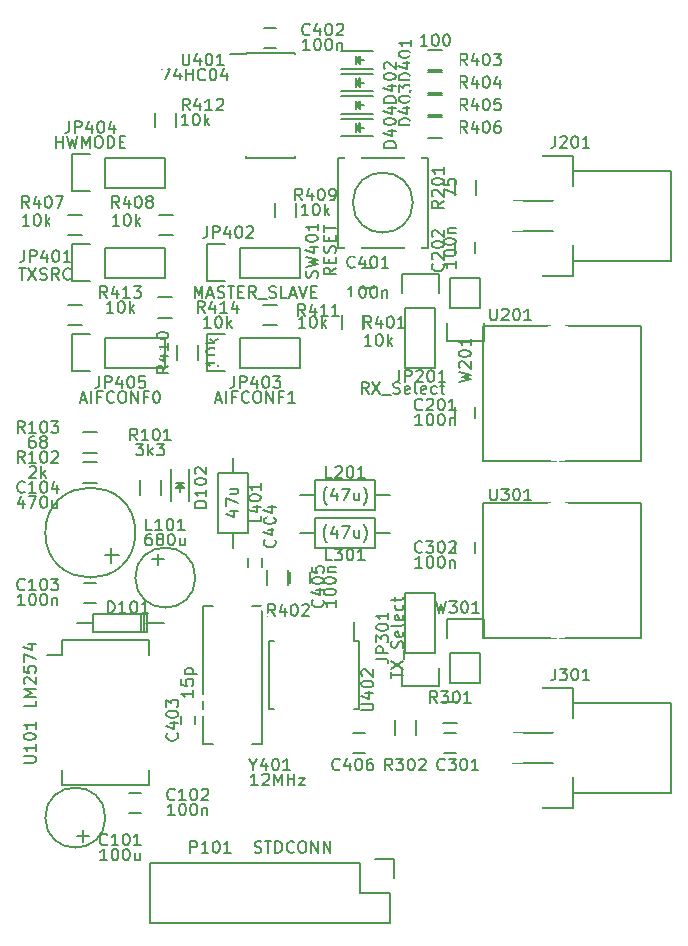
<source format=gto>
G04 #@! TF.FileFunction,Legend,Top*
%FSLAX46Y46*%
G04 Gerber Fmt 4.6, Leading zero omitted, Abs format (unit mm)*
G04 Created by KiCad (PCBNEW (2015-07-22 BZR 5980)-product) date Montag, 16. Mai 2016 'u14' 16:14:33*
%MOMM*%
G01*
G04 APERTURE LIST*
%ADD10C,0.100000*%
%ADD11C,0.150000*%
%ADD12C,0.500000*%
%ADD13C,6.500000*%
%ADD14C,1.501140*%
%ADD15R,1.500000X1.250000*%
%ADD16R,1.250000X1.500000*%
%ADD17R,0.750000X1.200000*%
%ADD18C,1.699260*%
%ADD19R,1.699260X1.699260*%
%ADD20R,1.198880X1.198880*%
%ADD21O,3.500000X5.000000*%
%ADD22O,5.000000X3.500000*%
%ADD23O,4.000000X2.500000*%
%ADD24R,2.032000X1.727200*%
%ADD25O,2.032000X1.727200*%
%ADD26R,1.727200X2.032000*%
%ADD27O,1.727200X2.032000*%
%ADD28C,1.998980*%
%ADD29R,1.727200X1.727200*%
%ADD30O,1.727200X1.727200*%
%ADD31R,1.300000X1.500000*%
%ADD32R,1.500000X1.300000*%
%ADD33C,1.397000*%
%ADD34O,2.300000X1.600000*%
%ADD35O,2.500000X1.800000*%
%ADD36C,4.000000*%
%ADD37R,1.500000X0.600000*%
%ADD38R,0.450000X1.750000*%
%ADD39R,2.032000X2.032000*%
%ADD40O,2.032000X2.032000*%
%ADD41R,2.100580X5.600700*%
G04 APERTURE END LIST*
D10*
D11*
X106527600Y-139979400D02*
X105562400Y-139979400D01*
X106019600Y-140462000D02*
X106019600Y-139496800D01*
X107950000Y-138430000D02*
G75*
G03X107950000Y-138430000I-2540000J0D01*
G01*
X109990000Y-138010000D02*
X110990000Y-138010000D01*
X110990000Y-136310000D02*
X109990000Y-136310000D01*
X106180000Y-120230000D02*
X107180000Y-120230000D01*
X107180000Y-118530000D02*
X106180000Y-118530000D01*
X139280000Y-104640000D02*
X139280000Y-103640000D01*
X137580000Y-103640000D02*
X137580000Y-104640000D01*
X139280000Y-90670000D02*
X139280000Y-89670000D01*
X137580000Y-89670000D02*
X137580000Y-90670000D01*
X136660000Y-132930000D02*
X137660000Y-132930000D01*
X137660000Y-131230000D02*
X136660000Y-131230000D01*
X139280000Y-116070000D02*
X139280000Y-115070000D01*
X137580000Y-115070000D02*
X137580000Y-116070000D01*
X130675000Y-91860000D02*
X129675000Y-91860000D01*
X129675000Y-93560000D02*
X130675000Y-93560000D01*
X121420000Y-73240000D02*
X122420000Y-73240000D01*
X122420000Y-71540000D02*
X121420000Y-71540000D01*
X114335000Y-130525000D02*
X114335000Y-129825000D01*
X115535000Y-129825000D02*
X115535000Y-130525000D01*
X120050000Y-117190000D02*
X120050000Y-116490000D01*
X121250000Y-116490000D02*
X121250000Y-117190000D01*
X123610000Y-117610000D02*
X123610000Y-118610000D01*
X125310000Y-118610000D02*
X125310000Y-117610000D01*
X129920000Y-131230000D02*
X128920000Y-131230000D01*
X128920000Y-132930000D02*
X129920000Y-132930000D01*
X106934000Y-121920000D02*
X105537000Y-121920000D01*
X111379000Y-121920000D02*
X112903000Y-121920000D01*
X110998000Y-122682000D02*
X110998000Y-121158000D01*
X111252000Y-122682000D02*
X111252000Y-121158000D01*
X111506000Y-121920000D02*
X111506000Y-121158000D01*
X111506000Y-121158000D02*
X106934000Y-121158000D01*
X106934000Y-121158000D02*
X106934000Y-122682000D01*
X106934000Y-122682000D02*
X111506000Y-122682000D01*
X111506000Y-122682000D02*
X111506000Y-121920000D01*
X113550000Y-108890000D02*
X113550000Y-111590000D01*
X115050000Y-108890000D02*
X115050000Y-111590000D01*
X114150000Y-110390000D02*
X114400000Y-110390000D01*
X114400000Y-110390000D02*
X114250000Y-110240000D01*
X114650000Y-110140000D02*
X113950000Y-110140000D01*
X114300000Y-110490000D02*
X114300000Y-110840000D01*
X114300000Y-110140000D02*
X114650000Y-110490000D01*
X114650000Y-110490000D02*
X113950000Y-110490000D01*
X113950000Y-110490000D02*
X114300000Y-110140000D01*
X127940000Y-75045000D02*
X130640000Y-75045000D01*
X127940000Y-73545000D02*
X130640000Y-73545000D01*
X129440000Y-74445000D02*
X129440000Y-74195000D01*
X129440000Y-74195000D02*
X129290000Y-74345000D01*
X129190000Y-73945000D02*
X129190000Y-74645000D01*
X129540000Y-74295000D02*
X129890000Y-74295000D01*
X129190000Y-74295000D02*
X129540000Y-73945000D01*
X129540000Y-73945000D02*
X129540000Y-74645000D01*
X129540000Y-74645000D02*
X129190000Y-74295000D01*
X127940000Y-76950000D02*
X130640000Y-76950000D01*
X127940000Y-75450000D02*
X130640000Y-75450000D01*
X129440000Y-76350000D02*
X129440000Y-76100000D01*
X129440000Y-76100000D02*
X129290000Y-76250000D01*
X129190000Y-75850000D02*
X129190000Y-76550000D01*
X129540000Y-76200000D02*
X129890000Y-76200000D01*
X129190000Y-76200000D02*
X129540000Y-75850000D01*
X129540000Y-75850000D02*
X129540000Y-76550000D01*
X129540000Y-76550000D02*
X129190000Y-76200000D01*
X127940000Y-78855000D02*
X130640000Y-78855000D01*
X127940000Y-77355000D02*
X130640000Y-77355000D01*
X129440000Y-78255000D02*
X129440000Y-78005000D01*
X129440000Y-78005000D02*
X129290000Y-78155000D01*
X129190000Y-77755000D02*
X129190000Y-78455000D01*
X129540000Y-78105000D02*
X129890000Y-78105000D01*
X129190000Y-78105000D02*
X129540000Y-77755000D01*
X129540000Y-77755000D02*
X129540000Y-78455000D01*
X129540000Y-78455000D02*
X129190000Y-78105000D01*
X127940000Y-80760000D02*
X130640000Y-80760000D01*
X127940000Y-79260000D02*
X130640000Y-79260000D01*
X129440000Y-80160000D02*
X129440000Y-79910000D01*
X129440000Y-79910000D02*
X129290000Y-80060000D01*
X129190000Y-79660000D02*
X129190000Y-80360000D01*
X129540000Y-80010000D02*
X129890000Y-80010000D01*
X129190000Y-80010000D02*
X129540000Y-79660000D01*
X129540000Y-79660000D02*
X129540000Y-80360000D01*
X129540000Y-80360000D02*
X129190000Y-80010000D01*
X155835000Y-91310000D02*
X155835000Y-83690000D01*
X155835000Y-83690000D02*
X147580000Y-83690000D01*
X155835000Y-91310000D02*
X147580000Y-91310000D01*
X147580000Y-88770000D02*
X142500000Y-88770000D01*
X142500000Y-88770000D02*
X142500000Y-86230000D01*
X142500000Y-86230000D02*
X147580000Y-86230000D01*
X141230000Y-92580000D02*
X147580000Y-92580000D01*
X147580000Y-92580000D02*
X147580000Y-82420000D01*
X147580000Y-82420000D02*
X141230000Y-82420000D01*
X155835000Y-136310000D02*
X155835000Y-128690000D01*
X155835000Y-128690000D02*
X147580000Y-128690000D01*
X155835000Y-136310000D02*
X147580000Y-136310000D01*
X147580000Y-133770000D02*
X142500000Y-133770000D01*
X142500000Y-133770000D02*
X142500000Y-131230000D01*
X142500000Y-131230000D02*
X147580000Y-131230000D01*
X141230000Y-137580000D02*
X147580000Y-137580000D01*
X147580000Y-137580000D02*
X147580000Y-127420000D01*
X147580000Y-127420000D02*
X141230000Y-127420000D01*
X133350000Y-95250000D02*
X133350000Y-100330000D01*
X133350000Y-100330000D02*
X135890000Y-100330000D01*
X135890000Y-100330000D02*
X135890000Y-95250000D01*
X136170000Y-92430000D02*
X136170000Y-93980000D01*
X135890000Y-95250000D02*
X133350000Y-95250000D01*
X133070000Y-93980000D02*
X133070000Y-92430000D01*
X133070000Y-92430000D02*
X136170000Y-92430000D01*
X135890000Y-124460000D02*
X135890000Y-119380000D01*
X135890000Y-119380000D02*
X133350000Y-119380000D01*
X133350000Y-119380000D02*
X133350000Y-124460000D01*
X133070000Y-127280000D02*
X133070000Y-125730000D01*
X133350000Y-124460000D02*
X135890000Y-124460000D01*
X136170000Y-125730000D02*
X136170000Y-127280000D01*
X136170000Y-127280000D02*
X133070000Y-127280000D01*
X107950000Y-92710000D02*
X113030000Y-92710000D01*
X113030000Y-92710000D02*
X113030000Y-90170000D01*
X113030000Y-90170000D02*
X107950000Y-90170000D01*
X105130000Y-89890000D02*
X106680000Y-89890000D01*
X107950000Y-90170000D02*
X107950000Y-92710000D01*
X106680000Y-92990000D02*
X105130000Y-92990000D01*
X105130000Y-92990000D02*
X105130000Y-89890000D01*
X119380000Y-92710000D02*
X124460000Y-92710000D01*
X124460000Y-92710000D02*
X124460000Y-90170000D01*
X124460000Y-90170000D02*
X119380000Y-90170000D01*
X116560000Y-89890000D02*
X118110000Y-89890000D01*
X119380000Y-90170000D02*
X119380000Y-92710000D01*
X118110000Y-92990000D02*
X116560000Y-92990000D01*
X116560000Y-92990000D02*
X116560000Y-89890000D01*
X119380000Y-100330000D02*
X124460000Y-100330000D01*
X124460000Y-100330000D02*
X124460000Y-97790000D01*
X124460000Y-97790000D02*
X119380000Y-97790000D01*
X116560000Y-97510000D02*
X118110000Y-97510000D01*
X119380000Y-97790000D02*
X119380000Y-100330000D01*
X118110000Y-100610000D02*
X116560000Y-100610000D01*
X116560000Y-100610000D02*
X116560000Y-97510000D01*
X107950000Y-85090000D02*
X113030000Y-85090000D01*
X113030000Y-85090000D02*
X113030000Y-82550000D01*
X113030000Y-82550000D02*
X107950000Y-82550000D01*
X105130000Y-82270000D02*
X106680000Y-82270000D01*
X107950000Y-82550000D02*
X107950000Y-85090000D01*
X106680000Y-85370000D02*
X105130000Y-85370000D01*
X105130000Y-85370000D02*
X105130000Y-82270000D01*
X107950000Y-100330000D02*
X113030000Y-100330000D01*
X113030000Y-100330000D02*
X113030000Y-97790000D01*
X113030000Y-97790000D02*
X107950000Y-97790000D01*
X105130000Y-97510000D02*
X106680000Y-97510000D01*
X107950000Y-97790000D02*
X107950000Y-100330000D01*
X106680000Y-100610000D02*
X105130000Y-100610000D01*
X105130000Y-100610000D02*
X105130000Y-97510000D01*
X111912400Y-116560600D02*
X112877600Y-116560600D01*
X112420400Y-116078000D02*
X112420400Y-117043200D01*
X115570000Y-118110000D02*
G75*
G03X115570000Y-118110000I-2540000J0D01*
G01*
X120015000Y-109220000D02*
X120015000Y-114300000D01*
X120015000Y-114300000D02*
X117475000Y-114300000D01*
X117475000Y-114300000D02*
X117475000Y-109220000D01*
X117475000Y-109220000D02*
X120015000Y-109220000D01*
X118745000Y-109220000D02*
X118745000Y-107950000D01*
X118745000Y-114300000D02*
X118745000Y-115570000D01*
X111760000Y-147320000D02*
X132080000Y-147320000D01*
X129540000Y-142240000D02*
X111760000Y-142240000D01*
X111760000Y-147320000D02*
X111760000Y-142240000D01*
X132080000Y-147320000D02*
X132080000Y-144780000D01*
X132360000Y-143510000D02*
X132360000Y-141960000D01*
X132080000Y-144780000D02*
X129540000Y-144780000D01*
X129540000Y-144780000D02*
X129540000Y-142240000D01*
X132360000Y-141960000D02*
X130810000Y-141960000D01*
X112635000Y-109890000D02*
X112635000Y-111090000D01*
X110885000Y-111090000D02*
X110885000Y-109890000D01*
X106080000Y-108345000D02*
X107280000Y-108345000D01*
X107280000Y-110095000D02*
X106080000Y-110095000D01*
X106080000Y-105805000D02*
X107280000Y-105805000D01*
X107280000Y-107555000D02*
X106080000Y-107555000D01*
X139305000Y-84490000D02*
X139305000Y-85690000D01*
X137555000Y-85690000D02*
X137555000Y-84490000D01*
X137760000Y-130415000D02*
X136560000Y-130415000D01*
X136560000Y-128665000D02*
X137760000Y-128665000D01*
X132475000Y-131410000D02*
X132475000Y-130210000D01*
X134225000Y-130210000D02*
X134225000Y-131410000D01*
X129780000Y-95840000D02*
X129780000Y-97040000D01*
X128030000Y-97040000D02*
X128030000Y-95840000D01*
X123430000Y-117510000D02*
X123430000Y-118710000D01*
X121680000Y-118710000D02*
X121680000Y-117510000D01*
X136490000Y-75170000D02*
X135290000Y-75170000D01*
X135290000Y-73420000D02*
X136490000Y-73420000D01*
X136490000Y-77075000D02*
X135290000Y-77075000D01*
X135290000Y-75325000D02*
X136490000Y-75325000D01*
X136490000Y-78980000D02*
X135290000Y-78980000D01*
X135290000Y-77230000D02*
X136490000Y-77230000D01*
X136490000Y-80885000D02*
X135290000Y-80885000D01*
X135290000Y-79135000D02*
X136490000Y-79135000D01*
X106010000Y-89140000D02*
X104810000Y-89140000D01*
X104810000Y-87390000D02*
X106010000Y-87390000D01*
X113710000Y-89140000D02*
X112510000Y-89140000D01*
X112510000Y-87390000D02*
X113710000Y-87390000D01*
X124065000Y-86395000D02*
X124065000Y-87595000D01*
X122315000Y-87595000D02*
X122315000Y-86395000D01*
X115810000Y-98460000D02*
X115810000Y-99660000D01*
X114060000Y-99660000D02*
X114060000Y-98460000D01*
X121320000Y-95010000D02*
X122520000Y-95010000D01*
X122520000Y-96760000D02*
X121320000Y-96760000D01*
X113905000Y-78775000D02*
X113905000Y-79975000D01*
X112155000Y-79975000D02*
X112155000Y-78775000D01*
X106010000Y-96760000D02*
X104810000Y-96760000D01*
X104810000Y-95010000D02*
X106010000Y-95010000D01*
X113630000Y-96125000D02*
X112430000Y-96125000D01*
X112430000Y-94375000D02*
X113630000Y-94375000D01*
X133985000Y-86360000D02*
G75*
G03X133985000Y-86360000I-2540000J0D01*
G01*
X127635000Y-90170000D02*
X127635000Y-82550000D01*
X127635000Y-82550000D02*
X135255000Y-82550000D01*
X135255000Y-82550000D02*
X135255000Y-90170000D01*
X127635000Y-90170000D02*
X135255000Y-90170000D01*
X104275000Y-123435000D02*
X104275000Y-124705000D01*
X111625000Y-123435000D02*
X111625000Y-124705000D01*
X111625000Y-135645000D02*
X111625000Y-134375000D01*
X104275000Y-135645000D02*
X104275000Y-134375000D01*
X104275000Y-123435000D02*
X111625000Y-123435000D01*
X104275000Y-135645000D02*
X111625000Y-135645000D01*
X104275000Y-124705000D02*
X102990000Y-124705000D01*
X139960000Y-108215000D02*
X153295000Y-108215000D01*
X153295000Y-108215000D02*
X153295000Y-96785000D01*
X153295000Y-96785000D02*
X139960000Y-96785000D01*
X139960000Y-96785000D02*
X139960000Y-108215000D01*
X139960000Y-123215000D02*
X153295000Y-123215000D01*
X153295000Y-123215000D02*
X153295000Y-111785000D01*
X153295000Y-111785000D02*
X139960000Y-111785000D01*
X139960000Y-111785000D02*
X139960000Y-123215000D01*
X119845000Y-73655000D02*
X119845000Y-73770000D01*
X123995000Y-73655000D02*
X123995000Y-73770000D01*
X123995000Y-82555000D02*
X123995000Y-82440000D01*
X119845000Y-82555000D02*
X119845000Y-82440000D01*
X119845000Y-73655000D02*
X123995000Y-73655000D01*
X119845000Y-82555000D02*
X123995000Y-82555000D01*
X119845000Y-73770000D02*
X118470000Y-73770000D01*
X129435000Y-123490000D02*
X128985000Y-123490000D01*
X129435000Y-129240000D02*
X128985000Y-129240000D01*
X121785000Y-129240000D02*
X122235000Y-129240000D01*
X121785000Y-123490000D02*
X122235000Y-123490000D01*
X129435000Y-123490000D02*
X129435000Y-129240000D01*
X121785000Y-123490000D02*
X121785000Y-129240000D01*
X128985000Y-123490000D02*
X128985000Y-121890000D01*
X137160000Y-95250000D02*
X137160000Y-92710000D01*
X136880000Y-98070000D02*
X136880000Y-96520000D01*
X137160000Y-95250000D02*
X139700000Y-95250000D01*
X139980000Y-96520000D02*
X139980000Y-98070000D01*
X139980000Y-98070000D02*
X136880000Y-98070000D01*
X139700000Y-95250000D02*
X139700000Y-92710000D01*
X139700000Y-92710000D02*
X137160000Y-92710000D01*
X139700000Y-124460000D02*
X139700000Y-127000000D01*
X139980000Y-121640000D02*
X139980000Y-123190000D01*
X139700000Y-124460000D02*
X137160000Y-124460000D01*
X136880000Y-123190000D02*
X136880000Y-121640000D01*
X136880000Y-121640000D02*
X139980000Y-121640000D01*
X137160000Y-124460000D02*
X137160000Y-127000000D01*
X137160000Y-127000000D02*
X139700000Y-127000000D01*
X121244360Y-132214620D02*
X121244360Y-120515380D01*
X116245640Y-120515380D02*
X116245640Y-132214620D01*
X121244360Y-120515380D02*
X120396000Y-120515380D01*
X116245640Y-120515380D02*
X117094000Y-120515380D01*
X121244360Y-132214620D02*
X120396000Y-132214620D01*
X116245640Y-132214620D02*
X117094000Y-132214620D01*
X108458000Y-116840000D02*
X108458000Y-115570000D01*
X109093000Y-116205000D02*
X107950000Y-116205000D01*
X110490000Y-114300000D02*
G75*
G03X110490000Y-114300000I-3810000J0D01*
G01*
X125730000Y-109855000D02*
X130810000Y-109855000D01*
X130810000Y-109855000D02*
X130810000Y-112395000D01*
X130810000Y-112395000D02*
X125730000Y-112395000D01*
X125730000Y-112395000D02*
X125730000Y-109855000D01*
X125730000Y-111125000D02*
X124460000Y-111125000D01*
X130810000Y-111125000D02*
X132080000Y-111125000D01*
X125730000Y-113030000D02*
X130810000Y-113030000D01*
X130810000Y-113030000D02*
X130810000Y-115570000D01*
X130810000Y-115570000D02*
X125730000Y-115570000D01*
X125730000Y-115570000D02*
X125730000Y-113030000D01*
X125730000Y-114300000D02*
X124460000Y-114300000D01*
X130810000Y-114300000D02*
X132080000Y-114300000D01*
X108100953Y-140692143D02*
X108053334Y-140739762D01*
X107910477Y-140787381D01*
X107815239Y-140787381D01*
X107672381Y-140739762D01*
X107577143Y-140644524D01*
X107529524Y-140549286D01*
X107481905Y-140358810D01*
X107481905Y-140215952D01*
X107529524Y-140025476D01*
X107577143Y-139930238D01*
X107672381Y-139835000D01*
X107815239Y-139787381D01*
X107910477Y-139787381D01*
X108053334Y-139835000D01*
X108100953Y-139882619D01*
X109053334Y-140787381D02*
X108481905Y-140787381D01*
X108767619Y-140787381D02*
X108767619Y-139787381D01*
X108672381Y-139930238D01*
X108577143Y-140025476D01*
X108481905Y-140073095D01*
X109672381Y-139787381D02*
X109767620Y-139787381D01*
X109862858Y-139835000D01*
X109910477Y-139882619D01*
X109958096Y-139977857D01*
X110005715Y-140168333D01*
X110005715Y-140406429D01*
X109958096Y-140596905D01*
X109910477Y-140692143D01*
X109862858Y-140739762D01*
X109767620Y-140787381D01*
X109672381Y-140787381D01*
X109577143Y-140739762D01*
X109529524Y-140692143D01*
X109481905Y-140596905D01*
X109434286Y-140406429D01*
X109434286Y-140168333D01*
X109481905Y-139977857D01*
X109529524Y-139882619D01*
X109577143Y-139835000D01*
X109672381Y-139787381D01*
X110958096Y-140787381D02*
X110386667Y-140787381D01*
X110672381Y-140787381D02*
X110672381Y-139787381D01*
X110577143Y-139930238D01*
X110481905Y-140025476D01*
X110386667Y-140073095D01*
X108100953Y-142057381D02*
X107529524Y-142057381D01*
X107815238Y-142057381D02*
X107815238Y-141057381D01*
X107720000Y-141200238D01*
X107624762Y-141295476D01*
X107529524Y-141343095D01*
X108720000Y-141057381D02*
X108815239Y-141057381D01*
X108910477Y-141105000D01*
X108958096Y-141152619D01*
X109005715Y-141247857D01*
X109053334Y-141438333D01*
X109053334Y-141676429D01*
X109005715Y-141866905D01*
X108958096Y-141962143D01*
X108910477Y-142009762D01*
X108815239Y-142057381D01*
X108720000Y-142057381D01*
X108624762Y-142009762D01*
X108577143Y-141962143D01*
X108529524Y-141866905D01*
X108481905Y-141676429D01*
X108481905Y-141438333D01*
X108529524Y-141247857D01*
X108577143Y-141152619D01*
X108624762Y-141105000D01*
X108720000Y-141057381D01*
X109672381Y-141057381D02*
X109767620Y-141057381D01*
X109862858Y-141105000D01*
X109910477Y-141152619D01*
X109958096Y-141247857D01*
X110005715Y-141438333D01*
X110005715Y-141676429D01*
X109958096Y-141866905D01*
X109910477Y-141962143D01*
X109862858Y-142009762D01*
X109767620Y-142057381D01*
X109672381Y-142057381D01*
X109577143Y-142009762D01*
X109529524Y-141962143D01*
X109481905Y-141866905D01*
X109434286Y-141676429D01*
X109434286Y-141438333D01*
X109481905Y-141247857D01*
X109529524Y-141152619D01*
X109577143Y-141105000D01*
X109672381Y-141057381D01*
X110862858Y-141390714D02*
X110862858Y-142057381D01*
X110434286Y-141390714D02*
X110434286Y-141914524D01*
X110481905Y-142009762D01*
X110577143Y-142057381D01*
X110720001Y-142057381D01*
X110815239Y-142009762D01*
X110862858Y-141962143D01*
X113815953Y-136882143D02*
X113768334Y-136929762D01*
X113625477Y-136977381D01*
X113530239Y-136977381D01*
X113387381Y-136929762D01*
X113292143Y-136834524D01*
X113244524Y-136739286D01*
X113196905Y-136548810D01*
X113196905Y-136405952D01*
X113244524Y-136215476D01*
X113292143Y-136120238D01*
X113387381Y-136025000D01*
X113530239Y-135977381D01*
X113625477Y-135977381D01*
X113768334Y-136025000D01*
X113815953Y-136072619D01*
X114768334Y-136977381D02*
X114196905Y-136977381D01*
X114482619Y-136977381D02*
X114482619Y-135977381D01*
X114387381Y-136120238D01*
X114292143Y-136215476D01*
X114196905Y-136263095D01*
X115387381Y-135977381D02*
X115482620Y-135977381D01*
X115577858Y-136025000D01*
X115625477Y-136072619D01*
X115673096Y-136167857D01*
X115720715Y-136358333D01*
X115720715Y-136596429D01*
X115673096Y-136786905D01*
X115625477Y-136882143D01*
X115577858Y-136929762D01*
X115482620Y-136977381D01*
X115387381Y-136977381D01*
X115292143Y-136929762D01*
X115244524Y-136882143D01*
X115196905Y-136786905D01*
X115149286Y-136596429D01*
X115149286Y-136358333D01*
X115196905Y-136167857D01*
X115244524Y-136072619D01*
X115292143Y-136025000D01*
X115387381Y-135977381D01*
X116101667Y-136072619D02*
X116149286Y-136025000D01*
X116244524Y-135977381D01*
X116482620Y-135977381D01*
X116577858Y-136025000D01*
X116625477Y-136072619D01*
X116673096Y-136167857D01*
X116673096Y-136263095D01*
X116625477Y-136405952D01*
X116054048Y-136977381D01*
X116673096Y-136977381D01*
X113815953Y-138247381D02*
X113244524Y-138247381D01*
X113530238Y-138247381D02*
X113530238Y-137247381D01*
X113435000Y-137390238D01*
X113339762Y-137485476D01*
X113244524Y-137533095D01*
X114435000Y-137247381D02*
X114530239Y-137247381D01*
X114625477Y-137295000D01*
X114673096Y-137342619D01*
X114720715Y-137437857D01*
X114768334Y-137628333D01*
X114768334Y-137866429D01*
X114720715Y-138056905D01*
X114673096Y-138152143D01*
X114625477Y-138199762D01*
X114530239Y-138247381D01*
X114435000Y-138247381D01*
X114339762Y-138199762D01*
X114292143Y-138152143D01*
X114244524Y-138056905D01*
X114196905Y-137866429D01*
X114196905Y-137628333D01*
X114244524Y-137437857D01*
X114292143Y-137342619D01*
X114339762Y-137295000D01*
X114435000Y-137247381D01*
X115387381Y-137247381D02*
X115482620Y-137247381D01*
X115577858Y-137295000D01*
X115625477Y-137342619D01*
X115673096Y-137437857D01*
X115720715Y-137628333D01*
X115720715Y-137866429D01*
X115673096Y-138056905D01*
X115625477Y-138152143D01*
X115577858Y-138199762D01*
X115482620Y-138247381D01*
X115387381Y-138247381D01*
X115292143Y-138199762D01*
X115244524Y-138152143D01*
X115196905Y-138056905D01*
X115149286Y-137866429D01*
X115149286Y-137628333D01*
X115196905Y-137437857D01*
X115244524Y-137342619D01*
X115292143Y-137295000D01*
X115387381Y-137247381D01*
X116149286Y-137580714D02*
X116149286Y-138247381D01*
X116149286Y-137675952D02*
X116196905Y-137628333D01*
X116292143Y-137580714D01*
X116435001Y-137580714D01*
X116530239Y-137628333D01*
X116577858Y-137723571D01*
X116577858Y-138247381D01*
X101115953Y-119102143D02*
X101068334Y-119149762D01*
X100925477Y-119197381D01*
X100830239Y-119197381D01*
X100687381Y-119149762D01*
X100592143Y-119054524D01*
X100544524Y-118959286D01*
X100496905Y-118768810D01*
X100496905Y-118625952D01*
X100544524Y-118435476D01*
X100592143Y-118340238D01*
X100687381Y-118245000D01*
X100830239Y-118197381D01*
X100925477Y-118197381D01*
X101068334Y-118245000D01*
X101115953Y-118292619D01*
X102068334Y-119197381D02*
X101496905Y-119197381D01*
X101782619Y-119197381D02*
X101782619Y-118197381D01*
X101687381Y-118340238D01*
X101592143Y-118435476D01*
X101496905Y-118483095D01*
X102687381Y-118197381D02*
X102782620Y-118197381D01*
X102877858Y-118245000D01*
X102925477Y-118292619D01*
X102973096Y-118387857D01*
X103020715Y-118578333D01*
X103020715Y-118816429D01*
X102973096Y-119006905D01*
X102925477Y-119102143D01*
X102877858Y-119149762D01*
X102782620Y-119197381D01*
X102687381Y-119197381D01*
X102592143Y-119149762D01*
X102544524Y-119102143D01*
X102496905Y-119006905D01*
X102449286Y-118816429D01*
X102449286Y-118578333D01*
X102496905Y-118387857D01*
X102544524Y-118292619D01*
X102592143Y-118245000D01*
X102687381Y-118197381D01*
X103354048Y-118197381D02*
X103973096Y-118197381D01*
X103639762Y-118578333D01*
X103782620Y-118578333D01*
X103877858Y-118625952D01*
X103925477Y-118673571D01*
X103973096Y-118768810D01*
X103973096Y-119006905D01*
X103925477Y-119102143D01*
X103877858Y-119149762D01*
X103782620Y-119197381D01*
X103496905Y-119197381D01*
X103401667Y-119149762D01*
X103354048Y-119102143D01*
X101115953Y-120467381D02*
X100544524Y-120467381D01*
X100830238Y-120467381D02*
X100830238Y-119467381D01*
X100735000Y-119610238D01*
X100639762Y-119705476D01*
X100544524Y-119753095D01*
X101735000Y-119467381D02*
X101830239Y-119467381D01*
X101925477Y-119515000D01*
X101973096Y-119562619D01*
X102020715Y-119657857D01*
X102068334Y-119848333D01*
X102068334Y-120086429D01*
X102020715Y-120276905D01*
X101973096Y-120372143D01*
X101925477Y-120419762D01*
X101830239Y-120467381D01*
X101735000Y-120467381D01*
X101639762Y-120419762D01*
X101592143Y-120372143D01*
X101544524Y-120276905D01*
X101496905Y-120086429D01*
X101496905Y-119848333D01*
X101544524Y-119657857D01*
X101592143Y-119562619D01*
X101639762Y-119515000D01*
X101735000Y-119467381D01*
X102687381Y-119467381D02*
X102782620Y-119467381D01*
X102877858Y-119515000D01*
X102925477Y-119562619D01*
X102973096Y-119657857D01*
X103020715Y-119848333D01*
X103020715Y-120086429D01*
X102973096Y-120276905D01*
X102925477Y-120372143D01*
X102877858Y-120419762D01*
X102782620Y-120467381D01*
X102687381Y-120467381D01*
X102592143Y-120419762D01*
X102544524Y-120372143D01*
X102496905Y-120276905D01*
X102449286Y-120086429D01*
X102449286Y-119848333D01*
X102496905Y-119657857D01*
X102544524Y-119562619D01*
X102592143Y-119515000D01*
X102687381Y-119467381D01*
X103449286Y-119800714D02*
X103449286Y-120467381D01*
X103449286Y-119895952D02*
X103496905Y-119848333D01*
X103592143Y-119800714D01*
X103735001Y-119800714D01*
X103830239Y-119848333D01*
X103877858Y-119943571D01*
X103877858Y-120467381D01*
X134770953Y-103862143D02*
X134723334Y-103909762D01*
X134580477Y-103957381D01*
X134485239Y-103957381D01*
X134342381Y-103909762D01*
X134247143Y-103814524D01*
X134199524Y-103719286D01*
X134151905Y-103528810D01*
X134151905Y-103385952D01*
X134199524Y-103195476D01*
X134247143Y-103100238D01*
X134342381Y-103005000D01*
X134485239Y-102957381D01*
X134580477Y-102957381D01*
X134723334Y-103005000D01*
X134770953Y-103052619D01*
X135151905Y-103052619D02*
X135199524Y-103005000D01*
X135294762Y-102957381D01*
X135532858Y-102957381D01*
X135628096Y-103005000D01*
X135675715Y-103052619D01*
X135723334Y-103147857D01*
X135723334Y-103243095D01*
X135675715Y-103385952D01*
X135104286Y-103957381D01*
X135723334Y-103957381D01*
X136342381Y-102957381D02*
X136437620Y-102957381D01*
X136532858Y-103005000D01*
X136580477Y-103052619D01*
X136628096Y-103147857D01*
X136675715Y-103338333D01*
X136675715Y-103576429D01*
X136628096Y-103766905D01*
X136580477Y-103862143D01*
X136532858Y-103909762D01*
X136437620Y-103957381D01*
X136342381Y-103957381D01*
X136247143Y-103909762D01*
X136199524Y-103862143D01*
X136151905Y-103766905D01*
X136104286Y-103576429D01*
X136104286Y-103338333D01*
X136151905Y-103147857D01*
X136199524Y-103052619D01*
X136247143Y-103005000D01*
X136342381Y-102957381D01*
X137628096Y-103957381D02*
X137056667Y-103957381D01*
X137342381Y-103957381D02*
X137342381Y-102957381D01*
X137247143Y-103100238D01*
X137151905Y-103195476D01*
X137056667Y-103243095D01*
X134770953Y-105227381D02*
X134199524Y-105227381D01*
X134485238Y-105227381D02*
X134485238Y-104227381D01*
X134390000Y-104370238D01*
X134294762Y-104465476D01*
X134199524Y-104513095D01*
X135390000Y-104227381D02*
X135485239Y-104227381D01*
X135580477Y-104275000D01*
X135628096Y-104322619D01*
X135675715Y-104417857D01*
X135723334Y-104608333D01*
X135723334Y-104846429D01*
X135675715Y-105036905D01*
X135628096Y-105132143D01*
X135580477Y-105179762D01*
X135485239Y-105227381D01*
X135390000Y-105227381D01*
X135294762Y-105179762D01*
X135247143Y-105132143D01*
X135199524Y-105036905D01*
X135151905Y-104846429D01*
X135151905Y-104608333D01*
X135199524Y-104417857D01*
X135247143Y-104322619D01*
X135294762Y-104275000D01*
X135390000Y-104227381D01*
X136342381Y-104227381D02*
X136437620Y-104227381D01*
X136532858Y-104275000D01*
X136580477Y-104322619D01*
X136628096Y-104417857D01*
X136675715Y-104608333D01*
X136675715Y-104846429D01*
X136628096Y-105036905D01*
X136580477Y-105132143D01*
X136532858Y-105179762D01*
X136437620Y-105227381D01*
X136342381Y-105227381D01*
X136247143Y-105179762D01*
X136199524Y-105132143D01*
X136151905Y-105036905D01*
X136104286Y-104846429D01*
X136104286Y-104608333D01*
X136151905Y-104417857D01*
X136199524Y-104322619D01*
X136247143Y-104275000D01*
X136342381Y-104227381D01*
X137104286Y-104560714D02*
X137104286Y-105227381D01*
X137104286Y-104655952D02*
X137151905Y-104608333D01*
X137247143Y-104560714D01*
X137390001Y-104560714D01*
X137485239Y-104608333D01*
X137532858Y-104703571D01*
X137532858Y-105227381D01*
X136501143Y-91543047D02*
X136548762Y-91590666D01*
X136596381Y-91733523D01*
X136596381Y-91828761D01*
X136548762Y-91971619D01*
X136453524Y-92066857D01*
X136358286Y-92114476D01*
X136167810Y-92162095D01*
X136024952Y-92162095D01*
X135834476Y-92114476D01*
X135739238Y-92066857D01*
X135644000Y-91971619D01*
X135596381Y-91828761D01*
X135596381Y-91733523D01*
X135644000Y-91590666D01*
X135691619Y-91543047D01*
X135691619Y-91162095D02*
X135644000Y-91114476D01*
X135596381Y-91019238D01*
X135596381Y-90781142D01*
X135644000Y-90685904D01*
X135691619Y-90638285D01*
X135786857Y-90590666D01*
X135882095Y-90590666D01*
X136024952Y-90638285D01*
X136596381Y-91209714D01*
X136596381Y-90590666D01*
X135596381Y-89971619D02*
X135596381Y-89876380D01*
X135644000Y-89781142D01*
X135691619Y-89733523D01*
X135786857Y-89685904D01*
X135977333Y-89638285D01*
X136215429Y-89638285D01*
X136405905Y-89685904D01*
X136501143Y-89733523D01*
X136548762Y-89781142D01*
X136596381Y-89876380D01*
X136596381Y-89971619D01*
X136548762Y-90066857D01*
X136501143Y-90114476D01*
X136405905Y-90162095D01*
X136215429Y-90209714D01*
X135977333Y-90209714D01*
X135786857Y-90162095D01*
X135691619Y-90114476D01*
X135644000Y-90066857D01*
X135596381Y-89971619D01*
X135691619Y-89257333D02*
X135644000Y-89209714D01*
X135596381Y-89114476D01*
X135596381Y-88876380D01*
X135644000Y-88781142D01*
X135691619Y-88733523D01*
X135786857Y-88685904D01*
X135882095Y-88685904D01*
X136024952Y-88733523D01*
X136596381Y-89304952D01*
X136596381Y-88685904D01*
X137612381Y-91289047D02*
X137612381Y-91860476D01*
X137612381Y-91574762D02*
X136612381Y-91574762D01*
X136755238Y-91670000D01*
X136850476Y-91765238D01*
X136898095Y-91860476D01*
X136612381Y-90670000D02*
X136612381Y-90574761D01*
X136660000Y-90479523D01*
X136707619Y-90431904D01*
X136802857Y-90384285D01*
X136993333Y-90336666D01*
X137231429Y-90336666D01*
X137421905Y-90384285D01*
X137517143Y-90431904D01*
X137564762Y-90479523D01*
X137612381Y-90574761D01*
X137612381Y-90670000D01*
X137564762Y-90765238D01*
X137517143Y-90812857D01*
X137421905Y-90860476D01*
X137231429Y-90908095D01*
X136993333Y-90908095D01*
X136802857Y-90860476D01*
X136707619Y-90812857D01*
X136660000Y-90765238D01*
X136612381Y-90670000D01*
X136612381Y-89717619D02*
X136612381Y-89622380D01*
X136660000Y-89527142D01*
X136707619Y-89479523D01*
X136802857Y-89431904D01*
X136993333Y-89384285D01*
X137231429Y-89384285D01*
X137421905Y-89431904D01*
X137517143Y-89479523D01*
X137564762Y-89527142D01*
X137612381Y-89622380D01*
X137612381Y-89717619D01*
X137564762Y-89812857D01*
X137517143Y-89860476D01*
X137421905Y-89908095D01*
X137231429Y-89955714D01*
X136993333Y-89955714D01*
X136802857Y-89908095D01*
X136707619Y-89860476D01*
X136660000Y-89812857D01*
X136612381Y-89717619D01*
X136945714Y-88955714D02*
X137612381Y-88955714D01*
X137040952Y-88955714D02*
X136993333Y-88908095D01*
X136945714Y-88812857D01*
X136945714Y-88669999D01*
X136993333Y-88574761D01*
X137088571Y-88527142D01*
X137612381Y-88527142D01*
X136675953Y-134342143D02*
X136628334Y-134389762D01*
X136485477Y-134437381D01*
X136390239Y-134437381D01*
X136247381Y-134389762D01*
X136152143Y-134294524D01*
X136104524Y-134199286D01*
X136056905Y-134008810D01*
X136056905Y-133865952D01*
X136104524Y-133675476D01*
X136152143Y-133580238D01*
X136247381Y-133485000D01*
X136390239Y-133437381D01*
X136485477Y-133437381D01*
X136628334Y-133485000D01*
X136675953Y-133532619D01*
X137009286Y-133437381D02*
X137628334Y-133437381D01*
X137295000Y-133818333D01*
X137437858Y-133818333D01*
X137533096Y-133865952D01*
X137580715Y-133913571D01*
X137628334Y-134008810D01*
X137628334Y-134246905D01*
X137580715Y-134342143D01*
X137533096Y-134389762D01*
X137437858Y-134437381D01*
X137152143Y-134437381D01*
X137056905Y-134389762D01*
X137009286Y-134342143D01*
X138247381Y-133437381D02*
X138342620Y-133437381D01*
X138437858Y-133485000D01*
X138485477Y-133532619D01*
X138533096Y-133627857D01*
X138580715Y-133818333D01*
X138580715Y-134056429D01*
X138533096Y-134246905D01*
X138485477Y-134342143D01*
X138437858Y-134389762D01*
X138342620Y-134437381D01*
X138247381Y-134437381D01*
X138152143Y-134389762D01*
X138104524Y-134342143D01*
X138056905Y-134246905D01*
X138009286Y-134056429D01*
X138009286Y-133818333D01*
X138056905Y-133627857D01*
X138104524Y-133532619D01*
X138152143Y-133485000D01*
X138247381Y-133437381D01*
X139533096Y-134437381D02*
X138961667Y-134437381D01*
X139247381Y-134437381D02*
X139247381Y-133437381D01*
X139152143Y-133580238D01*
X139056905Y-133675476D01*
X138961667Y-133723095D01*
X134770953Y-115927143D02*
X134723334Y-115974762D01*
X134580477Y-116022381D01*
X134485239Y-116022381D01*
X134342381Y-115974762D01*
X134247143Y-115879524D01*
X134199524Y-115784286D01*
X134151905Y-115593810D01*
X134151905Y-115450952D01*
X134199524Y-115260476D01*
X134247143Y-115165238D01*
X134342381Y-115070000D01*
X134485239Y-115022381D01*
X134580477Y-115022381D01*
X134723334Y-115070000D01*
X134770953Y-115117619D01*
X135104286Y-115022381D02*
X135723334Y-115022381D01*
X135390000Y-115403333D01*
X135532858Y-115403333D01*
X135628096Y-115450952D01*
X135675715Y-115498571D01*
X135723334Y-115593810D01*
X135723334Y-115831905D01*
X135675715Y-115927143D01*
X135628096Y-115974762D01*
X135532858Y-116022381D01*
X135247143Y-116022381D01*
X135151905Y-115974762D01*
X135104286Y-115927143D01*
X136342381Y-115022381D02*
X136437620Y-115022381D01*
X136532858Y-115070000D01*
X136580477Y-115117619D01*
X136628096Y-115212857D01*
X136675715Y-115403333D01*
X136675715Y-115641429D01*
X136628096Y-115831905D01*
X136580477Y-115927143D01*
X136532858Y-115974762D01*
X136437620Y-116022381D01*
X136342381Y-116022381D01*
X136247143Y-115974762D01*
X136199524Y-115927143D01*
X136151905Y-115831905D01*
X136104286Y-115641429D01*
X136104286Y-115403333D01*
X136151905Y-115212857D01*
X136199524Y-115117619D01*
X136247143Y-115070000D01*
X136342381Y-115022381D01*
X137056667Y-115117619D02*
X137104286Y-115070000D01*
X137199524Y-115022381D01*
X137437620Y-115022381D01*
X137532858Y-115070000D01*
X137580477Y-115117619D01*
X137628096Y-115212857D01*
X137628096Y-115308095D01*
X137580477Y-115450952D01*
X137009048Y-116022381D01*
X137628096Y-116022381D01*
X134770953Y-117292381D02*
X134199524Y-117292381D01*
X134485238Y-117292381D02*
X134485238Y-116292381D01*
X134390000Y-116435238D01*
X134294762Y-116530476D01*
X134199524Y-116578095D01*
X135390000Y-116292381D02*
X135485239Y-116292381D01*
X135580477Y-116340000D01*
X135628096Y-116387619D01*
X135675715Y-116482857D01*
X135723334Y-116673333D01*
X135723334Y-116911429D01*
X135675715Y-117101905D01*
X135628096Y-117197143D01*
X135580477Y-117244762D01*
X135485239Y-117292381D01*
X135390000Y-117292381D01*
X135294762Y-117244762D01*
X135247143Y-117197143D01*
X135199524Y-117101905D01*
X135151905Y-116911429D01*
X135151905Y-116673333D01*
X135199524Y-116482857D01*
X135247143Y-116387619D01*
X135294762Y-116340000D01*
X135390000Y-116292381D01*
X136342381Y-116292381D02*
X136437620Y-116292381D01*
X136532858Y-116340000D01*
X136580477Y-116387619D01*
X136628096Y-116482857D01*
X136675715Y-116673333D01*
X136675715Y-116911429D01*
X136628096Y-117101905D01*
X136580477Y-117197143D01*
X136532858Y-117244762D01*
X136437620Y-117292381D01*
X136342381Y-117292381D01*
X136247143Y-117244762D01*
X136199524Y-117197143D01*
X136151905Y-117101905D01*
X136104286Y-116911429D01*
X136104286Y-116673333D01*
X136151905Y-116482857D01*
X136199524Y-116387619D01*
X136247143Y-116340000D01*
X136342381Y-116292381D01*
X137104286Y-116625714D02*
X137104286Y-117292381D01*
X137104286Y-116720952D02*
X137151905Y-116673333D01*
X137247143Y-116625714D01*
X137390001Y-116625714D01*
X137485239Y-116673333D01*
X137532858Y-116768571D01*
X137532858Y-117292381D01*
X129055953Y-91797143D02*
X129008334Y-91844762D01*
X128865477Y-91892381D01*
X128770239Y-91892381D01*
X128627381Y-91844762D01*
X128532143Y-91749524D01*
X128484524Y-91654286D01*
X128436905Y-91463810D01*
X128436905Y-91320952D01*
X128484524Y-91130476D01*
X128532143Y-91035238D01*
X128627381Y-90940000D01*
X128770239Y-90892381D01*
X128865477Y-90892381D01*
X129008334Y-90940000D01*
X129055953Y-90987619D01*
X129913096Y-91225714D02*
X129913096Y-91892381D01*
X129675000Y-90844762D02*
X129436905Y-91559048D01*
X130055953Y-91559048D01*
X130627381Y-90892381D02*
X130722620Y-90892381D01*
X130817858Y-90940000D01*
X130865477Y-90987619D01*
X130913096Y-91082857D01*
X130960715Y-91273333D01*
X130960715Y-91511429D01*
X130913096Y-91701905D01*
X130865477Y-91797143D01*
X130817858Y-91844762D01*
X130722620Y-91892381D01*
X130627381Y-91892381D01*
X130532143Y-91844762D01*
X130484524Y-91797143D01*
X130436905Y-91701905D01*
X130389286Y-91511429D01*
X130389286Y-91273333D01*
X130436905Y-91082857D01*
X130484524Y-90987619D01*
X130532143Y-90940000D01*
X130627381Y-90892381D01*
X131913096Y-91892381D02*
X131341667Y-91892381D01*
X131627381Y-91892381D02*
X131627381Y-90892381D01*
X131532143Y-91035238D01*
X131436905Y-91130476D01*
X131341667Y-91178095D01*
X129055953Y-94432381D02*
X128484524Y-94432381D01*
X128770238Y-94432381D02*
X128770238Y-93432381D01*
X128675000Y-93575238D01*
X128579762Y-93670476D01*
X128484524Y-93718095D01*
X129675000Y-93432381D02*
X129770239Y-93432381D01*
X129865477Y-93480000D01*
X129913096Y-93527619D01*
X129960715Y-93622857D01*
X130008334Y-93813333D01*
X130008334Y-94051429D01*
X129960715Y-94241905D01*
X129913096Y-94337143D01*
X129865477Y-94384762D01*
X129770239Y-94432381D01*
X129675000Y-94432381D01*
X129579762Y-94384762D01*
X129532143Y-94337143D01*
X129484524Y-94241905D01*
X129436905Y-94051429D01*
X129436905Y-93813333D01*
X129484524Y-93622857D01*
X129532143Y-93527619D01*
X129579762Y-93480000D01*
X129675000Y-93432381D01*
X130627381Y-93432381D02*
X130722620Y-93432381D01*
X130817858Y-93480000D01*
X130865477Y-93527619D01*
X130913096Y-93622857D01*
X130960715Y-93813333D01*
X130960715Y-94051429D01*
X130913096Y-94241905D01*
X130865477Y-94337143D01*
X130817858Y-94384762D01*
X130722620Y-94432381D01*
X130627381Y-94432381D01*
X130532143Y-94384762D01*
X130484524Y-94337143D01*
X130436905Y-94241905D01*
X130389286Y-94051429D01*
X130389286Y-93813333D01*
X130436905Y-93622857D01*
X130484524Y-93527619D01*
X130532143Y-93480000D01*
X130627381Y-93432381D01*
X131389286Y-93765714D02*
X131389286Y-94432381D01*
X131389286Y-93860952D02*
X131436905Y-93813333D01*
X131532143Y-93765714D01*
X131675001Y-93765714D01*
X131770239Y-93813333D01*
X131817858Y-93908571D01*
X131817858Y-94432381D01*
X125245953Y-72112143D02*
X125198334Y-72159762D01*
X125055477Y-72207381D01*
X124960239Y-72207381D01*
X124817381Y-72159762D01*
X124722143Y-72064524D01*
X124674524Y-71969286D01*
X124626905Y-71778810D01*
X124626905Y-71635952D01*
X124674524Y-71445476D01*
X124722143Y-71350238D01*
X124817381Y-71255000D01*
X124960239Y-71207381D01*
X125055477Y-71207381D01*
X125198334Y-71255000D01*
X125245953Y-71302619D01*
X126103096Y-71540714D02*
X126103096Y-72207381D01*
X125865000Y-71159762D02*
X125626905Y-71874048D01*
X126245953Y-71874048D01*
X126817381Y-71207381D02*
X126912620Y-71207381D01*
X127007858Y-71255000D01*
X127055477Y-71302619D01*
X127103096Y-71397857D01*
X127150715Y-71588333D01*
X127150715Y-71826429D01*
X127103096Y-72016905D01*
X127055477Y-72112143D01*
X127007858Y-72159762D01*
X126912620Y-72207381D01*
X126817381Y-72207381D01*
X126722143Y-72159762D01*
X126674524Y-72112143D01*
X126626905Y-72016905D01*
X126579286Y-71826429D01*
X126579286Y-71588333D01*
X126626905Y-71397857D01*
X126674524Y-71302619D01*
X126722143Y-71255000D01*
X126817381Y-71207381D01*
X127531667Y-71302619D02*
X127579286Y-71255000D01*
X127674524Y-71207381D01*
X127912620Y-71207381D01*
X128007858Y-71255000D01*
X128055477Y-71302619D01*
X128103096Y-71397857D01*
X128103096Y-71493095D01*
X128055477Y-71635952D01*
X127484048Y-72207381D01*
X128103096Y-72207381D01*
X125245953Y-73477381D02*
X124674524Y-73477381D01*
X124960238Y-73477381D02*
X124960238Y-72477381D01*
X124865000Y-72620238D01*
X124769762Y-72715476D01*
X124674524Y-72763095D01*
X125865000Y-72477381D02*
X125960239Y-72477381D01*
X126055477Y-72525000D01*
X126103096Y-72572619D01*
X126150715Y-72667857D01*
X126198334Y-72858333D01*
X126198334Y-73096429D01*
X126150715Y-73286905D01*
X126103096Y-73382143D01*
X126055477Y-73429762D01*
X125960239Y-73477381D01*
X125865000Y-73477381D01*
X125769762Y-73429762D01*
X125722143Y-73382143D01*
X125674524Y-73286905D01*
X125626905Y-73096429D01*
X125626905Y-72858333D01*
X125674524Y-72667857D01*
X125722143Y-72572619D01*
X125769762Y-72525000D01*
X125865000Y-72477381D01*
X126817381Y-72477381D02*
X126912620Y-72477381D01*
X127007858Y-72525000D01*
X127055477Y-72572619D01*
X127103096Y-72667857D01*
X127150715Y-72858333D01*
X127150715Y-73096429D01*
X127103096Y-73286905D01*
X127055477Y-73382143D01*
X127007858Y-73429762D01*
X126912620Y-73477381D01*
X126817381Y-73477381D01*
X126722143Y-73429762D01*
X126674524Y-73382143D01*
X126626905Y-73286905D01*
X126579286Y-73096429D01*
X126579286Y-72858333D01*
X126626905Y-72667857D01*
X126674524Y-72572619D01*
X126722143Y-72525000D01*
X126817381Y-72477381D01*
X127579286Y-72810714D02*
X127579286Y-73477381D01*
X127579286Y-72905952D02*
X127626905Y-72858333D01*
X127722143Y-72810714D01*
X127865001Y-72810714D01*
X127960239Y-72858333D01*
X128007858Y-72953571D01*
X128007858Y-73477381D01*
X114022143Y-131294047D02*
X114069762Y-131341666D01*
X114117381Y-131484523D01*
X114117381Y-131579761D01*
X114069762Y-131722619D01*
X113974524Y-131817857D01*
X113879286Y-131865476D01*
X113688810Y-131913095D01*
X113545952Y-131913095D01*
X113355476Y-131865476D01*
X113260238Y-131817857D01*
X113165000Y-131722619D01*
X113117381Y-131579761D01*
X113117381Y-131484523D01*
X113165000Y-131341666D01*
X113212619Y-131294047D01*
X113450714Y-130436904D02*
X114117381Y-130436904D01*
X113069762Y-130675000D02*
X113784048Y-130913095D01*
X113784048Y-130294047D01*
X113117381Y-129722619D02*
X113117381Y-129627380D01*
X113165000Y-129532142D01*
X113212619Y-129484523D01*
X113307857Y-129436904D01*
X113498333Y-129389285D01*
X113736429Y-129389285D01*
X113926905Y-129436904D01*
X114022143Y-129484523D01*
X114069762Y-129532142D01*
X114117381Y-129627380D01*
X114117381Y-129722619D01*
X114069762Y-129817857D01*
X114022143Y-129865476D01*
X113926905Y-129913095D01*
X113736429Y-129960714D01*
X113498333Y-129960714D01*
X113307857Y-129913095D01*
X113212619Y-129865476D01*
X113165000Y-129817857D01*
X113117381Y-129722619D01*
X113117381Y-129055952D02*
X113117381Y-128436904D01*
X113498333Y-128770238D01*
X113498333Y-128627380D01*
X113545952Y-128532142D01*
X113593571Y-128484523D01*
X113688810Y-128436904D01*
X113926905Y-128436904D01*
X114022143Y-128484523D01*
X114069762Y-128532142D01*
X114117381Y-128627380D01*
X114117381Y-128913095D01*
X114069762Y-129008333D01*
X114022143Y-129055952D01*
X115387381Y-127642857D02*
X115387381Y-128214286D01*
X115387381Y-127928572D02*
X114387381Y-127928572D01*
X114530238Y-128023810D01*
X114625476Y-128119048D01*
X114673095Y-128214286D01*
X114387381Y-126738095D02*
X114387381Y-127214286D01*
X114863571Y-127261905D01*
X114815952Y-127214286D01*
X114768333Y-127119048D01*
X114768333Y-126880952D01*
X114815952Y-126785714D01*
X114863571Y-126738095D01*
X114958810Y-126690476D01*
X115196905Y-126690476D01*
X115292143Y-126738095D01*
X115339762Y-126785714D01*
X115387381Y-126880952D01*
X115387381Y-127119048D01*
X115339762Y-127214286D01*
X115292143Y-127261905D01*
X114720714Y-126261905D02*
X115720714Y-126261905D01*
X114768333Y-126261905D02*
X114720714Y-126166667D01*
X114720714Y-125976190D01*
X114768333Y-125880952D01*
X114815952Y-125833333D01*
X114911190Y-125785714D01*
X115196905Y-125785714D01*
X115292143Y-125833333D01*
X115339762Y-125880952D01*
X115387381Y-125976190D01*
X115387381Y-126166667D01*
X115339762Y-126261905D01*
X122277143Y-114911047D02*
X122324762Y-114958666D01*
X122372381Y-115101523D01*
X122372381Y-115196761D01*
X122324762Y-115339619D01*
X122229524Y-115434857D01*
X122134286Y-115482476D01*
X121943810Y-115530095D01*
X121800952Y-115530095D01*
X121610476Y-115482476D01*
X121515238Y-115434857D01*
X121420000Y-115339619D01*
X121372381Y-115196761D01*
X121372381Y-115101523D01*
X121420000Y-114958666D01*
X121467619Y-114911047D01*
X121705714Y-114053904D02*
X122372381Y-114053904D01*
X121324762Y-114292000D02*
X122039048Y-114530095D01*
X122039048Y-113911047D01*
X121372381Y-113339619D02*
X121372381Y-113244380D01*
X121420000Y-113149142D01*
X121467619Y-113101523D01*
X121562857Y-113053904D01*
X121753333Y-113006285D01*
X121991429Y-113006285D01*
X122181905Y-113053904D01*
X122277143Y-113101523D01*
X122324762Y-113149142D01*
X122372381Y-113244380D01*
X122372381Y-113339619D01*
X122324762Y-113434857D01*
X122277143Y-113482476D01*
X122181905Y-113530095D01*
X121991429Y-113577714D01*
X121753333Y-113577714D01*
X121562857Y-113530095D01*
X121467619Y-113482476D01*
X121420000Y-113434857D01*
X121372381Y-113339619D01*
X121705714Y-112149142D02*
X122372381Y-112149142D01*
X121324762Y-112387238D02*
X122039048Y-112625333D01*
X122039048Y-112006285D01*
X126341143Y-119991047D02*
X126388762Y-120038666D01*
X126436381Y-120181523D01*
X126436381Y-120276761D01*
X126388762Y-120419619D01*
X126293524Y-120514857D01*
X126198286Y-120562476D01*
X126007810Y-120610095D01*
X125864952Y-120610095D01*
X125674476Y-120562476D01*
X125579238Y-120514857D01*
X125484000Y-120419619D01*
X125436381Y-120276761D01*
X125436381Y-120181523D01*
X125484000Y-120038666D01*
X125531619Y-119991047D01*
X125769714Y-119133904D02*
X126436381Y-119133904D01*
X125388762Y-119372000D02*
X126103048Y-119610095D01*
X126103048Y-118991047D01*
X125436381Y-118419619D02*
X125436381Y-118324380D01*
X125484000Y-118229142D01*
X125531619Y-118181523D01*
X125626857Y-118133904D01*
X125817333Y-118086285D01*
X126055429Y-118086285D01*
X126245905Y-118133904D01*
X126341143Y-118181523D01*
X126388762Y-118229142D01*
X126436381Y-118324380D01*
X126436381Y-118419619D01*
X126388762Y-118514857D01*
X126341143Y-118562476D01*
X126245905Y-118610095D01*
X126055429Y-118657714D01*
X125817333Y-118657714D01*
X125626857Y-118610095D01*
X125531619Y-118562476D01*
X125484000Y-118514857D01*
X125436381Y-118419619D01*
X125436381Y-117181523D02*
X125436381Y-117657714D01*
X125912571Y-117705333D01*
X125864952Y-117657714D01*
X125817333Y-117562476D01*
X125817333Y-117324380D01*
X125864952Y-117229142D01*
X125912571Y-117181523D01*
X126007810Y-117133904D01*
X126245905Y-117133904D01*
X126341143Y-117181523D01*
X126388762Y-117229142D01*
X126436381Y-117324380D01*
X126436381Y-117562476D01*
X126388762Y-117657714D01*
X126341143Y-117705333D01*
X127452381Y-119991047D02*
X127452381Y-120562476D01*
X127452381Y-120276762D02*
X126452381Y-120276762D01*
X126595238Y-120372000D01*
X126690476Y-120467238D01*
X126738095Y-120562476D01*
X126452381Y-119372000D02*
X126452381Y-119276761D01*
X126500000Y-119181523D01*
X126547619Y-119133904D01*
X126642857Y-119086285D01*
X126833333Y-119038666D01*
X127071429Y-119038666D01*
X127261905Y-119086285D01*
X127357143Y-119133904D01*
X127404762Y-119181523D01*
X127452381Y-119276761D01*
X127452381Y-119372000D01*
X127404762Y-119467238D01*
X127357143Y-119514857D01*
X127261905Y-119562476D01*
X127071429Y-119610095D01*
X126833333Y-119610095D01*
X126642857Y-119562476D01*
X126547619Y-119514857D01*
X126500000Y-119467238D01*
X126452381Y-119372000D01*
X126452381Y-118419619D02*
X126452381Y-118324380D01*
X126500000Y-118229142D01*
X126547619Y-118181523D01*
X126642857Y-118133904D01*
X126833333Y-118086285D01*
X127071429Y-118086285D01*
X127261905Y-118133904D01*
X127357143Y-118181523D01*
X127404762Y-118229142D01*
X127452381Y-118324380D01*
X127452381Y-118419619D01*
X127404762Y-118514857D01*
X127357143Y-118562476D01*
X127261905Y-118610095D01*
X127071429Y-118657714D01*
X126833333Y-118657714D01*
X126642857Y-118610095D01*
X126547619Y-118562476D01*
X126500000Y-118514857D01*
X126452381Y-118419619D01*
X126785714Y-117657714D02*
X127452381Y-117657714D01*
X126880952Y-117657714D02*
X126833333Y-117610095D01*
X126785714Y-117514857D01*
X126785714Y-117371999D01*
X126833333Y-117276761D01*
X126928571Y-117229142D01*
X127452381Y-117229142D01*
X127785953Y-134342143D02*
X127738334Y-134389762D01*
X127595477Y-134437381D01*
X127500239Y-134437381D01*
X127357381Y-134389762D01*
X127262143Y-134294524D01*
X127214524Y-134199286D01*
X127166905Y-134008810D01*
X127166905Y-133865952D01*
X127214524Y-133675476D01*
X127262143Y-133580238D01*
X127357381Y-133485000D01*
X127500239Y-133437381D01*
X127595477Y-133437381D01*
X127738334Y-133485000D01*
X127785953Y-133532619D01*
X128643096Y-133770714D02*
X128643096Y-134437381D01*
X128405000Y-133389762D02*
X128166905Y-134104048D01*
X128785953Y-134104048D01*
X129357381Y-133437381D02*
X129452620Y-133437381D01*
X129547858Y-133485000D01*
X129595477Y-133532619D01*
X129643096Y-133627857D01*
X129690715Y-133818333D01*
X129690715Y-134056429D01*
X129643096Y-134246905D01*
X129595477Y-134342143D01*
X129547858Y-134389762D01*
X129452620Y-134437381D01*
X129357381Y-134437381D01*
X129262143Y-134389762D01*
X129214524Y-134342143D01*
X129166905Y-134246905D01*
X129119286Y-134056429D01*
X129119286Y-133818333D01*
X129166905Y-133627857D01*
X129214524Y-133532619D01*
X129262143Y-133485000D01*
X129357381Y-133437381D01*
X130547858Y-133437381D02*
X130357381Y-133437381D01*
X130262143Y-133485000D01*
X130214524Y-133532619D01*
X130119286Y-133675476D01*
X130071667Y-133865952D01*
X130071667Y-134246905D01*
X130119286Y-134342143D01*
X130166905Y-134389762D01*
X130262143Y-134437381D01*
X130452620Y-134437381D01*
X130547858Y-134389762D01*
X130595477Y-134342143D01*
X130643096Y-134246905D01*
X130643096Y-134008810D01*
X130595477Y-133913571D01*
X130547858Y-133865952D01*
X130452620Y-133818333D01*
X130262143Y-133818333D01*
X130166905Y-133865952D01*
X130119286Y-133913571D01*
X130071667Y-134008810D01*
X108164524Y-121102381D02*
X108164524Y-120102381D01*
X108402619Y-120102381D01*
X108545477Y-120150000D01*
X108640715Y-120245238D01*
X108688334Y-120340476D01*
X108735953Y-120530952D01*
X108735953Y-120673810D01*
X108688334Y-120864286D01*
X108640715Y-120959524D01*
X108545477Y-121054762D01*
X108402619Y-121102381D01*
X108164524Y-121102381D01*
X109688334Y-121102381D02*
X109116905Y-121102381D01*
X109402619Y-121102381D02*
X109402619Y-120102381D01*
X109307381Y-120245238D01*
X109212143Y-120340476D01*
X109116905Y-120388095D01*
X110307381Y-120102381D02*
X110402620Y-120102381D01*
X110497858Y-120150000D01*
X110545477Y-120197619D01*
X110593096Y-120292857D01*
X110640715Y-120483333D01*
X110640715Y-120721429D01*
X110593096Y-120911905D01*
X110545477Y-121007143D01*
X110497858Y-121054762D01*
X110402620Y-121102381D01*
X110307381Y-121102381D01*
X110212143Y-121054762D01*
X110164524Y-121007143D01*
X110116905Y-120911905D01*
X110069286Y-120721429D01*
X110069286Y-120483333D01*
X110116905Y-120292857D01*
X110164524Y-120197619D01*
X110212143Y-120150000D01*
X110307381Y-120102381D01*
X111593096Y-121102381D02*
X111021667Y-121102381D01*
X111307381Y-121102381D02*
X111307381Y-120102381D01*
X111212143Y-120245238D01*
X111116905Y-120340476D01*
X111021667Y-120388095D01*
X116502381Y-112180476D02*
X115502381Y-112180476D01*
X115502381Y-111942381D01*
X115550000Y-111799523D01*
X115645238Y-111704285D01*
X115740476Y-111656666D01*
X115930952Y-111609047D01*
X116073810Y-111609047D01*
X116264286Y-111656666D01*
X116359524Y-111704285D01*
X116454762Y-111799523D01*
X116502381Y-111942381D01*
X116502381Y-112180476D01*
X116502381Y-110656666D02*
X116502381Y-111228095D01*
X116502381Y-110942381D02*
X115502381Y-110942381D01*
X115645238Y-111037619D01*
X115740476Y-111132857D01*
X115788095Y-111228095D01*
X115502381Y-110037619D02*
X115502381Y-109942380D01*
X115550000Y-109847142D01*
X115597619Y-109799523D01*
X115692857Y-109751904D01*
X115883333Y-109704285D01*
X116121429Y-109704285D01*
X116311905Y-109751904D01*
X116407143Y-109799523D01*
X116454762Y-109847142D01*
X116502381Y-109942380D01*
X116502381Y-110037619D01*
X116454762Y-110132857D01*
X116407143Y-110180476D01*
X116311905Y-110228095D01*
X116121429Y-110275714D01*
X115883333Y-110275714D01*
X115692857Y-110228095D01*
X115597619Y-110180476D01*
X115550000Y-110132857D01*
X115502381Y-110037619D01*
X115597619Y-109323333D02*
X115550000Y-109275714D01*
X115502381Y-109180476D01*
X115502381Y-108942380D01*
X115550000Y-108847142D01*
X115597619Y-108799523D01*
X115692857Y-108751904D01*
X115788095Y-108751904D01*
X115930952Y-108799523D01*
X116502381Y-109370952D01*
X116502381Y-108751904D01*
X133802381Y-75985476D02*
X132802381Y-75985476D01*
X132802381Y-75747381D01*
X132850000Y-75604523D01*
X132945238Y-75509285D01*
X133040476Y-75461666D01*
X133230952Y-75414047D01*
X133373810Y-75414047D01*
X133564286Y-75461666D01*
X133659524Y-75509285D01*
X133754762Y-75604523D01*
X133802381Y-75747381D01*
X133802381Y-75985476D01*
X133135714Y-74556904D02*
X133802381Y-74556904D01*
X132754762Y-74795000D02*
X133469048Y-75033095D01*
X133469048Y-74414047D01*
X132802381Y-73842619D02*
X132802381Y-73747380D01*
X132850000Y-73652142D01*
X132897619Y-73604523D01*
X132992857Y-73556904D01*
X133183333Y-73509285D01*
X133421429Y-73509285D01*
X133611905Y-73556904D01*
X133707143Y-73604523D01*
X133754762Y-73652142D01*
X133802381Y-73747380D01*
X133802381Y-73842619D01*
X133754762Y-73937857D01*
X133707143Y-73985476D01*
X133611905Y-74033095D01*
X133421429Y-74080714D01*
X133183333Y-74080714D01*
X132992857Y-74033095D01*
X132897619Y-73985476D01*
X132850000Y-73937857D01*
X132802381Y-73842619D01*
X133802381Y-72556904D02*
X133802381Y-73128333D01*
X133802381Y-72842619D02*
X132802381Y-72842619D01*
X132945238Y-72937857D01*
X133040476Y-73033095D01*
X133088095Y-73128333D01*
X132532381Y-77890476D02*
X131532381Y-77890476D01*
X131532381Y-77652381D01*
X131580000Y-77509523D01*
X131675238Y-77414285D01*
X131770476Y-77366666D01*
X131960952Y-77319047D01*
X132103810Y-77319047D01*
X132294286Y-77366666D01*
X132389524Y-77414285D01*
X132484762Y-77509523D01*
X132532381Y-77652381D01*
X132532381Y-77890476D01*
X131865714Y-76461904D02*
X132532381Y-76461904D01*
X131484762Y-76700000D02*
X132199048Y-76938095D01*
X132199048Y-76319047D01*
X131532381Y-75747619D02*
X131532381Y-75652380D01*
X131580000Y-75557142D01*
X131627619Y-75509523D01*
X131722857Y-75461904D01*
X131913333Y-75414285D01*
X132151429Y-75414285D01*
X132341905Y-75461904D01*
X132437143Y-75509523D01*
X132484762Y-75557142D01*
X132532381Y-75652380D01*
X132532381Y-75747619D01*
X132484762Y-75842857D01*
X132437143Y-75890476D01*
X132341905Y-75938095D01*
X132151429Y-75985714D01*
X131913333Y-75985714D01*
X131722857Y-75938095D01*
X131627619Y-75890476D01*
X131580000Y-75842857D01*
X131532381Y-75747619D01*
X131627619Y-75033333D02*
X131580000Y-74985714D01*
X131532381Y-74890476D01*
X131532381Y-74652380D01*
X131580000Y-74557142D01*
X131627619Y-74509523D01*
X131722857Y-74461904D01*
X131818095Y-74461904D01*
X131960952Y-74509523D01*
X132532381Y-75080952D01*
X132532381Y-74461904D01*
X133802381Y-79795476D02*
X132802381Y-79795476D01*
X132802381Y-79557381D01*
X132850000Y-79414523D01*
X132945238Y-79319285D01*
X133040476Y-79271666D01*
X133230952Y-79224047D01*
X133373810Y-79224047D01*
X133564286Y-79271666D01*
X133659524Y-79319285D01*
X133754762Y-79414523D01*
X133802381Y-79557381D01*
X133802381Y-79795476D01*
X133135714Y-78366904D02*
X133802381Y-78366904D01*
X132754762Y-78605000D02*
X133469048Y-78843095D01*
X133469048Y-78224047D01*
X132802381Y-77652619D02*
X132802381Y-77557380D01*
X132850000Y-77462142D01*
X132897619Y-77414523D01*
X132992857Y-77366904D01*
X133183333Y-77319285D01*
X133421429Y-77319285D01*
X133611905Y-77366904D01*
X133707143Y-77414523D01*
X133754762Y-77462142D01*
X133802381Y-77557380D01*
X133802381Y-77652619D01*
X133754762Y-77747857D01*
X133707143Y-77795476D01*
X133611905Y-77843095D01*
X133421429Y-77890714D01*
X133183333Y-77890714D01*
X132992857Y-77843095D01*
X132897619Y-77795476D01*
X132850000Y-77747857D01*
X132802381Y-77652619D01*
X132802381Y-76985952D02*
X132802381Y-76366904D01*
X133183333Y-76700238D01*
X133183333Y-76557380D01*
X133230952Y-76462142D01*
X133278571Y-76414523D01*
X133373810Y-76366904D01*
X133611905Y-76366904D01*
X133707143Y-76414523D01*
X133754762Y-76462142D01*
X133802381Y-76557380D01*
X133802381Y-76843095D01*
X133754762Y-76938333D01*
X133707143Y-76985952D01*
X132532381Y-81700476D02*
X131532381Y-81700476D01*
X131532381Y-81462381D01*
X131580000Y-81319523D01*
X131675238Y-81224285D01*
X131770476Y-81176666D01*
X131960952Y-81129047D01*
X132103810Y-81129047D01*
X132294286Y-81176666D01*
X132389524Y-81224285D01*
X132484762Y-81319523D01*
X132532381Y-81462381D01*
X132532381Y-81700476D01*
X131865714Y-80271904D02*
X132532381Y-80271904D01*
X131484762Y-80510000D02*
X132199048Y-80748095D01*
X132199048Y-80129047D01*
X131532381Y-79557619D02*
X131532381Y-79462380D01*
X131580000Y-79367142D01*
X131627619Y-79319523D01*
X131722857Y-79271904D01*
X131913333Y-79224285D01*
X132151429Y-79224285D01*
X132341905Y-79271904D01*
X132437143Y-79319523D01*
X132484762Y-79367142D01*
X132532381Y-79462380D01*
X132532381Y-79557619D01*
X132484762Y-79652857D01*
X132437143Y-79700476D01*
X132341905Y-79748095D01*
X132151429Y-79795714D01*
X131913333Y-79795714D01*
X131722857Y-79748095D01*
X131627619Y-79700476D01*
X131580000Y-79652857D01*
X131532381Y-79557619D01*
X131865714Y-78367142D02*
X132532381Y-78367142D01*
X131484762Y-78605238D02*
X132199048Y-78843333D01*
X132199048Y-78224285D01*
X146034286Y-80732381D02*
X146034286Y-81446667D01*
X145986666Y-81589524D01*
X145891428Y-81684762D01*
X145748571Y-81732381D01*
X145653333Y-81732381D01*
X146462857Y-80827619D02*
X146510476Y-80780000D01*
X146605714Y-80732381D01*
X146843810Y-80732381D01*
X146939048Y-80780000D01*
X146986667Y-80827619D01*
X147034286Y-80922857D01*
X147034286Y-81018095D01*
X146986667Y-81160952D01*
X146415238Y-81732381D01*
X147034286Y-81732381D01*
X147653333Y-80732381D02*
X147748572Y-80732381D01*
X147843810Y-80780000D01*
X147891429Y-80827619D01*
X147939048Y-80922857D01*
X147986667Y-81113333D01*
X147986667Y-81351429D01*
X147939048Y-81541905D01*
X147891429Y-81637143D01*
X147843810Y-81684762D01*
X147748572Y-81732381D01*
X147653333Y-81732381D01*
X147558095Y-81684762D01*
X147510476Y-81637143D01*
X147462857Y-81541905D01*
X147415238Y-81351429D01*
X147415238Y-81113333D01*
X147462857Y-80922857D01*
X147510476Y-80827619D01*
X147558095Y-80780000D01*
X147653333Y-80732381D01*
X148939048Y-81732381D02*
X148367619Y-81732381D01*
X148653333Y-81732381D02*
X148653333Y-80732381D01*
X148558095Y-80875238D01*
X148462857Y-80970476D01*
X148367619Y-81018095D01*
X146034286Y-125817381D02*
X146034286Y-126531667D01*
X145986666Y-126674524D01*
X145891428Y-126769762D01*
X145748571Y-126817381D01*
X145653333Y-126817381D01*
X146415238Y-125817381D02*
X147034286Y-125817381D01*
X146700952Y-126198333D01*
X146843810Y-126198333D01*
X146939048Y-126245952D01*
X146986667Y-126293571D01*
X147034286Y-126388810D01*
X147034286Y-126626905D01*
X146986667Y-126722143D01*
X146939048Y-126769762D01*
X146843810Y-126817381D01*
X146558095Y-126817381D01*
X146462857Y-126769762D01*
X146415238Y-126722143D01*
X147653333Y-125817381D02*
X147748572Y-125817381D01*
X147843810Y-125865000D01*
X147891429Y-125912619D01*
X147939048Y-126007857D01*
X147986667Y-126198333D01*
X147986667Y-126436429D01*
X147939048Y-126626905D01*
X147891429Y-126722143D01*
X147843810Y-126769762D01*
X147748572Y-126817381D01*
X147653333Y-126817381D01*
X147558095Y-126769762D01*
X147510476Y-126722143D01*
X147462857Y-126626905D01*
X147415238Y-126436429D01*
X147415238Y-126198333D01*
X147462857Y-126007857D01*
X147510476Y-125912619D01*
X147558095Y-125865000D01*
X147653333Y-125817381D01*
X148939048Y-126817381D02*
X148367619Y-126817381D01*
X148653333Y-126817381D02*
X148653333Y-125817381D01*
X148558095Y-125960238D01*
X148462857Y-126055476D01*
X148367619Y-126103095D01*
X132834286Y-100544381D02*
X132834286Y-101258667D01*
X132786666Y-101401524D01*
X132691428Y-101496762D01*
X132548571Y-101544381D01*
X132453333Y-101544381D01*
X133310476Y-101544381D02*
X133310476Y-100544381D01*
X133691429Y-100544381D01*
X133786667Y-100592000D01*
X133834286Y-100639619D01*
X133881905Y-100734857D01*
X133881905Y-100877714D01*
X133834286Y-100972952D01*
X133786667Y-101020571D01*
X133691429Y-101068190D01*
X133310476Y-101068190D01*
X134262857Y-100639619D02*
X134310476Y-100592000D01*
X134405714Y-100544381D01*
X134643810Y-100544381D01*
X134739048Y-100592000D01*
X134786667Y-100639619D01*
X134834286Y-100734857D01*
X134834286Y-100830095D01*
X134786667Y-100972952D01*
X134215238Y-101544381D01*
X134834286Y-101544381D01*
X135453333Y-100544381D02*
X135548572Y-100544381D01*
X135643810Y-100592000D01*
X135691429Y-100639619D01*
X135739048Y-100734857D01*
X135786667Y-100925333D01*
X135786667Y-101163429D01*
X135739048Y-101353905D01*
X135691429Y-101449143D01*
X135643810Y-101496762D01*
X135548572Y-101544381D01*
X135453333Y-101544381D01*
X135358095Y-101496762D01*
X135310476Y-101449143D01*
X135262857Y-101353905D01*
X135215238Y-101163429D01*
X135215238Y-100925333D01*
X135262857Y-100734857D01*
X135310476Y-100639619D01*
X135358095Y-100592000D01*
X135453333Y-100544381D01*
X136739048Y-101544381D02*
X136167619Y-101544381D01*
X136453333Y-101544381D02*
X136453333Y-100544381D01*
X136358095Y-100687238D01*
X136262857Y-100782476D01*
X136167619Y-100830095D01*
X130238857Y-102560381D02*
X129905523Y-102084190D01*
X129667428Y-102560381D02*
X129667428Y-101560381D01*
X130048381Y-101560381D01*
X130143619Y-101608000D01*
X130191238Y-101655619D01*
X130238857Y-101750857D01*
X130238857Y-101893714D01*
X130191238Y-101988952D01*
X130143619Y-102036571D01*
X130048381Y-102084190D01*
X129667428Y-102084190D01*
X130572190Y-101560381D02*
X131238857Y-102560381D01*
X131238857Y-101560381D02*
X130572190Y-102560381D01*
X131381714Y-102655619D02*
X132143619Y-102655619D01*
X132334095Y-102512762D02*
X132476952Y-102560381D01*
X132715048Y-102560381D01*
X132810286Y-102512762D01*
X132857905Y-102465143D01*
X132905524Y-102369905D01*
X132905524Y-102274667D01*
X132857905Y-102179429D01*
X132810286Y-102131810D01*
X132715048Y-102084190D01*
X132524571Y-102036571D01*
X132429333Y-101988952D01*
X132381714Y-101941333D01*
X132334095Y-101846095D01*
X132334095Y-101750857D01*
X132381714Y-101655619D01*
X132429333Y-101608000D01*
X132524571Y-101560381D01*
X132762667Y-101560381D01*
X132905524Y-101608000D01*
X133715048Y-102512762D02*
X133619810Y-102560381D01*
X133429333Y-102560381D01*
X133334095Y-102512762D01*
X133286476Y-102417524D01*
X133286476Y-102036571D01*
X133334095Y-101941333D01*
X133429333Y-101893714D01*
X133619810Y-101893714D01*
X133715048Y-101941333D01*
X133762667Y-102036571D01*
X133762667Y-102131810D01*
X133286476Y-102227048D01*
X134334095Y-102560381D02*
X134238857Y-102512762D01*
X134191238Y-102417524D01*
X134191238Y-101560381D01*
X135096001Y-102512762D02*
X135000763Y-102560381D01*
X134810286Y-102560381D01*
X134715048Y-102512762D01*
X134667429Y-102417524D01*
X134667429Y-102036571D01*
X134715048Y-101941333D01*
X134810286Y-101893714D01*
X135000763Y-101893714D01*
X135096001Y-101941333D01*
X135143620Y-102036571D01*
X135143620Y-102131810D01*
X134667429Y-102227048D01*
X136000763Y-102512762D02*
X135905525Y-102560381D01*
X135715048Y-102560381D01*
X135619810Y-102512762D01*
X135572191Y-102465143D01*
X135524572Y-102369905D01*
X135524572Y-102084190D01*
X135572191Y-101988952D01*
X135619810Y-101941333D01*
X135715048Y-101893714D01*
X135905525Y-101893714D01*
X136000763Y-101941333D01*
X136286477Y-101893714D02*
X136667429Y-101893714D01*
X136429334Y-101560381D02*
X136429334Y-102417524D01*
X136476953Y-102512762D01*
X136572191Y-102560381D01*
X136667429Y-102560381D01*
X130897381Y-124975714D02*
X131611667Y-124975714D01*
X131754524Y-125023334D01*
X131849762Y-125118572D01*
X131897381Y-125261429D01*
X131897381Y-125356667D01*
X131897381Y-124499524D02*
X130897381Y-124499524D01*
X130897381Y-124118571D01*
X130945000Y-124023333D01*
X130992619Y-123975714D01*
X131087857Y-123928095D01*
X131230714Y-123928095D01*
X131325952Y-123975714D01*
X131373571Y-124023333D01*
X131421190Y-124118571D01*
X131421190Y-124499524D01*
X130897381Y-123594762D02*
X130897381Y-122975714D01*
X131278333Y-123309048D01*
X131278333Y-123166190D01*
X131325952Y-123070952D01*
X131373571Y-123023333D01*
X131468810Y-122975714D01*
X131706905Y-122975714D01*
X131802143Y-123023333D01*
X131849762Y-123070952D01*
X131897381Y-123166190D01*
X131897381Y-123451905D01*
X131849762Y-123547143D01*
X131802143Y-123594762D01*
X130897381Y-122356667D02*
X130897381Y-122261428D01*
X130945000Y-122166190D01*
X130992619Y-122118571D01*
X131087857Y-122070952D01*
X131278333Y-122023333D01*
X131516429Y-122023333D01*
X131706905Y-122070952D01*
X131802143Y-122118571D01*
X131849762Y-122166190D01*
X131897381Y-122261428D01*
X131897381Y-122356667D01*
X131849762Y-122451905D01*
X131802143Y-122499524D01*
X131706905Y-122547143D01*
X131516429Y-122594762D01*
X131278333Y-122594762D01*
X131087857Y-122547143D01*
X130992619Y-122499524D01*
X130945000Y-122451905D01*
X130897381Y-122356667D01*
X131897381Y-121070952D02*
X131897381Y-121642381D01*
X131897381Y-121356667D02*
X130897381Y-121356667D01*
X131040238Y-121451905D01*
X131135476Y-121547143D01*
X131183095Y-121642381D01*
X132167381Y-126642382D02*
X132167381Y-126070953D01*
X133167381Y-126356668D02*
X132167381Y-126356668D01*
X132167381Y-125832858D02*
X133167381Y-125166191D01*
X132167381Y-125166191D02*
X133167381Y-125832858D01*
X133262619Y-125023334D02*
X133262619Y-124261429D01*
X133119762Y-124070953D02*
X133167381Y-123928096D01*
X133167381Y-123690000D01*
X133119762Y-123594762D01*
X133072143Y-123547143D01*
X132976905Y-123499524D01*
X132881667Y-123499524D01*
X132786429Y-123547143D01*
X132738810Y-123594762D01*
X132691190Y-123690000D01*
X132643571Y-123880477D01*
X132595952Y-123975715D01*
X132548333Y-124023334D01*
X132453095Y-124070953D01*
X132357857Y-124070953D01*
X132262619Y-124023334D01*
X132215000Y-123975715D01*
X132167381Y-123880477D01*
X132167381Y-123642381D01*
X132215000Y-123499524D01*
X133119762Y-122690000D02*
X133167381Y-122785238D01*
X133167381Y-122975715D01*
X133119762Y-123070953D01*
X133024524Y-123118572D01*
X132643571Y-123118572D01*
X132548333Y-123070953D01*
X132500714Y-122975715D01*
X132500714Y-122785238D01*
X132548333Y-122690000D01*
X132643571Y-122642381D01*
X132738810Y-122642381D01*
X132834048Y-123118572D01*
X133167381Y-122070953D02*
X133119762Y-122166191D01*
X133024524Y-122213810D01*
X132167381Y-122213810D01*
X133119762Y-121309047D02*
X133167381Y-121404285D01*
X133167381Y-121594762D01*
X133119762Y-121690000D01*
X133024524Y-121737619D01*
X132643571Y-121737619D01*
X132548333Y-121690000D01*
X132500714Y-121594762D01*
X132500714Y-121404285D01*
X132548333Y-121309047D01*
X132643571Y-121261428D01*
X132738810Y-121261428D01*
X132834048Y-121737619D01*
X133119762Y-120404285D02*
X133167381Y-120499523D01*
X133167381Y-120690000D01*
X133119762Y-120785238D01*
X133072143Y-120832857D01*
X132976905Y-120880476D01*
X132691190Y-120880476D01*
X132595952Y-120832857D01*
X132548333Y-120785238D01*
X132500714Y-120690000D01*
X132500714Y-120499523D01*
X132548333Y-120404285D01*
X132500714Y-120118571D02*
X132500714Y-119737619D01*
X132167381Y-119975714D02*
X133024524Y-119975714D01*
X133119762Y-119928095D01*
X133167381Y-119832857D01*
X133167381Y-119737619D01*
X101084286Y-90384381D02*
X101084286Y-91098667D01*
X101036666Y-91241524D01*
X100941428Y-91336762D01*
X100798571Y-91384381D01*
X100703333Y-91384381D01*
X101560476Y-91384381D02*
X101560476Y-90384381D01*
X101941429Y-90384381D01*
X102036667Y-90432000D01*
X102084286Y-90479619D01*
X102131905Y-90574857D01*
X102131905Y-90717714D01*
X102084286Y-90812952D01*
X102036667Y-90860571D01*
X101941429Y-90908190D01*
X101560476Y-90908190D01*
X102989048Y-90717714D02*
X102989048Y-91384381D01*
X102750952Y-90336762D02*
X102512857Y-91051048D01*
X103131905Y-91051048D01*
X103703333Y-90384381D02*
X103798572Y-90384381D01*
X103893810Y-90432000D01*
X103941429Y-90479619D01*
X103989048Y-90574857D01*
X104036667Y-90765333D01*
X104036667Y-91003429D01*
X103989048Y-91193905D01*
X103941429Y-91289143D01*
X103893810Y-91336762D01*
X103798572Y-91384381D01*
X103703333Y-91384381D01*
X103608095Y-91336762D01*
X103560476Y-91289143D01*
X103512857Y-91193905D01*
X103465238Y-91003429D01*
X103465238Y-90765333D01*
X103512857Y-90574857D01*
X103560476Y-90479619D01*
X103608095Y-90432000D01*
X103703333Y-90384381D01*
X104989048Y-91384381D02*
X104417619Y-91384381D01*
X104703333Y-91384381D02*
X104703333Y-90384381D01*
X104608095Y-90527238D01*
X104512857Y-90622476D01*
X104417619Y-90670095D01*
X100631905Y-91908381D02*
X101203334Y-91908381D01*
X100917619Y-92908381D02*
X100917619Y-91908381D01*
X101441429Y-91908381D02*
X102108096Y-92908381D01*
X102108096Y-91908381D02*
X101441429Y-92908381D01*
X102441429Y-92860762D02*
X102584286Y-92908381D01*
X102822382Y-92908381D01*
X102917620Y-92860762D01*
X102965239Y-92813143D01*
X103012858Y-92717905D01*
X103012858Y-92622667D01*
X102965239Y-92527429D01*
X102917620Y-92479810D01*
X102822382Y-92432190D01*
X102631905Y-92384571D01*
X102536667Y-92336952D01*
X102489048Y-92289333D01*
X102441429Y-92194095D01*
X102441429Y-92098857D01*
X102489048Y-92003619D01*
X102536667Y-91956000D01*
X102631905Y-91908381D01*
X102870001Y-91908381D01*
X103012858Y-91956000D01*
X104012858Y-92908381D02*
X103679524Y-92432190D01*
X103441429Y-92908381D02*
X103441429Y-91908381D01*
X103822382Y-91908381D01*
X103917620Y-91956000D01*
X103965239Y-92003619D01*
X104012858Y-92098857D01*
X104012858Y-92241714D01*
X103965239Y-92336952D01*
X103917620Y-92384571D01*
X103822382Y-92432190D01*
X103441429Y-92432190D01*
X105012858Y-92813143D02*
X104965239Y-92860762D01*
X104822382Y-92908381D01*
X104727144Y-92908381D01*
X104584286Y-92860762D01*
X104489048Y-92765524D01*
X104441429Y-92670286D01*
X104393810Y-92479810D01*
X104393810Y-92336952D01*
X104441429Y-92146476D01*
X104489048Y-92051238D01*
X104584286Y-91956000D01*
X104727144Y-91908381D01*
X104822382Y-91908381D01*
X104965239Y-91956000D01*
X105012858Y-92003619D01*
X116578286Y-88352381D02*
X116578286Y-89066667D01*
X116530666Y-89209524D01*
X116435428Y-89304762D01*
X116292571Y-89352381D01*
X116197333Y-89352381D01*
X117054476Y-89352381D02*
X117054476Y-88352381D01*
X117435429Y-88352381D01*
X117530667Y-88400000D01*
X117578286Y-88447619D01*
X117625905Y-88542857D01*
X117625905Y-88685714D01*
X117578286Y-88780952D01*
X117530667Y-88828571D01*
X117435429Y-88876190D01*
X117054476Y-88876190D01*
X118483048Y-88685714D02*
X118483048Y-89352381D01*
X118244952Y-88304762D02*
X118006857Y-89019048D01*
X118625905Y-89019048D01*
X119197333Y-88352381D02*
X119292572Y-88352381D01*
X119387810Y-88400000D01*
X119435429Y-88447619D01*
X119483048Y-88542857D01*
X119530667Y-88733333D01*
X119530667Y-88971429D01*
X119483048Y-89161905D01*
X119435429Y-89257143D01*
X119387810Y-89304762D01*
X119292572Y-89352381D01*
X119197333Y-89352381D01*
X119102095Y-89304762D01*
X119054476Y-89257143D01*
X119006857Y-89161905D01*
X118959238Y-88971429D01*
X118959238Y-88733333D01*
X119006857Y-88542857D01*
X119054476Y-88447619D01*
X119102095Y-88400000D01*
X119197333Y-88352381D01*
X119911619Y-88447619D02*
X119959238Y-88400000D01*
X120054476Y-88352381D01*
X120292572Y-88352381D01*
X120387810Y-88400000D01*
X120435429Y-88447619D01*
X120483048Y-88542857D01*
X120483048Y-88638095D01*
X120435429Y-88780952D01*
X119864000Y-89352381D01*
X120483048Y-89352381D01*
X115507142Y-94432381D02*
X115507142Y-93432381D01*
X115840476Y-94146667D01*
X116173809Y-93432381D01*
X116173809Y-94432381D01*
X116602380Y-94146667D02*
X117078571Y-94146667D01*
X116507142Y-94432381D02*
X116840475Y-93432381D01*
X117173809Y-94432381D01*
X117459523Y-94384762D02*
X117602380Y-94432381D01*
X117840476Y-94432381D01*
X117935714Y-94384762D01*
X117983333Y-94337143D01*
X118030952Y-94241905D01*
X118030952Y-94146667D01*
X117983333Y-94051429D01*
X117935714Y-94003810D01*
X117840476Y-93956190D01*
X117649999Y-93908571D01*
X117554761Y-93860952D01*
X117507142Y-93813333D01*
X117459523Y-93718095D01*
X117459523Y-93622857D01*
X117507142Y-93527619D01*
X117554761Y-93480000D01*
X117649999Y-93432381D01*
X117888095Y-93432381D01*
X118030952Y-93480000D01*
X118316666Y-93432381D02*
X118888095Y-93432381D01*
X118602380Y-94432381D02*
X118602380Y-93432381D01*
X119221428Y-93908571D02*
X119554762Y-93908571D01*
X119697619Y-94432381D02*
X119221428Y-94432381D01*
X119221428Y-93432381D01*
X119697619Y-93432381D01*
X120697619Y-94432381D02*
X120364285Y-93956190D01*
X120126190Y-94432381D02*
X120126190Y-93432381D01*
X120507143Y-93432381D01*
X120602381Y-93480000D01*
X120650000Y-93527619D01*
X120697619Y-93622857D01*
X120697619Y-93765714D01*
X120650000Y-93860952D01*
X120602381Y-93908571D01*
X120507143Y-93956190D01*
X120126190Y-93956190D01*
X120888095Y-94527619D02*
X121650000Y-94527619D01*
X121840476Y-94384762D02*
X121983333Y-94432381D01*
X122221429Y-94432381D01*
X122316667Y-94384762D01*
X122364286Y-94337143D01*
X122411905Y-94241905D01*
X122411905Y-94146667D01*
X122364286Y-94051429D01*
X122316667Y-94003810D01*
X122221429Y-93956190D01*
X122030952Y-93908571D01*
X121935714Y-93860952D01*
X121888095Y-93813333D01*
X121840476Y-93718095D01*
X121840476Y-93622857D01*
X121888095Y-93527619D01*
X121935714Y-93480000D01*
X122030952Y-93432381D01*
X122269048Y-93432381D01*
X122411905Y-93480000D01*
X123316667Y-94432381D02*
X122840476Y-94432381D01*
X122840476Y-93432381D01*
X123602381Y-94146667D02*
X124078572Y-94146667D01*
X123507143Y-94432381D02*
X123840476Y-93432381D01*
X124173810Y-94432381D01*
X124364286Y-93432381D02*
X124697619Y-94432381D01*
X125030953Y-93432381D01*
X125364286Y-93908571D02*
X125697620Y-93908571D01*
X125840477Y-94432381D02*
X125364286Y-94432381D01*
X125364286Y-93432381D01*
X125840477Y-93432381D01*
X118864286Y-101052381D02*
X118864286Y-101766667D01*
X118816666Y-101909524D01*
X118721428Y-102004762D01*
X118578571Y-102052381D01*
X118483333Y-102052381D01*
X119340476Y-102052381D02*
X119340476Y-101052381D01*
X119721429Y-101052381D01*
X119816667Y-101100000D01*
X119864286Y-101147619D01*
X119911905Y-101242857D01*
X119911905Y-101385714D01*
X119864286Y-101480952D01*
X119816667Y-101528571D01*
X119721429Y-101576190D01*
X119340476Y-101576190D01*
X120769048Y-101385714D02*
X120769048Y-102052381D01*
X120530952Y-101004762D02*
X120292857Y-101719048D01*
X120911905Y-101719048D01*
X121483333Y-101052381D02*
X121578572Y-101052381D01*
X121673810Y-101100000D01*
X121721429Y-101147619D01*
X121769048Y-101242857D01*
X121816667Y-101433333D01*
X121816667Y-101671429D01*
X121769048Y-101861905D01*
X121721429Y-101957143D01*
X121673810Y-102004762D01*
X121578572Y-102052381D01*
X121483333Y-102052381D01*
X121388095Y-102004762D01*
X121340476Y-101957143D01*
X121292857Y-101861905D01*
X121245238Y-101671429D01*
X121245238Y-101433333D01*
X121292857Y-101242857D01*
X121340476Y-101147619D01*
X121388095Y-101100000D01*
X121483333Y-101052381D01*
X122150000Y-101052381D02*
X122769048Y-101052381D01*
X122435714Y-101433333D01*
X122578572Y-101433333D01*
X122673810Y-101480952D01*
X122721429Y-101528571D01*
X122769048Y-101623810D01*
X122769048Y-101861905D01*
X122721429Y-101957143D01*
X122673810Y-102004762D01*
X122578572Y-102052381D01*
X122292857Y-102052381D01*
X122197619Y-102004762D01*
X122150000Y-101957143D01*
X117292857Y-103036667D02*
X117769048Y-103036667D01*
X117197619Y-103322381D02*
X117530952Y-102322381D01*
X117864286Y-103322381D01*
X118197619Y-103322381D02*
X118197619Y-102322381D01*
X119007143Y-102798571D02*
X118673809Y-102798571D01*
X118673809Y-103322381D02*
X118673809Y-102322381D01*
X119150000Y-102322381D01*
X120102381Y-103227143D02*
X120054762Y-103274762D01*
X119911905Y-103322381D01*
X119816667Y-103322381D01*
X119673809Y-103274762D01*
X119578571Y-103179524D01*
X119530952Y-103084286D01*
X119483333Y-102893810D01*
X119483333Y-102750952D01*
X119530952Y-102560476D01*
X119578571Y-102465238D01*
X119673809Y-102370000D01*
X119816667Y-102322381D01*
X119911905Y-102322381D01*
X120054762Y-102370000D01*
X120102381Y-102417619D01*
X120721428Y-102322381D02*
X120911905Y-102322381D01*
X121007143Y-102370000D01*
X121102381Y-102465238D01*
X121150000Y-102655714D01*
X121150000Y-102989048D01*
X121102381Y-103179524D01*
X121007143Y-103274762D01*
X120911905Y-103322381D01*
X120721428Y-103322381D01*
X120626190Y-103274762D01*
X120530952Y-103179524D01*
X120483333Y-102989048D01*
X120483333Y-102655714D01*
X120530952Y-102465238D01*
X120626190Y-102370000D01*
X120721428Y-102322381D01*
X121578571Y-103322381D02*
X121578571Y-102322381D01*
X122150000Y-103322381D01*
X122150000Y-102322381D01*
X122959524Y-102798571D02*
X122626190Y-102798571D01*
X122626190Y-103322381D02*
X122626190Y-102322381D01*
X123102381Y-102322381D01*
X124007143Y-103322381D02*
X123435714Y-103322381D01*
X123721428Y-103322381D02*
X123721428Y-102322381D01*
X123626190Y-102465238D01*
X123530952Y-102560476D01*
X123435714Y-102608095D01*
X104894286Y-79462381D02*
X104894286Y-80176667D01*
X104846666Y-80319524D01*
X104751428Y-80414762D01*
X104608571Y-80462381D01*
X104513333Y-80462381D01*
X105370476Y-80462381D02*
X105370476Y-79462381D01*
X105751429Y-79462381D01*
X105846667Y-79510000D01*
X105894286Y-79557619D01*
X105941905Y-79652857D01*
X105941905Y-79795714D01*
X105894286Y-79890952D01*
X105846667Y-79938571D01*
X105751429Y-79986190D01*
X105370476Y-79986190D01*
X106799048Y-79795714D02*
X106799048Y-80462381D01*
X106560952Y-79414762D02*
X106322857Y-80129048D01*
X106941905Y-80129048D01*
X107513333Y-79462381D02*
X107608572Y-79462381D01*
X107703810Y-79510000D01*
X107751429Y-79557619D01*
X107799048Y-79652857D01*
X107846667Y-79843333D01*
X107846667Y-80081429D01*
X107799048Y-80271905D01*
X107751429Y-80367143D01*
X107703810Y-80414762D01*
X107608572Y-80462381D01*
X107513333Y-80462381D01*
X107418095Y-80414762D01*
X107370476Y-80367143D01*
X107322857Y-80271905D01*
X107275238Y-80081429D01*
X107275238Y-79843333D01*
X107322857Y-79652857D01*
X107370476Y-79557619D01*
X107418095Y-79510000D01*
X107513333Y-79462381D01*
X108703810Y-79795714D02*
X108703810Y-80462381D01*
X108465714Y-79414762D02*
X108227619Y-80129048D01*
X108846667Y-80129048D01*
X103775238Y-81732381D02*
X103775238Y-80732381D01*
X103775238Y-81208571D02*
X104346667Y-81208571D01*
X104346667Y-81732381D02*
X104346667Y-80732381D01*
X104727619Y-80732381D02*
X104965714Y-81732381D01*
X105156191Y-81018095D01*
X105346667Y-81732381D01*
X105584762Y-80732381D01*
X105965714Y-81732381D02*
X105965714Y-80732381D01*
X106299048Y-81446667D01*
X106632381Y-80732381D01*
X106632381Y-81732381D01*
X107299047Y-80732381D02*
X107489524Y-80732381D01*
X107584762Y-80780000D01*
X107680000Y-80875238D01*
X107727619Y-81065714D01*
X107727619Y-81399048D01*
X107680000Y-81589524D01*
X107584762Y-81684762D01*
X107489524Y-81732381D01*
X107299047Y-81732381D01*
X107203809Y-81684762D01*
X107108571Y-81589524D01*
X107060952Y-81399048D01*
X107060952Y-81065714D01*
X107108571Y-80875238D01*
X107203809Y-80780000D01*
X107299047Y-80732381D01*
X108156190Y-81732381D02*
X108156190Y-80732381D01*
X108394285Y-80732381D01*
X108537143Y-80780000D01*
X108632381Y-80875238D01*
X108680000Y-80970476D01*
X108727619Y-81160952D01*
X108727619Y-81303810D01*
X108680000Y-81494286D01*
X108632381Y-81589524D01*
X108537143Y-81684762D01*
X108394285Y-81732381D01*
X108156190Y-81732381D01*
X109156190Y-81208571D02*
X109489524Y-81208571D01*
X109632381Y-81732381D02*
X109156190Y-81732381D01*
X109156190Y-80732381D01*
X109632381Y-80732381D01*
X107434286Y-101052381D02*
X107434286Y-101766667D01*
X107386666Y-101909524D01*
X107291428Y-102004762D01*
X107148571Y-102052381D01*
X107053333Y-102052381D01*
X107910476Y-102052381D02*
X107910476Y-101052381D01*
X108291429Y-101052381D01*
X108386667Y-101100000D01*
X108434286Y-101147619D01*
X108481905Y-101242857D01*
X108481905Y-101385714D01*
X108434286Y-101480952D01*
X108386667Y-101528571D01*
X108291429Y-101576190D01*
X107910476Y-101576190D01*
X109339048Y-101385714D02*
X109339048Y-102052381D01*
X109100952Y-101004762D02*
X108862857Y-101719048D01*
X109481905Y-101719048D01*
X110053333Y-101052381D02*
X110148572Y-101052381D01*
X110243810Y-101100000D01*
X110291429Y-101147619D01*
X110339048Y-101242857D01*
X110386667Y-101433333D01*
X110386667Y-101671429D01*
X110339048Y-101861905D01*
X110291429Y-101957143D01*
X110243810Y-102004762D01*
X110148572Y-102052381D01*
X110053333Y-102052381D01*
X109958095Y-102004762D01*
X109910476Y-101957143D01*
X109862857Y-101861905D01*
X109815238Y-101671429D01*
X109815238Y-101433333D01*
X109862857Y-101242857D01*
X109910476Y-101147619D01*
X109958095Y-101100000D01*
X110053333Y-101052381D01*
X111291429Y-101052381D02*
X110815238Y-101052381D01*
X110767619Y-101528571D01*
X110815238Y-101480952D01*
X110910476Y-101433333D01*
X111148572Y-101433333D01*
X111243810Y-101480952D01*
X111291429Y-101528571D01*
X111339048Y-101623810D01*
X111339048Y-101861905D01*
X111291429Y-101957143D01*
X111243810Y-102004762D01*
X111148572Y-102052381D01*
X110910476Y-102052381D01*
X110815238Y-102004762D01*
X110767619Y-101957143D01*
X105862857Y-103036667D02*
X106339048Y-103036667D01*
X105767619Y-103322381D02*
X106100952Y-102322381D01*
X106434286Y-103322381D01*
X106767619Y-103322381D02*
X106767619Y-102322381D01*
X107577143Y-102798571D02*
X107243809Y-102798571D01*
X107243809Y-103322381D02*
X107243809Y-102322381D01*
X107720000Y-102322381D01*
X108672381Y-103227143D02*
X108624762Y-103274762D01*
X108481905Y-103322381D01*
X108386667Y-103322381D01*
X108243809Y-103274762D01*
X108148571Y-103179524D01*
X108100952Y-103084286D01*
X108053333Y-102893810D01*
X108053333Y-102750952D01*
X108100952Y-102560476D01*
X108148571Y-102465238D01*
X108243809Y-102370000D01*
X108386667Y-102322381D01*
X108481905Y-102322381D01*
X108624762Y-102370000D01*
X108672381Y-102417619D01*
X109291428Y-102322381D02*
X109481905Y-102322381D01*
X109577143Y-102370000D01*
X109672381Y-102465238D01*
X109720000Y-102655714D01*
X109720000Y-102989048D01*
X109672381Y-103179524D01*
X109577143Y-103274762D01*
X109481905Y-103322381D01*
X109291428Y-103322381D01*
X109196190Y-103274762D01*
X109100952Y-103179524D01*
X109053333Y-102989048D01*
X109053333Y-102655714D01*
X109100952Y-102465238D01*
X109196190Y-102370000D01*
X109291428Y-102322381D01*
X110148571Y-103322381D02*
X110148571Y-102322381D01*
X110720000Y-103322381D01*
X110720000Y-102322381D01*
X111529524Y-102798571D02*
X111196190Y-102798571D01*
X111196190Y-103322381D02*
X111196190Y-102322381D01*
X111672381Y-102322381D01*
X112243809Y-102322381D02*
X112339048Y-102322381D01*
X112434286Y-102370000D01*
X112481905Y-102417619D01*
X112529524Y-102512857D01*
X112577143Y-102703333D01*
X112577143Y-102941429D01*
X112529524Y-103131905D01*
X112481905Y-103227143D01*
X112434286Y-103274762D01*
X112339048Y-103322381D01*
X112243809Y-103322381D01*
X112148571Y-103274762D01*
X112100952Y-103227143D01*
X112053333Y-103131905D01*
X112005714Y-102941429D01*
X112005714Y-102703333D01*
X112053333Y-102512857D01*
X112100952Y-102417619D01*
X112148571Y-102370000D01*
X112243809Y-102322381D01*
X111910953Y-114117381D02*
X111434762Y-114117381D01*
X111434762Y-113117381D01*
X112768096Y-114117381D02*
X112196667Y-114117381D01*
X112482381Y-114117381D02*
X112482381Y-113117381D01*
X112387143Y-113260238D01*
X112291905Y-113355476D01*
X112196667Y-113403095D01*
X113387143Y-113117381D02*
X113482382Y-113117381D01*
X113577620Y-113165000D01*
X113625239Y-113212619D01*
X113672858Y-113307857D01*
X113720477Y-113498333D01*
X113720477Y-113736429D01*
X113672858Y-113926905D01*
X113625239Y-114022143D01*
X113577620Y-114069762D01*
X113482382Y-114117381D01*
X113387143Y-114117381D01*
X113291905Y-114069762D01*
X113244286Y-114022143D01*
X113196667Y-113926905D01*
X113149048Y-113736429D01*
X113149048Y-113498333D01*
X113196667Y-113307857D01*
X113244286Y-113212619D01*
X113291905Y-113165000D01*
X113387143Y-113117381D01*
X114672858Y-114117381D02*
X114101429Y-114117381D01*
X114387143Y-114117381D02*
X114387143Y-113117381D01*
X114291905Y-113260238D01*
X114196667Y-113355476D01*
X114101429Y-113403095D01*
X111815715Y-114387381D02*
X111625238Y-114387381D01*
X111530000Y-114435000D01*
X111482381Y-114482619D01*
X111387143Y-114625476D01*
X111339524Y-114815952D01*
X111339524Y-115196905D01*
X111387143Y-115292143D01*
X111434762Y-115339762D01*
X111530000Y-115387381D01*
X111720477Y-115387381D01*
X111815715Y-115339762D01*
X111863334Y-115292143D01*
X111910953Y-115196905D01*
X111910953Y-114958810D01*
X111863334Y-114863571D01*
X111815715Y-114815952D01*
X111720477Y-114768333D01*
X111530000Y-114768333D01*
X111434762Y-114815952D01*
X111387143Y-114863571D01*
X111339524Y-114958810D01*
X112482381Y-114815952D02*
X112387143Y-114768333D01*
X112339524Y-114720714D01*
X112291905Y-114625476D01*
X112291905Y-114577857D01*
X112339524Y-114482619D01*
X112387143Y-114435000D01*
X112482381Y-114387381D01*
X112672858Y-114387381D01*
X112768096Y-114435000D01*
X112815715Y-114482619D01*
X112863334Y-114577857D01*
X112863334Y-114625476D01*
X112815715Y-114720714D01*
X112768096Y-114768333D01*
X112672858Y-114815952D01*
X112482381Y-114815952D01*
X112387143Y-114863571D01*
X112339524Y-114911190D01*
X112291905Y-115006429D01*
X112291905Y-115196905D01*
X112339524Y-115292143D01*
X112387143Y-115339762D01*
X112482381Y-115387381D01*
X112672858Y-115387381D01*
X112768096Y-115339762D01*
X112815715Y-115292143D01*
X112863334Y-115196905D01*
X112863334Y-115006429D01*
X112815715Y-114911190D01*
X112768096Y-114863571D01*
X112672858Y-114815952D01*
X113482381Y-114387381D02*
X113577620Y-114387381D01*
X113672858Y-114435000D01*
X113720477Y-114482619D01*
X113768096Y-114577857D01*
X113815715Y-114768333D01*
X113815715Y-115006429D01*
X113768096Y-115196905D01*
X113720477Y-115292143D01*
X113672858Y-115339762D01*
X113577620Y-115387381D01*
X113482381Y-115387381D01*
X113387143Y-115339762D01*
X113339524Y-115292143D01*
X113291905Y-115196905D01*
X113244286Y-115006429D01*
X113244286Y-114768333D01*
X113291905Y-114577857D01*
X113339524Y-114482619D01*
X113387143Y-114435000D01*
X113482381Y-114387381D01*
X114672858Y-114720714D02*
X114672858Y-115387381D01*
X114244286Y-114720714D02*
X114244286Y-115244524D01*
X114291905Y-115339762D01*
X114387143Y-115387381D01*
X114530001Y-115387381D01*
X114625239Y-115339762D01*
X114672858Y-115292143D01*
X121102381Y-112879047D02*
X121102381Y-113355238D01*
X120102381Y-113355238D01*
X120435714Y-112117142D02*
X121102381Y-112117142D01*
X120054762Y-112355238D02*
X120769048Y-112593333D01*
X120769048Y-111974285D01*
X120102381Y-111402857D02*
X120102381Y-111307618D01*
X120150000Y-111212380D01*
X120197619Y-111164761D01*
X120292857Y-111117142D01*
X120483333Y-111069523D01*
X120721429Y-111069523D01*
X120911905Y-111117142D01*
X121007143Y-111164761D01*
X121054762Y-111212380D01*
X121102381Y-111307618D01*
X121102381Y-111402857D01*
X121054762Y-111498095D01*
X121007143Y-111545714D01*
X120911905Y-111593333D01*
X120721429Y-111640952D01*
X120483333Y-111640952D01*
X120292857Y-111593333D01*
X120197619Y-111545714D01*
X120150000Y-111498095D01*
X120102381Y-111402857D01*
X121102381Y-110117142D02*
X121102381Y-110688571D01*
X121102381Y-110402857D02*
X120102381Y-110402857D01*
X120245238Y-110498095D01*
X120340476Y-110593333D01*
X120388095Y-110688571D01*
X118530714Y-112498095D02*
X119197381Y-112498095D01*
X118149762Y-112736191D02*
X118864048Y-112974286D01*
X118864048Y-112355238D01*
X118197381Y-112069524D02*
X118197381Y-111402857D01*
X119197381Y-111831429D01*
X118530714Y-110593333D02*
X119197381Y-110593333D01*
X118530714Y-111021905D02*
X119054524Y-111021905D01*
X119149762Y-110974286D01*
X119197381Y-110879048D01*
X119197381Y-110736190D01*
X119149762Y-110640952D01*
X119102143Y-110593333D01*
X115149524Y-141422381D02*
X115149524Y-140422381D01*
X115530477Y-140422381D01*
X115625715Y-140470000D01*
X115673334Y-140517619D01*
X115720953Y-140612857D01*
X115720953Y-140755714D01*
X115673334Y-140850952D01*
X115625715Y-140898571D01*
X115530477Y-140946190D01*
X115149524Y-140946190D01*
X116673334Y-141422381D02*
X116101905Y-141422381D01*
X116387619Y-141422381D02*
X116387619Y-140422381D01*
X116292381Y-140565238D01*
X116197143Y-140660476D01*
X116101905Y-140708095D01*
X117292381Y-140422381D02*
X117387620Y-140422381D01*
X117482858Y-140470000D01*
X117530477Y-140517619D01*
X117578096Y-140612857D01*
X117625715Y-140803333D01*
X117625715Y-141041429D01*
X117578096Y-141231905D01*
X117530477Y-141327143D01*
X117482858Y-141374762D01*
X117387620Y-141422381D01*
X117292381Y-141422381D01*
X117197143Y-141374762D01*
X117149524Y-141327143D01*
X117101905Y-141231905D01*
X117054286Y-141041429D01*
X117054286Y-140803333D01*
X117101905Y-140612857D01*
X117149524Y-140517619D01*
X117197143Y-140470000D01*
X117292381Y-140422381D01*
X118578096Y-141422381D02*
X118006667Y-141422381D01*
X118292381Y-141422381D02*
X118292381Y-140422381D01*
X118197143Y-140565238D01*
X118101905Y-140660476D01*
X118006667Y-140708095D01*
X120586905Y-141374762D02*
X120729762Y-141422381D01*
X120967858Y-141422381D01*
X121063096Y-141374762D01*
X121110715Y-141327143D01*
X121158334Y-141231905D01*
X121158334Y-141136667D01*
X121110715Y-141041429D01*
X121063096Y-140993810D01*
X120967858Y-140946190D01*
X120777381Y-140898571D01*
X120682143Y-140850952D01*
X120634524Y-140803333D01*
X120586905Y-140708095D01*
X120586905Y-140612857D01*
X120634524Y-140517619D01*
X120682143Y-140470000D01*
X120777381Y-140422381D01*
X121015477Y-140422381D01*
X121158334Y-140470000D01*
X121444048Y-140422381D02*
X122015477Y-140422381D01*
X121729762Y-141422381D02*
X121729762Y-140422381D01*
X122348810Y-141422381D02*
X122348810Y-140422381D01*
X122586905Y-140422381D01*
X122729763Y-140470000D01*
X122825001Y-140565238D01*
X122872620Y-140660476D01*
X122920239Y-140850952D01*
X122920239Y-140993810D01*
X122872620Y-141184286D01*
X122825001Y-141279524D01*
X122729763Y-141374762D01*
X122586905Y-141422381D01*
X122348810Y-141422381D01*
X123920239Y-141327143D02*
X123872620Y-141374762D01*
X123729763Y-141422381D01*
X123634525Y-141422381D01*
X123491667Y-141374762D01*
X123396429Y-141279524D01*
X123348810Y-141184286D01*
X123301191Y-140993810D01*
X123301191Y-140850952D01*
X123348810Y-140660476D01*
X123396429Y-140565238D01*
X123491667Y-140470000D01*
X123634525Y-140422381D01*
X123729763Y-140422381D01*
X123872620Y-140470000D01*
X123920239Y-140517619D01*
X124539286Y-140422381D02*
X124729763Y-140422381D01*
X124825001Y-140470000D01*
X124920239Y-140565238D01*
X124967858Y-140755714D01*
X124967858Y-141089048D01*
X124920239Y-141279524D01*
X124825001Y-141374762D01*
X124729763Y-141422381D01*
X124539286Y-141422381D01*
X124444048Y-141374762D01*
X124348810Y-141279524D01*
X124301191Y-141089048D01*
X124301191Y-140755714D01*
X124348810Y-140565238D01*
X124444048Y-140470000D01*
X124539286Y-140422381D01*
X125396429Y-141422381D02*
X125396429Y-140422381D01*
X125967858Y-141422381D01*
X125967858Y-140422381D01*
X126444048Y-141422381D02*
X126444048Y-140422381D01*
X127015477Y-141422381D01*
X127015477Y-140422381D01*
X110640953Y-106497381D02*
X110307619Y-106021190D01*
X110069524Y-106497381D02*
X110069524Y-105497381D01*
X110450477Y-105497381D01*
X110545715Y-105545000D01*
X110593334Y-105592619D01*
X110640953Y-105687857D01*
X110640953Y-105830714D01*
X110593334Y-105925952D01*
X110545715Y-105973571D01*
X110450477Y-106021190D01*
X110069524Y-106021190D01*
X111593334Y-106497381D02*
X111021905Y-106497381D01*
X111307619Y-106497381D02*
X111307619Y-105497381D01*
X111212381Y-105640238D01*
X111117143Y-105735476D01*
X111021905Y-105783095D01*
X112212381Y-105497381D02*
X112307620Y-105497381D01*
X112402858Y-105545000D01*
X112450477Y-105592619D01*
X112498096Y-105687857D01*
X112545715Y-105878333D01*
X112545715Y-106116429D01*
X112498096Y-106306905D01*
X112450477Y-106402143D01*
X112402858Y-106449762D01*
X112307620Y-106497381D01*
X112212381Y-106497381D01*
X112117143Y-106449762D01*
X112069524Y-106402143D01*
X112021905Y-106306905D01*
X111974286Y-106116429D01*
X111974286Y-105878333D01*
X112021905Y-105687857D01*
X112069524Y-105592619D01*
X112117143Y-105545000D01*
X112212381Y-105497381D01*
X113498096Y-106497381D02*
X112926667Y-106497381D01*
X113212381Y-106497381D02*
X113212381Y-105497381D01*
X113117143Y-105640238D01*
X113021905Y-105735476D01*
X112926667Y-105783095D01*
X110545714Y-106767381D02*
X111164762Y-106767381D01*
X110831428Y-107148333D01*
X110974286Y-107148333D01*
X111069524Y-107195952D01*
X111117143Y-107243571D01*
X111164762Y-107338810D01*
X111164762Y-107576905D01*
X111117143Y-107672143D01*
X111069524Y-107719762D01*
X110974286Y-107767381D01*
X110688571Y-107767381D01*
X110593333Y-107719762D01*
X110545714Y-107672143D01*
X111593333Y-107767381D02*
X111593333Y-106767381D01*
X111688571Y-107386429D02*
X111974286Y-107767381D01*
X111974286Y-107100714D02*
X111593333Y-107481667D01*
X112307619Y-106767381D02*
X112926667Y-106767381D01*
X112593333Y-107148333D01*
X112736191Y-107148333D01*
X112831429Y-107195952D01*
X112879048Y-107243571D01*
X112926667Y-107338810D01*
X112926667Y-107576905D01*
X112879048Y-107672143D01*
X112831429Y-107719762D01*
X112736191Y-107767381D01*
X112450476Y-107767381D01*
X112355238Y-107719762D01*
X112307619Y-107672143D01*
X101115953Y-108402381D02*
X100782619Y-107926190D01*
X100544524Y-108402381D02*
X100544524Y-107402381D01*
X100925477Y-107402381D01*
X101020715Y-107450000D01*
X101068334Y-107497619D01*
X101115953Y-107592857D01*
X101115953Y-107735714D01*
X101068334Y-107830952D01*
X101020715Y-107878571D01*
X100925477Y-107926190D01*
X100544524Y-107926190D01*
X102068334Y-108402381D02*
X101496905Y-108402381D01*
X101782619Y-108402381D02*
X101782619Y-107402381D01*
X101687381Y-107545238D01*
X101592143Y-107640476D01*
X101496905Y-107688095D01*
X102687381Y-107402381D02*
X102782620Y-107402381D01*
X102877858Y-107450000D01*
X102925477Y-107497619D01*
X102973096Y-107592857D01*
X103020715Y-107783333D01*
X103020715Y-108021429D01*
X102973096Y-108211905D01*
X102925477Y-108307143D01*
X102877858Y-108354762D01*
X102782620Y-108402381D01*
X102687381Y-108402381D01*
X102592143Y-108354762D01*
X102544524Y-108307143D01*
X102496905Y-108211905D01*
X102449286Y-108021429D01*
X102449286Y-107783333D01*
X102496905Y-107592857D01*
X102544524Y-107497619D01*
X102592143Y-107450000D01*
X102687381Y-107402381D01*
X103401667Y-107497619D02*
X103449286Y-107450000D01*
X103544524Y-107402381D01*
X103782620Y-107402381D01*
X103877858Y-107450000D01*
X103925477Y-107497619D01*
X103973096Y-107592857D01*
X103973096Y-107688095D01*
X103925477Y-107830952D01*
X103354048Y-108402381D01*
X103973096Y-108402381D01*
X101544524Y-108767619D02*
X101592143Y-108720000D01*
X101687381Y-108672381D01*
X101925477Y-108672381D01*
X102020715Y-108720000D01*
X102068334Y-108767619D01*
X102115953Y-108862857D01*
X102115953Y-108958095D01*
X102068334Y-109100952D01*
X101496905Y-109672381D01*
X102115953Y-109672381D01*
X102544524Y-109672381D02*
X102544524Y-108672381D01*
X102639762Y-109291429D02*
X102925477Y-109672381D01*
X102925477Y-109005714D02*
X102544524Y-109386667D01*
X101115953Y-105862381D02*
X100782619Y-105386190D01*
X100544524Y-105862381D02*
X100544524Y-104862381D01*
X100925477Y-104862381D01*
X101020715Y-104910000D01*
X101068334Y-104957619D01*
X101115953Y-105052857D01*
X101115953Y-105195714D01*
X101068334Y-105290952D01*
X101020715Y-105338571D01*
X100925477Y-105386190D01*
X100544524Y-105386190D01*
X102068334Y-105862381D02*
X101496905Y-105862381D01*
X101782619Y-105862381D02*
X101782619Y-104862381D01*
X101687381Y-105005238D01*
X101592143Y-105100476D01*
X101496905Y-105148095D01*
X102687381Y-104862381D02*
X102782620Y-104862381D01*
X102877858Y-104910000D01*
X102925477Y-104957619D01*
X102973096Y-105052857D01*
X103020715Y-105243333D01*
X103020715Y-105481429D01*
X102973096Y-105671905D01*
X102925477Y-105767143D01*
X102877858Y-105814762D01*
X102782620Y-105862381D01*
X102687381Y-105862381D01*
X102592143Y-105814762D01*
X102544524Y-105767143D01*
X102496905Y-105671905D01*
X102449286Y-105481429D01*
X102449286Y-105243333D01*
X102496905Y-105052857D01*
X102544524Y-104957619D01*
X102592143Y-104910000D01*
X102687381Y-104862381D01*
X103354048Y-104862381D02*
X103973096Y-104862381D01*
X103639762Y-105243333D01*
X103782620Y-105243333D01*
X103877858Y-105290952D01*
X103925477Y-105338571D01*
X103973096Y-105433810D01*
X103973096Y-105671905D01*
X103925477Y-105767143D01*
X103877858Y-105814762D01*
X103782620Y-105862381D01*
X103496905Y-105862381D01*
X103401667Y-105814762D01*
X103354048Y-105767143D01*
X101949286Y-106132381D02*
X101758809Y-106132381D01*
X101663571Y-106180000D01*
X101615952Y-106227619D01*
X101520714Y-106370476D01*
X101473095Y-106560952D01*
X101473095Y-106941905D01*
X101520714Y-107037143D01*
X101568333Y-107084762D01*
X101663571Y-107132381D01*
X101854048Y-107132381D01*
X101949286Y-107084762D01*
X101996905Y-107037143D01*
X102044524Y-106941905D01*
X102044524Y-106703810D01*
X101996905Y-106608571D01*
X101949286Y-106560952D01*
X101854048Y-106513333D01*
X101663571Y-106513333D01*
X101568333Y-106560952D01*
X101520714Y-106608571D01*
X101473095Y-106703810D01*
X102615952Y-106560952D02*
X102520714Y-106513333D01*
X102473095Y-106465714D01*
X102425476Y-106370476D01*
X102425476Y-106322857D01*
X102473095Y-106227619D01*
X102520714Y-106180000D01*
X102615952Y-106132381D01*
X102806429Y-106132381D01*
X102901667Y-106180000D01*
X102949286Y-106227619D01*
X102996905Y-106322857D01*
X102996905Y-106370476D01*
X102949286Y-106465714D01*
X102901667Y-106513333D01*
X102806429Y-106560952D01*
X102615952Y-106560952D01*
X102520714Y-106608571D01*
X102473095Y-106656190D01*
X102425476Y-106751429D01*
X102425476Y-106941905D01*
X102473095Y-107037143D01*
X102520714Y-107084762D01*
X102615952Y-107132381D01*
X102806429Y-107132381D01*
X102901667Y-107084762D01*
X102949286Y-107037143D01*
X102996905Y-106941905D01*
X102996905Y-106751429D01*
X102949286Y-106656190D01*
X102901667Y-106608571D01*
X102806429Y-106560952D01*
X136596381Y-86209047D02*
X136120190Y-86542381D01*
X136596381Y-86780476D02*
X135596381Y-86780476D01*
X135596381Y-86399523D01*
X135644000Y-86304285D01*
X135691619Y-86256666D01*
X135786857Y-86209047D01*
X135929714Y-86209047D01*
X136024952Y-86256666D01*
X136072571Y-86304285D01*
X136120190Y-86399523D01*
X136120190Y-86780476D01*
X135691619Y-85828095D02*
X135644000Y-85780476D01*
X135596381Y-85685238D01*
X135596381Y-85447142D01*
X135644000Y-85351904D01*
X135691619Y-85304285D01*
X135786857Y-85256666D01*
X135882095Y-85256666D01*
X136024952Y-85304285D01*
X136596381Y-85875714D01*
X136596381Y-85256666D01*
X135596381Y-84637619D02*
X135596381Y-84542380D01*
X135644000Y-84447142D01*
X135691619Y-84399523D01*
X135786857Y-84351904D01*
X135977333Y-84304285D01*
X136215429Y-84304285D01*
X136405905Y-84351904D01*
X136501143Y-84399523D01*
X136548762Y-84447142D01*
X136596381Y-84542380D01*
X136596381Y-84637619D01*
X136548762Y-84732857D01*
X136501143Y-84780476D01*
X136405905Y-84828095D01*
X136215429Y-84875714D01*
X135977333Y-84875714D01*
X135786857Y-84828095D01*
X135691619Y-84780476D01*
X135644000Y-84732857D01*
X135596381Y-84637619D01*
X136596381Y-83351904D02*
X136596381Y-83923333D01*
X136596381Y-83637619D02*
X135596381Y-83637619D01*
X135739238Y-83732857D01*
X135834476Y-83828095D01*
X135882095Y-83923333D01*
X136612381Y-85899524D02*
X136612381Y-85232857D01*
X137612381Y-85661429D01*
X136612381Y-84375714D02*
X136612381Y-84851905D01*
X137088571Y-84899524D01*
X137040952Y-84851905D01*
X136993333Y-84756667D01*
X136993333Y-84518571D01*
X137040952Y-84423333D01*
X137088571Y-84375714D01*
X137183810Y-84328095D01*
X137421905Y-84328095D01*
X137517143Y-84375714D01*
X137564762Y-84423333D01*
X137612381Y-84518571D01*
X137612381Y-84756667D01*
X137564762Y-84851905D01*
X137517143Y-84899524D01*
X136040953Y-128722381D02*
X135707619Y-128246190D01*
X135469524Y-128722381D02*
X135469524Y-127722381D01*
X135850477Y-127722381D01*
X135945715Y-127770000D01*
X135993334Y-127817619D01*
X136040953Y-127912857D01*
X136040953Y-128055714D01*
X135993334Y-128150952D01*
X135945715Y-128198571D01*
X135850477Y-128246190D01*
X135469524Y-128246190D01*
X136374286Y-127722381D02*
X136993334Y-127722381D01*
X136660000Y-128103333D01*
X136802858Y-128103333D01*
X136898096Y-128150952D01*
X136945715Y-128198571D01*
X136993334Y-128293810D01*
X136993334Y-128531905D01*
X136945715Y-128627143D01*
X136898096Y-128674762D01*
X136802858Y-128722381D01*
X136517143Y-128722381D01*
X136421905Y-128674762D01*
X136374286Y-128627143D01*
X137612381Y-127722381D02*
X137707620Y-127722381D01*
X137802858Y-127770000D01*
X137850477Y-127817619D01*
X137898096Y-127912857D01*
X137945715Y-128103333D01*
X137945715Y-128341429D01*
X137898096Y-128531905D01*
X137850477Y-128627143D01*
X137802858Y-128674762D01*
X137707620Y-128722381D01*
X137612381Y-128722381D01*
X137517143Y-128674762D01*
X137469524Y-128627143D01*
X137421905Y-128531905D01*
X137374286Y-128341429D01*
X137374286Y-128103333D01*
X137421905Y-127912857D01*
X137469524Y-127817619D01*
X137517143Y-127770000D01*
X137612381Y-127722381D01*
X138898096Y-128722381D02*
X138326667Y-128722381D01*
X138612381Y-128722381D02*
X138612381Y-127722381D01*
X138517143Y-127865238D01*
X138421905Y-127960476D01*
X138326667Y-128008095D01*
X132230953Y-134437381D02*
X131897619Y-133961190D01*
X131659524Y-134437381D02*
X131659524Y-133437381D01*
X132040477Y-133437381D01*
X132135715Y-133485000D01*
X132183334Y-133532619D01*
X132230953Y-133627857D01*
X132230953Y-133770714D01*
X132183334Y-133865952D01*
X132135715Y-133913571D01*
X132040477Y-133961190D01*
X131659524Y-133961190D01*
X132564286Y-133437381D02*
X133183334Y-133437381D01*
X132850000Y-133818333D01*
X132992858Y-133818333D01*
X133088096Y-133865952D01*
X133135715Y-133913571D01*
X133183334Y-134008810D01*
X133183334Y-134246905D01*
X133135715Y-134342143D01*
X133088096Y-134389762D01*
X132992858Y-134437381D01*
X132707143Y-134437381D01*
X132611905Y-134389762D01*
X132564286Y-134342143D01*
X133802381Y-133437381D02*
X133897620Y-133437381D01*
X133992858Y-133485000D01*
X134040477Y-133532619D01*
X134088096Y-133627857D01*
X134135715Y-133818333D01*
X134135715Y-134056429D01*
X134088096Y-134246905D01*
X134040477Y-134342143D01*
X133992858Y-134389762D01*
X133897620Y-134437381D01*
X133802381Y-134437381D01*
X133707143Y-134389762D01*
X133659524Y-134342143D01*
X133611905Y-134246905D01*
X133564286Y-134056429D01*
X133564286Y-133818333D01*
X133611905Y-133627857D01*
X133659524Y-133532619D01*
X133707143Y-133485000D01*
X133802381Y-133437381D01*
X134516667Y-133532619D02*
X134564286Y-133485000D01*
X134659524Y-133437381D01*
X134897620Y-133437381D01*
X134992858Y-133485000D01*
X135040477Y-133532619D01*
X135088096Y-133627857D01*
X135088096Y-133723095D01*
X135040477Y-133865952D01*
X134469048Y-134437381D01*
X135088096Y-134437381D01*
X130452953Y-96972381D02*
X130119619Y-96496190D01*
X129881524Y-96972381D02*
X129881524Y-95972381D01*
X130262477Y-95972381D01*
X130357715Y-96020000D01*
X130405334Y-96067619D01*
X130452953Y-96162857D01*
X130452953Y-96305714D01*
X130405334Y-96400952D01*
X130357715Y-96448571D01*
X130262477Y-96496190D01*
X129881524Y-96496190D01*
X131310096Y-96305714D02*
X131310096Y-96972381D01*
X131072000Y-95924762D02*
X130833905Y-96639048D01*
X131452953Y-96639048D01*
X132024381Y-95972381D02*
X132119620Y-95972381D01*
X132214858Y-96020000D01*
X132262477Y-96067619D01*
X132310096Y-96162857D01*
X132357715Y-96353333D01*
X132357715Y-96591429D01*
X132310096Y-96781905D01*
X132262477Y-96877143D01*
X132214858Y-96924762D01*
X132119620Y-96972381D01*
X132024381Y-96972381D01*
X131929143Y-96924762D01*
X131881524Y-96877143D01*
X131833905Y-96781905D01*
X131786286Y-96591429D01*
X131786286Y-96353333D01*
X131833905Y-96162857D01*
X131881524Y-96067619D01*
X131929143Y-96020000D01*
X132024381Y-95972381D01*
X133310096Y-96972381D02*
X132738667Y-96972381D01*
X133024381Y-96972381D02*
X133024381Y-95972381D01*
X132929143Y-96115238D01*
X132833905Y-96210476D01*
X132738667Y-96258095D01*
X130468762Y-98496381D02*
X129897333Y-98496381D01*
X130183047Y-98496381D02*
X130183047Y-97496381D01*
X130087809Y-97639238D01*
X129992571Y-97734476D01*
X129897333Y-97782095D01*
X131087809Y-97496381D02*
X131183048Y-97496381D01*
X131278286Y-97544000D01*
X131325905Y-97591619D01*
X131373524Y-97686857D01*
X131421143Y-97877333D01*
X131421143Y-98115429D01*
X131373524Y-98305905D01*
X131325905Y-98401143D01*
X131278286Y-98448762D01*
X131183048Y-98496381D01*
X131087809Y-98496381D01*
X130992571Y-98448762D01*
X130944952Y-98401143D01*
X130897333Y-98305905D01*
X130849714Y-98115429D01*
X130849714Y-97877333D01*
X130897333Y-97686857D01*
X130944952Y-97591619D01*
X130992571Y-97544000D01*
X131087809Y-97496381D01*
X131849714Y-98496381D02*
X131849714Y-97496381D01*
X131944952Y-98115429D02*
X132230667Y-98496381D01*
X132230667Y-97829714D02*
X131849714Y-98210667D01*
X122324953Y-121356381D02*
X121991619Y-120880190D01*
X121753524Y-121356381D02*
X121753524Y-120356381D01*
X122134477Y-120356381D01*
X122229715Y-120404000D01*
X122277334Y-120451619D01*
X122324953Y-120546857D01*
X122324953Y-120689714D01*
X122277334Y-120784952D01*
X122229715Y-120832571D01*
X122134477Y-120880190D01*
X121753524Y-120880190D01*
X123182096Y-120689714D02*
X123182096Y-121356381D01*
X122944000Y-120308762D02*
X122705905Y-121023048D01*
X123324953Y-121023048D01*
X123896381Y-120356381D02*
X123991620Y-120356381D01*
X124086858Y-120404000D01*
X124134477Y-120451619D01*
X124182096Y-120546857D01*
X124229715Y-120737333D01*
X124229715Y-120975429D01*
X124182096Y-121165905D01*
X124134477Y-121261143D01*
X124086858Y-121308762D01*
X123991620Y-121356381D01*
X123896381Y-121356381D01*
X123801143Y-121308762D01*
X123753524Y-121261143D01*
X123705905Y-121165905D01*
X123658286Y-120975429D01*
X123658286Y-120737333D01*
X123705905Y-120546857D01*
X123753524Y-120451619D01*
X123801143Y-120404000D01*
X123896381Y-120356381D01*
X124610667Y-120451619D02*
X124658286Y-120404000D01*
X124753524Y-120356381D01*
X124991620Y-120356381D01*
X125086858Y-120404000D01*
X125134477Y-120451619D01*
X125182096Y-120546857D01*
X125182096Y-120642095D01*
X125134477Y-120784952D01*
X124563048Y-121356381D01*
X125182096Y-121356381D01*
X138580953Y-74747381D02*
X138247619Y-74271190D01*
X138009524Y-74747381D02*
X138009524Y-73747381D01*
X138390477Y-73747381D01*
X138485715Y-73795000D01*
X138533334Y-73842619D01*
X138580953Y-73937857D01*
X138580953Y-74080714D01*
X138533334Y-74175952D01*
X138485715Y-74223571D01*
X138390477Y-74271190D01*
X138009524Y-74271190D01*
X139438096Y-74080714D02*
X139438096Y-74747381D01*
X139200000Y-73699762D02*
X138961905Y-74414048D01*
X139580953Y-74414048D01*
X140152381Y-73747381D02*
X140247620Y-73747381D01*
X140342858Y-73795000D01*
X140390477Y-73842619D01*
X140438096Y-73937857D01*
X140485715Y-74128333D01*
X140485715Y-74366429D01*
X140438096Y-74556905D01*
X140390477Y-74652143D01*
X140342858Y-74699762D01*
X140247620Y-74747381D01*
X140152381Y-74747381D01*
X140057143Y-74699762D01*
X140009524Y-74652143D01*
X139961905Y-74556905D01*
X139914286Y-74366429D01*
X139914286Y-74128333D01*
X139961905Y-73937857D01*
X140009524Y-73842619D01*
X140057143Y-73795000D01*
X140152381Y-73747381D01*
X140819048Y-73747381D02*
X141438096Y-73747381D01*
X141104762Y-74128333D01*
X141247620Y-74128333D01*
X141342858Y-74175952D01*
X141390477Y-74223571D01*
X141438096Y-74318810D01*
X141438096Y-74556905D01*
X141390477Y-74652143D01*
X141342858Y-74699762D01*
X141247620Y-74747381D01*
X140961905Y-74747381D01*
X140866667Y-74699762D01*
X140819048Y-74652143D01*
X138580953Y-76652381D02*
X138247619Y-76176190D01*
X138009524Y-76652381D02*
X138009524Y-75652381D01*
X138390477Y-75652381D01*
X138485715Y-75700000D01*
X138533334Y-75747619D01*
X138580953Y-75842857D01*
X138580953Y-75985714D01*
X138533334Y-76080952D01*
X138485715Y-76128571D01*
X138390477Y-76176190D01*
X138009524Y-76176190D01*
X139438096Y-75985714D02*
X139438096Y-76652381D01*
X139200000Y-75604762D02*
X138961905Y-76319048D01*
X139580953Y-76319048D01*
X140152381Y-75652381D02*
X140247620Y-75652381D01*
X140342858Y-75700000D01*
X140390477Y-75747619D01*
X140438096Y-75842857D01*
X140485715Y-76033333D01*
X140485715Y-76271429D01*
X140438096Y-76461905D01*
X140390477Y-76557143D01*
X140342858Y-76604762D01*
X140247620Y-76652381D01*
X140152381Y-76652381D01*
X140057143Y-76604762D01*
X140009524Y-76557143D01*
X139961905Y-76461905D01*
X139914286Y-76271429D01*
X139914286Y-76033333D01*
X139961905Y-75842857D01*
X140009524Y-75747619D01*
X140057143Y-75700000D01*
X140152381Y-75652381D01*
X141342858Y-75985714D02*
X141342858Y-76652381D01*
X141104762Y-75604762D02*
X140866667Y-76319048D01*
X141485715Y-76319048D01*
X138580953Y-78557381D02*
X138247619Y-78081190D01*
X138009524Y-78557381D02*
X138009524Y-77557381D01*
X138390477Y-77557381D01*
X138485715Y-77605000D01*
X138533334Y-77652619D01*
X138580953Y-77747857D01*
X138580953Y-77890714D01*
X138533334Y-77985952D01*
X138485715Y-78033571D01*
X138390477Y-78081190D01*
X138009524Y-78081190D01*
X139438096Y-77890714D02*
X139438096Y-78557381D01*
X139200000Y-77509762D02*
X138961905Y-78224048D01*
X139580953Y-78224048D01*
X140152381Y-77557381D02*
X140247620Y-77557381D01*
X140342858Y-77605000D01*
X140390477Y-77652619D01*
X140438096Y-77747857D01*
X140485715Y-77938333D01*
X140485715Y-78176429D01*
X140438096Y-78366905D01*
X140390477Y-78462143D01*
X140342858Y-78509762D01*
X140247620Y-78557381D01*
X140152381Y-78557381D01*
X140057143Y-78509762D01*
X140009524Y-78462143D01*
X139961905Y-78366905D01*
X139914286Y-78176429D01*
X139914286Y-77938333D01*
X139961905Y-77747857D01*
X140009524Y-77652619D01*
X140057143Y-77605000D01*
X140152381Y-77557381D01*
X141390477Y-77557381D02*
X140914286Y-77557381D01*
X140866667Y-78033571D01*
X140914286Y-77985952D01*
X141009524Y-77938333D01*
X141247620Y-77938333D01*
X141342858Y-77985952D01*
X141390477Y-78033571D01*
X141438096Y-78128810D01*
X141438096Y-78366905D01*
X141390477Y-78462143D01*
X141342858Y-78509762D01*
X141247620Y-78557381D01*
X141009524Y-78557381D01*
X140914286Y-78509762D01*
X140866667Y-78462143D01*
X138580953Y-80462381D02*
X138247619Y-79986190D01*
X138009524Y-80462381D02*
X138009524Y-79462381D01*
X138390477Y-79462381D01*
X138485715Y-79510000D01*
X138533334Y-79557619D01*
X138580953Y-79652857D01*
X138580953Y-79795714D01*
X138533334Y-79890952D01*
X138485715Y-79938571D01*
X138390477Y-79986190D01*
X138009524Y-79986190D01*
X139438096Y-79795714D02*
X139438096Y-80462381D01*
X139200000Y-79414762D02*
X138961905Y-80129048D01*
X139580953Y-80129048D01*
X140152381Y-79462381D02*
X140247620Y-79462381D01*
X140342858Y-79510000D01*
X140390477Y-79557619D01*
X140438096Y-79652857D01*
X140485715Y-79843333D01*
X140485715Y-80081429D01*
X140438096Y-80271905D01*
X140390477Y-80367143D01*
X140342858Y-80414762D01*
X140247620Y-80462381D01*
X140152381Y-80462381D01*
X140057143Y-80414762D01*
X140009524Y-80367143D01*
X139961905Y-80271905D01*
X139914286Y-80081429D01*
X139914286Y-79843333D01*
X139961905Y-79652857D01*
X140009524Y-79557619D01*
X140057143Y-79510000D01*
X140152381Y-79462381D01*
X141342858Y-79462381D02*
X141152381Y-79462381D01*
X141057143Y-79510000D01*
X141009524Y-79557619D01*
X140914286Y-79700476D01*
X140866667Y-79890952D01*
X140866667Y-80271905D01*
X140914286Y-80367143D01*
X140961905Y-80414762D01*
X141057143Y-80462381D01*
X141247620Y-80462381D01*
X141342858Y-80414762D01*
X141390477Y-80367143D01*
X141438096Y-80271905D01*
X141438096Y-80033810D01*
X141390477Y-79938571D01*
X141342858Y-79890952D01*
X141247620Y-79843333D01*
X141057143Y-79843333D01*
X140961905Y-79890952D01*
X140914286Y-79938571D01*
X140866667Y-80033810D01*
X135223334Y-73096381D02*
X134651905Y-73096381D01*
X134937619Y-73096381D02*
X134937619Y-72096381D01*
X134842381Y-72239238D01*
X134747143Y-72334476D01*
X134651905Y-72382095D01*
X135842381Y-72096381D02*
X135937620Y-72096381D01*
X136032858Y-72144000D01*
X136080477Y-72191619D01*
X136128096Y-72286857D01*
X136175715Y-72477333D01*
X136175715Y-72715429D01*
X136128096Y-72905905D01*
X136080477Y-73001143D01*
X136032858Y-73048762D01*
X135937620Y-73096381D01*
X135842381Y-73096381D01*
X135747143Y-73048762D01*
X135699524Y-73001143D01*
X135651905Y-72905905D01*
X135604286Y-72715429D01*
X135604286Y-72477333D01*
X135651905Y-72286857D01*
X135699524Y-72191619D01*
X135747143Y-72144000D01*
X135842381Y-72096381D01*
X136794762Y-72096381D02*
X136890001Y-72096381D01*
X136985239Y-72144000D01*
X137032858Y-72191619D01*
X137080477Y-72286857D01*
X137128096Y-72477333D01*
X137128096Y-72715429D01*
X137080477Y-72905905D01*
X137032858Y-73001143D01*
X136985239Y-73048762D01*
X136890001Y-73096381D01*
X136794762Y-73096381D01*
X136699524Y-73048762D01*
X136651905Y-73001143D01*
X136604286Y-72905905D01*
X136556667Y-72715429D01*
X136556667Y-72477333D01*
X136604286Y-72286857D01*
X136651905Y-72191619D01*
X136699524Y-72144000D01*
X136794762Y-72096381D01*
X101496953Y-86812381D02*
X101163619Y-86336190D01*
X100925524Y-86812381D02*
X100925524Y-85812381D01*
X101306477Y-85812381D01*
X101401715Y-85860000D01*
X101449334Y-85907619D01*
X101496953Y-86002857D01*
X101496953Y-86145714D01*
X101449334Y-86240952D01*
X101401715Y-86288571D01*
X101306477Y-86336190D01*
X100925524Y-86336190D01*
X102354096Y-86145714D02*
X102354096Y-86812381D01*
X102116000Y-85764762D02*
X101877905Y-86479048D01*
X102496953Y-86479048D01*
X103068381Y-85812381D02*
X103163620Y-85812381D01*
X103258858Y-85860000D01*
X103306477Y-85907619D01*
X103354096Y-86002857D01*
X103401715Y-86193333D01*
X103401715Y-86431429D01*
X103354096Y-86621905D01*
X103306477Y-86717143D01*
X103258858Y-86764762D01*
X103163620Y-86812381D01*
X103068381Y-86812381D01*
X102973143Y-86764762D01*
X102925524Y-86717143D01*
X102877905Y-86621905D01*
X102830286Y-86431429D01*
X102830286Y-86193333D01*
X102877905Y-86002857D01*
X102925524Y-85907619D01*
X102973143Y-85860000D01*
X103068381Y-85812381D01*
X103735048Y-85812381D02*
X104401715Y-85812381D01*
X103973143Y-86812381D01*
X101512762Y-88336381D02*
X100941333Y-88336381D01*
X101227047Y-88336381D02*
X101227047Y-87336381D01*
X101131809Y-87479238D01*
X101036571Y-87574476D01*
X100941333Y-87622095D01*
X102131809Y-87336381D02*
X102227048Y-87336381D01*
X102322286Y-87384000D01*
X102369905Y-87431619D01*
X102417524Y-87526857D01*
X102465143Y-87717333D01*
X102465143Y-87955429D01*
X102417524Y-88145905D01*
X102369905Y-88241143D01*
X102322286Y-88288762D01*
X102227048Y-88336381D01*
X102131809Y-88336381D01*
X102036571Y-88288762D01*
X101988952Y-88241143D01*
X101941333Y-88145905D01*
X101893714Y-87955429D01*
X101893714Y-87717333D01*
X101941333Y-87526857D01*
X101988952Y-87431619D01*
X102036571Y-87384000D01*
X102131809Y-87336381D01*
X102893714Y-88336381D02*
X102893714Y-87336381D01*
X102988952Y-87955429D02*
X103274667Y-88336381D01*
X103274667Y-87669714D02*
X102893714Y-88050667D01*
X109116953Y-86812381D02*
X108783619Y-86336190D01*
X108545524Y-86812381D02*
X108545524Y-85812381D01*
X108926477Y-85812381D01*
X109021715Y-85860000D01*
X109069334Y-85907619D01*
X109116953Y-86002857D01*
X109116953Y-86145714D01*
X109069334Y-86240952D01*
X109021715Y-86288571D01*
X108926477Y-86336190D01*
X108545524Y-86336190D01*
X109974096Y-86145714D02*
X109974096Y-86812381D01*
X109736000Y-85764762D02*
X109497905Y-86479048D01*
X110116953Y-86479048D01*
X110688381Y-85812381D02*
X110783620Y-85812381D01*
X110878858Y-85860000D01*
X110926477Y-85907619D01*
X110974096Y-86002857D01*
X111021715Y-86193333D01*
X111021715Y-86431429D01*
X110974096Y-86621905D01*
X110926477Y-86717143D01*
X110878858Y-86764762D01*
X110783620Y-86812381D01*
X110688381Y-86812381D01*
X110593143Y-86764762D01*
X110545524Y-86717143D01*
X110497905Y-86621905D01*
X110450286Y-86431429D01*
X110450286Y-86193333D01*
X110497905Y-86002857D01*
X110545524Y-85907619D01*
X110593143Y-85860000D01*
X110688381Y-85812381D01*
X111593143Y-86240952D02*
X111497905Y-86193333D01*
X111450286Y-86145714D01*
X111402667Y-86050476D01*
X111402667Y-86002857D01*
X111450286Y-85907619D01*
X111497905Y-85860000D01*
X111593143Y-85812381D01*
X111783620Y-85812381D01*
X111878858Y-85860000D01*
X111926477Y-85907619D01*
X111974096Y-86002857D01*
X111974096Y-86050476D01*
X111926477Y-86145714D01*
X111878858Y-86193333D01*
X111783620Y-86240952D01*
X111593143Y-86240952D01*
X111497905Y-86288571D01*
X111450286Y-86336190D01*
X111402667Y-86431429D01*
X111402667Y-86621905D01*
X111450286Y-86717143D01*
X111497905Y-86764762D01*
X111593143Y-86812381D01*
X111783620Y-86812381D01*
X111878858Y-86764762D01*
X111926477Y-86717143D01*
X111974096Y-86621905D01*
X111974096Y-86431429D01*
X111926477Y-86336190D01*
X111878858Y-86288571D01*
X111783620Y-86240952D01*
X109132762Y-88336381D02*
X108561333Y-88336381D01*
X108847047Y-88336381D02*
X108847047Y-87336381D01*
X108751809Y-87479238D01*
X108656571Y-87574476D01*
X108561333Y-87622095D01*
X109751809Y-87336381D02*
X109847048Y-87336381D01*
X109942286Y-87384000D01*
X109989905Y-87431619D01*
X110037524Y-87526857D01*
X110085143Y-87717333D01*
X110085143Y-87955429D01*
X110037524Y-88145905D01*
X109989905Y-88241143D01*
X109942286Y-88288762D01*
X109847048Y-88336381D01*
X109751809Y-88336381D01*
X109656571Y-88288762D01*
X109608952Y-88241143D01*
X109561333Y-88145905D01*
X109513714Y-87955429D01*
X109513714Y-87717333D01*
X109561333Y-87526857D01*
X109608952Y-87431619D01*
X109656571Y-87384000D01*
X109751809Y-87336381D01*
X110513714Y-88336381D02*
X110513714Y-87336381D01*
X110608952Y-87955429D02*
X110894667Y-88336381D01*
X110894667Y-87669714D02*
X110513714Y-88050667D01*
X124610953Y-86177381D02*
X124277619Y-85701190D01*
X124039524Y-86177381D02*
X124039524Y-85177381D01*
X124420477Y-85177381D01*
X124515715Y-85225000D01*
X124563334Y-85272619D01*
X124610953Y-85367857D01*
X124610953Y-85510714D01*
X124563334Y-85605952D01*
X124515715Y-85653571D01*
X124420477Y-85701190D01*
X124039524Y-85701190D01*
X125468096Y-85510714D02*
X125468096Y-86177381D01*
X125230000Y-85129762D02*
X124991905Y-85844048D01*
X125610953Y-85844048D01*
X126182381Y-85177381D02*
X126277620Y-85177381D01*
X126372858Y-85225000D01*
X126420477Y-85272619D01*
X126468096Y-85367857D01*
X126515715Y-85558333D01*
X126515715Y-85796429D01*
X126468096Y-85986905D01*
X126420477Y-86082143D01*
X126372858Y-86129762D01*
X126277620Y-86177381D01*
X126182381Y-86177381D01*
X126087143Y-86129762D01*
X126039524Y-86082143D01*
X125991905Y-85986905D01*
X125944286Y-85796429D01*
X125944286Y-85558333D01*
X125991905Y-85367857D01*
X126039524Y-85272619D01*
X126087143Y-85225000D01*
X126182381Y-85177381D01*
X126991905Y-86177381D02*
X127182381Y-86177381D01*
X127277620Y-86129762D01*
X127325239Y-86082143D01*
X127420477Y-85939286D01*
X127468096Y-85748810D01*
X127468096Y-85367857D01*
X127420477Y-85272619D01*
X127372858Y-85225000D01*
X127277620Y-85177381D01*
X127087143Y-85177381D01*
X126991905Y-85225000D01*
X126944286Y-85272619D01*
X126896667Y-85367857D01*
X126896667Y-85605952D01*
X126944286Y-85701190D01*
X126991905Y-85748810D01*
X127087143Y-85796429D01*
X127277620Y-85796429D01*
X127372858Y-85748810D01*
X127420477Y-85701190D01*
X127468096Y-85605952D01*
X125134762Y-87447381D02*
X124563333Y-87447381D01*
X124849047Y-87447381D02*
X124849047Y-86447381D01*
X124753809Y-86590238D01*
X124658571Y-86685476D01*
X124563333Y-86733095D01*
X125753809Y-86447381D02*
X125849048Y-86447381D01*
X125944286Y-86495000D01*
X125991905Y-86542619D01*
X126039524Y-86637857D01*
X126087143Y-86828333D01*
X126087143Y-87066429D01*
X126039524Y-87256905D01*
X125991905Y-87352143D01*
X125944286Y-87399762D01*
X125849048Y-87447381D01*
X125753809Y-87447381D01*
X125658571Y-87399762D01*
X125610952Y-87352143D01*
X125563333Y-87256905D01*
X125515714Y-87066429D01*
X125515714Y-86828333D01*
X125563333Y-86637857D01*
X125610952Y-86542619D01*
X125658571Y-86495000D01*
X125753809Y-86447381D01*
X126515714Y-87447381D02*
X126515714Y-86447381D01*
X126610952Y-87066429D02*
X126896667Y-87447381D01*
X126896667Y-86780714D02*
X126515714Y-87161667D01*
X113287381Y-100179047D02*
X112811190Y-100512381D01*
X113287381Y-100750476D02*
X112287381Y-100750476D01*
X112287381Y-100369523D01*
X112335000Y-100274285D01*
X112382619Y-100226666D01*
X112477857Y-100179047D01*
X112620714Y-100179047D01*
X112715952Y-100226666D01*
X112763571Y-100274285D01*
X112811190Y-100369523D01*
X112811190Y-100750476D01*
X112620714Y-99321904D02*
X113287381Y-99321904D01*
X112239762Y-99560000D02*
X112954048Y-99798095D01*
X112954048Y-99179047D01*
X113287381Y-98274285D02*
X113287381Y-98845714D01*
X113287381Y-98560000D02*
X112287381Y-98560000D01*
X112430238Y-98655238D01*
X112525476Y-98750476D01*
X112573095Y-98845714D01*
X112287381Y-97655238D02*
X112287381Y-97559999D01*
X112335000Y-97464761D01*
X112382619Y-97417142D01*
X112477857Y-97369523D01*
X112668333Y-97321904D01*
X112906429Y-97321904D01*
X113096905Y-97369523D01*
X113192143Y-97417142D01*
X113239762Y-97464761D01*
X113287381Y-97559999D01*
X113287381Y-97655238D01*
X113239762Y-97750476D01*
X113192143Y-97798095D01*
X113096905Y-97845714D01*
X112906429Y-97893333D01*
X112668333Y-97893333D01*
X112477857Y-97845714D01*
X112382619Y-97798095D01*
X112335000Y-97750476D01*
X112287381Y-97655238D01*
X117487381Y-99655238D02*
X117487381Y-100226667D01*
X117487381Y-99940953D02*
X116487381Y-99940953D01*
X116630238Y-100036191D01*
X116725476Y-100131429D01*
X116773095Y-100226667D01*
X116487381Y-99036191D02*
X116487381Y-98940952D01*
X116535000Y-98845714D01*
X116582619Y-98798095D01*
X116677857Y-98750476D01*
X116868333Y-98702857D01*
X117106429Y-98702857D01*
X117296905Y-98750476D01*
X117392143Y-98798095D01*
X117439762Y-98845714D01*
X117487381Y-98940952D01*
X117487381Y-99036191D01*
X117439762Y-99131429D01*
X117392143Y-99179048D01*
X117296905Y-99226667D01*
X117106429Y-99274286D01*
X116868333Y-99274286D01*
X116677857Y-99226667D01*
X116582619Y-99179048D01*
X116535000Y-99131429D01*
X116487381Y-99036191D01*
X117487381Y-98274286D02*
X116487381Y-98274286D01*
X117106429Y-98179048D02*
X117487381Y-97893333D01*
X116820714Y-97893333D02*
X117201667Y-98274286D01*
X124864953Y-95956381D02*
X124531619Y-95480190D01*
X124293524Y-95956381D02*
X124293524Y-94956381D01*
X124674477Y-94956381D01*
X124769715Y-95004000D01*
X124817334Y-95051619D01*
X124864953Y-95146857D01*
X124864953Y-95289714D01*
X124817334Y-95384952D01*
X124769715Y-95432571D01*
X124674477Y-95480190D01*
X124293524Y-95480190D01*
X125722096Y-95289714D02*
X125722096Y-95956381D01*
X125484000Y-94908762D02*
X125245905Y-95623048D01*
X125864953Y-95623048D01*
X126769715Y-95956381D02*
X126198286Y-95956381D01*
X126484000Y-95956381D02*
X126484000Y-94956381D01*
X126388762Y-95099238D01*
X126293524Y-95194476D01*
X126198286Y-95242095D01*
X127722096Y-95956381D02*
X127150667Y-95956381D01*
X127436381Y-95956381D02*
X127436381Y-94956381D01*
X127341143Y-95099238D01*
X127245905Y-95194476D01*
X127150667Y-95242095D01*
X124880762Y-96972381D02*
X124309333Y-96972381D01*
X124595047Y-96972381D02*
X124595047Y-95972381D01*
X124499809Y-96115238D01*
X124404571Y-96210476D01*
X124309333Y-96258095D01*
X125499809Y-95972381D02*
X125595048Y-95972381D01*
X125690286Y-96020000D01*
X125737905Y-96067619D01*
X125785524Y-96162857D01*
X125833143Y-96353333D01*
X125833143Y-96591429D01*
X125785524Y-96781905D01*
X125737905Y-96877143D01*
X125690286Y-96924762D01*
X125595048Y-96972381D01*
X125499809Y-96972381D01*
X125404571Y-96924762D01*
X125356952Y-96877143D01*
X125309333Y-96781905D01*
X125261714Y-96591429D01*
X125261714Y-96353333D01*
X125309333Y-96162857D01*
X125356952Y-96067619D01*
X125404571Y-96020000D01*
X125499809Y-95972381D01*
X126261714Y-96972381D02*
X126261714Y-95972381D01*
X126356952Y-96591429D02*
X126642667Y-96972381D01*
X126642667Y-96305714D02*
X126261714Y-96686667D01*
X115085953Y-78557381D02*
X114752619Y-78081190D01*
X114514524Y-78557381D02*
X114514524Y-77557381D01*
X114895477Y-77557381D01*
X114990715Y-77605000D01*
X115038334Y-77652619D01*
X115085953Y-77747857D01*
X115085953Y-77890714D01*
X115038334Y-77985952D01*
X114990715Y-78033571D01*
X114895477Y-78081190D01*
X114514524Y-78081190D01*
X115943096Y-77890714D02*
X115943096Y-78557381D01*
X115705000Y-77509762D02*
X115466905Y-78224048D01*
X116085953Y-78224048D01*
X116990715Y-78557381D02*
X116419286Y-78557381D01*
X116705000Y-78557381D02*
X116705000Y-77557381D01*
X116609762Y-77700238D01*
X116514524Y-77795476D01*
X116419286Y-77843095D01*
X117371667Y-77652619D02*
X117419286Y-77605000D01*
X117514524Y-77557381D01*
X117752620Y-77557381D01*
X117847858Y-77605000D01*
X117895477Y-77652619D01*
X117943096Y-77747857D01*
X117943096Y-77843095D01*
X117895477Y-77985952D01*
X117324048Y-78557381D01*
X117943096Y-78557381D01*
X114974762Y-79827381D02*
X114403333Y-79827381D01*
X114689047Y-79827381D02*
X114689047Y-78827381D01*
X114593809Y-78970238D01*
X114498571Y-79065476D01*
X114403333Y-79113095D01*
X115593809Y-78827381D02*
X115689048Y-78827381D01*
X115784286Y-78875000D01*
X115831905Y-78922619D01*
X115879524Y-79017857D01*
X115927143Y-79208333D01*
X115927143Y-79446429D01*
X115879524Y-79636905D01*
X115831905Y-79732143D01*
X115784286Y-79779762D01*
X115689048Y-79827381D01*
X115593809Y-79827381D01*
X115498571Y-79779762D01*
X115450952Y-79732143D01*
X115403333Y-79636905D01*
X115355714Y-79446429D01*
X115355714Y-79208333D01*
X115403333Y-79017857D01*
X115450952Y-78922619D01*
X115498571Y-78875000D01*
X115593809Y-78827381D01*
X116355714Y-79827381D02*
X116355714Y-78827381D01*
X116450952Y-79446429D02*
X116736667Y-79827381D01*
X116736667Y-79160714D02*
X116355714Y-79541667D01*
X108100953Y-94432381D02*
X107767619Y-93956190D01*
X107529524Y-94432381D02*
X107529524Y-93432381D01*
X107910477Y-93432381D01*
X108005715Y-93480000D01*
X108053334Y-93527619D01*
X108100953Y-93622857D01*
X108100953Y-93765714D01*
X108053334Y-93860952D01*
X108005715Y-93908571D01*
X107910477Y-93956190D01*
X107529524Y-93956190D01*
X108958096Y-93765714D02*
X108958096Y-94432381D01*
X108720000Y-93384762D02*
X108481905Y-94099048D01*
X109100953Y-94099048D01*
X110005715Y-94432381D02*
X109434286Y-94432381D01*
X109720000Y-94432381D02*
X109720000Y-93432381D01*
X109624762Y-93575238D01*
X109529524Y-93670476D01*
X109434286Y-93718095D01*
X110339048Y-93432381D02*
X110958096Y-93432381D01*
X110624762Y-93813333D01*
X110767620Y-93813333D01*
X110862858Y-93860952D01*
X110910477Y-93908571D01*
X110958096Y-94003810D01*
X110958096Y-94241905D01*
X110910477Y-94337143D01*
X110862858Y-94384762D01*
X110767620Y-94432381D01*
X110481905Y-94432381D01*
X110386667Y-94384762D01*
X110339048Y-94337143D01*
X108624762Y-95702381D02*
X108053333Y-95702381D01*
X108339047Y-95702381D02*
X108339047Y-94702381D01*
X108243809Y-94845238D01*
X108148571Y-94940476D01*
X108053333Y-94988095D01*
X109243809Y-94702381D02*
X109339048Y-94702381D01*
X109434286Y-94750000D01*
X109481905Y-94797619D01*
X109529524Y-94892857D01*
X109577143Y-95083333D01*
X109577143Y-95321429D01*
X109529524Y-95511905D01*
X109481905Y-95607143D01*
X109434286Y-95654762D01*
X109339048Y-95702381D01*
X109243809Y-95702381D01*
X109148571Y-95654762D01*
X109100952Y-95607143D01*
X109053333Y-95511905D01*
X109005714Y-95321429D01*
X109005714Y-95083333D01*
X109053333Y-94892857D01*
X109100952Y-94797619D01*
X109148571Y-94750000D01*
X109243809Y-94702381D01*
X110005714Y-95702381D02*
X110005714Y-94702381D01*
X110100952Y-95321429D02*
X110386667Y-95702381D01*
X110386667Y-95035714D02*
X110005714Y-95416667D01*
X116355953Y-95702381D02*
X116022619Y-95226190D01*
X115784524Y-95702381D02*
X115784524Y-94702381D01*
X116165477Y-94702381D01*
X116260715Y-94750000D01*
X116308334Y-94797619D01*
X116355953Y-94892857D01*
X116355953Y-95035714D01*
X116308334Y-95130952D01*
X116260715Y-95178571D01*
X116165477Y-95226190D01*
X115784524Y-95226190D01*
X117213096Y-95035714D02*
X117213096Y-95702381D01*
X116975000Y-94654762D02*
X116736905Y-95369048D01*
X117355953Y-95369048D01*
X118260715Y-95702381D02*
X117689286Y-95702381D01*
X117975000Y-95702381D02*
X117975000Y-94702381D01*
X117879762Y-94845238D01*
X117784524Y-94940476D01*
X117689286Y-94988095D01*
X119117858Y-95035714D02*
X119117858Y-95702381D01*
X118879762Y-94654762D02*
X118641667Y-95369048D01*
X119260715Y-95369048D01*
X116879762Y-96972381D02*
X116308333Y-96972381D01*
X116594047Y-96972381D02*
X116594047Y-95972381D01*
X116498809Y-96115238D01*
X116403571Y-96210476D01*
X116308333Y-96258095D01*
X117498809Y-95972381D02*
X117594048Y-95972381D01*
X117689286Y-96020000D01*
X117736905Y-96067619D01*
X117784524Y-96162857D01*
X117832143Y-96353333D01*
X117832143Y-96591429D01*
X117784524Y-96781905D01*
X117736905Y-96877143D01*
X117689286Y-96924762D01*
X117594048Y-96972381D01*
X117498809Y-96972381D01*
X117403571Y-96924762D01*
X117355952Y-96877143D01*
X117308333Y-96781905D01*
X117260714Y-96591429D01*
X117260714Y-96353333D01*
X117308333Y-96162857D01*
X117355952Y-96067619D01*
X117403571Y-96020000D01*
X117498809Y-95972381D01*
X118260714Y-96972381D02*
X118260714Y-95972381D01*
X118355952Y-96591429D02*
X118641667Y-96972381D01*
X118641667Y-96305714D02*
X118260714Y-96686667D01*
X125880762Y-92709714D02*
X125928381Y-92566857D01*
X125928381Y-92328761D01*
X125880762Y-92233523D01*
X125833143Y-92185904D01*
X125737905Y-92138285D01*
X125642667Y-92138285D01*
X125547429Y-92185904D01*
X125499810Y-92233523D01*
X125452190Y-92328761D01*
X125404571Y-92519238D01*
X125356952Y-92614476D01*
X125309333Y-92662095D01*
X125214095Y-92709714D01*
X125118857Y-92709714D01*
X125023619Y-92662095D01*
X124976000Y-92614476D01*
X124928381Y-92519238D01*
X124928381Y-92281142D01*
X124976000Y-92138285D01*
X124928381Y-91804952D02*
X125928381Y-91566857D01*
X125214095Y-91376380D01*
X125928381Y-91185904D01*
X124928381Y-90947809D01*
X125261714Y-90138285D02*
X125928381Y-90138285D01*
X124880762Y-90376381D02*
X125595048Y-90614476D01*
X125595048Y-89995428D01*
X124928381Y-89424000D02*
X124928381Y-89328761D01*
X124976000Y-89233523D01*
X125023619Y-89185904D01*
X125118857Y-89138285D01*
X125309333Y-89090666D01*
X125547429Y-89090666D01*
X125737905Y-89138285D01*
X125833143Y-89185904D01*
X125880762Y-89233523D01*
X125928381Y-89328761D01*
X125928381Y-89424000D01*
X125880762Y-89519238D01*
X125833143Y-89566857D01*
X125737905Y-89614476D01*
X125547429Y-89662095D01*
X125309333Y-89662095D01*
X125118857Y-89614476D01*
X125023619Y-89566857D01*
X124976000Y-89519238D01*
X124928381Y-89424000D01*
X125928381Y-88138285D02*
X125928381Y-88709714D01*
X125928381Y-88424000D02*
X124928381Y-88424000D01*
X125071238Y-88519238D01*
X125166476Y-88614476D01*
X125214095Y-88709714D01*
X127452381Y-91876381D02*
X126976190Y-92209715D01*
X127452381Y-92447810D02*
X126452381Y-92447810D01*
X126452381Y-92066857D01*
X126500000Y-91971619D01*
X126547619Y-91924000D01*
X126642857Y-91876381D01*
X126785714Y-91876381D01*
X126880952Y-91924000D01*
X126928571Y-91971619D01*
X126976190Y-92066857D01*
X126976190Y-92447810D01*
X126928571Y-91447810D02*
X126928571Y-91114476D01*
X127452381Y-90971619D02*
X127452381Y-91447810D01*
X126452381Y-91447810D01*
X126452381Y-90971619D01*
X127404762Y-90590667D02*
X127452381Y-90447810D01*
X127452381Y-90209714D01*
X127404762Y-90114476D01*
X127357143Y-90066857D01*
X127261905Y-90019238D01*
X127166667Y-90019238D01*
X127071429Y-90066857D01*
X127023810Y-90114476D01*
X126976190Y-90209714D01*
X126928571Y-90400191D01*
X126880952Y-90495429D01*
X126833333Y-90543048D01*
X126738095Y-90590667D01*
X126642857Y-90590667D01*
X126547619Y-90543048D01*
X126500000Y-90495429D01*
X126452381Y-90400191D01*
X126452381Y-90162095D01*
X126500000Y-90019238D01*
X126928571Y-89590667D02*
X126928571Y-89257333D01*
X127452381Y-89114476D02*
X127452381Y-89590667D01*
X126452381Y-89590667D01*
X126452381Y-89114476D01*
X126452381Y-88828762D02*
X126452381Y-88257333D01*
X127452381Y-88543048D02*
X126452381Y-88543048D01*
X101052381Y-133794286D02*
X101861905Y-133794286D01*
X101957143Y-133746667D01*
X102004762Y-133699048D01*
X102052381Y-133603810D01*
X102052381Y-133413333D01*
X102004762Y-133318095D01*
X101957143Y-133270476D01*
X101861905Y-133222857D01*
X101052381Y-133222857D01*
X102052381Y-132222857D02*
X102052381Y-132794286D01*
X102052381Y-132508572D02*
X101052381Y-132508572D01*
X101195238Y-132603810D01*
X101290476Y-132699048D01*
X101338095Y-132794286D01*
X101052381Y-131603810D02*
X101052381Y-131508571D01*
X101100000Y-131413333D01*
X101147619Y-131365714D01*
X101242857Y-131318095D01*
X101433333Y-131270476D01*
X101671429Y-131270476D01*
X101861905Y-131318095D01*
X101957143Y-131365714D01*
X102004762Y-131413333D01*
X102052381Y-131508571D01*
X102052381Y-131603810D01*
X102004762Y-131699048D01*
X101957143Y-131746667D01*
X101861905Y-131794286D01*
X101671429Y-131841905D01*
X101433333Y-131841905D01*
X101242857Y-131794286D01*
X101147619Y-131746667D01*
X101100000Y-131699048D01*
X101052381Y-131603810D01*
X102052381Y-130318095D02*
X102052381Y-130889524D01*
X102052381Y-130603810D02*
X101052381Y-130603810D01*
X101195238Y-130699048D01*
X101290476Y-130794286D01*
X101338095Y-130889524D01*
X102052381Y-128531666D02*
X102052381Y-129007857D01*
X101052381Y-129007857D01*
X102052381Y-128198333D02*
X101052381Y-128198333D01*
X101766667Y-127864999D01*
X101052381Y-127531666D01*
X102052381Y-127531666D01*
X101147619Y-127103095D02*
X101100000Y-127055476D01*
X101052381Y-126960238D01*
X101052381Y-126722142D01*
X101100000Y-126626904D01*
X101147619Y-126579285D01*
X101242857Y-126531666D01*
X101338095Y-126531666D01*
X101480952Y-126579285D01*
X102052381Y-127150714D01*
X102052381Y-126531666D01*
X101052381Y-125626904D02*
X101052381Y-126103095D01*
X101528571Y-126150714D01*
X101480952Y-126103095D01*
X101433333Y-126007857D01*
X101433333Y-125769761D01*
X101480952Y-125674523D01*
X101528571Y-125626904D01*
X101623810Y-125579285D01*
X101861905Y-125579285D01*
X101957143Y-125626904D01*
X102004762Y-125674523D01*
X102052381Y-125769761D01*
X102052381Y-126007857D01*
X102004762Y-126103095D01*
X101957143Y-126150714D01*
X101052381Y-125245952D02*
X101052381Y-124579285D01*
X102052381Y-125007857D01*
X101385714Y-123769761D02*
X102052381Y-123769761D01*
X101004762Y-124007857D02*
X101719048Y-124245952D01*
X101719048Y-123626904D01*
X140525714Y-95337381D02*
X140525714Y-96146905D01*
X140573333Y-96242143D01*
X140620952Y-96289762D01*
X140716190Y-96337381D01*
X140906667Y-96337381D01*
X141001905Y-96289762D01*
X141049524Y-96242143D01*
X141097143Y-96146905D01*
X141097143Y-95337381D01*
X141525714Y-95432619D02*
X141573333Y-95385000D01*
X141668571Y-95337381D01*
X141906667Y-95337381D01*
X142001905Y-95385000D01*
X142049524Y-95432619D01*
X142097143Y-95527857D01*
X142097143Y-95623095D01*
X142049524Y-95765952D01*
X141478095Y-96337381D01*
X142097143Y-96337381D01*
X142716190Y-95337381D02*
X142811429Y-95337381D01*
X142906667Y-95385000D01*
X142954286Y-95432619D01*
X143001905Y-95527857D01*
X143049524Y-95718333D01*
X143049524Y-95956429D01*
X143001905Y-96146905D01*
X142954286Y-96242143D01*
X142906667Y-96289762D01*
X142811429Y-96337381D01*
X142716190Y-96337381D01*
X142620952Y-96289762D01*
X142573333Y-96242143D01*
X142525714Y-96146905D01*
X142478095Y-95956429D01*
X142478095Y-95718333D01*
X142525714Y-95527857D01*
X142573333Y-95432619D01*
X142620952Y-95385000D01*
X142716190Y-95337381D01*
X144001905Y-96337381D02*
X143430476Y-96337381D01*
X143716190Y-96337381D02*
X143716190Y-95337381D01*
X143620952Y-95480238D01*
X143525714Y-95575476D01*
X143430476Y-95623095D01*
X140525714Y-110577381D02*
X140525714Y-111386905D01*
X140573333Y-111482143D01*
X140620952Y-111529762D01*
X140716190Y-111577381D01*
X140906667Y-111577381D01*
X141001905Y-111529762D01*
X141049524Y-111482143D01*
X141097143Y-111386905D01*
X141097143Y-110577381D01*
X141478095Y-110577381D02*
X142097143Y-110577381D01*
X141763809Y-110958333D01*
X141906667Y-110958333D01*
X142001905Y-111005952D01*
X142049524Y-111053571D01*
X142097143Y-111148810D01*
X142097143Y-111386905D01*
X142049524Y-111482143D01*
X142001905Y-111529762D01*
X141906667Y-111577381D01*
X141620952Y-111577381D01*
X141525714Y-111529762D01*
X141478095Y-111482143D01*
X142716190Y-110577381D02*
X142811429Y-110577381D01*
X142906667Y-110625000D01*
X142954286Y-110672619D01*
X143001905Y-110767857D01*
X143049524Y-110958333D01*
X143049524Y-111196429D01*
X143001905Y-111386905D01*
X142954286Y-111482143D01*
X142906667Y-111529762D01*
X142811429Y-111577381D01*
X142716190Y-111577381D01*
X142620952Y-111529762D01*
X142573333Y-111482143D01*
X142525714Y-111386905D01*
X142478095Y-111196429D01*
X142478095Y-110958333D01*
X142525714Y-110767857D01*
X142573333Y-110672619D01*
X142620952Y-110625000D01*
X142716190Y-110577381D01*
X144001905Y-111577381D02*
X143430476Y-111577381D01*
X143716190Y-111577381D02*
X143716190Y-110577381D01*
X143620952Y-110720238D01*
X143525714Y-110815476D01*
X143430476Y-110863095D01*
X114490714Y-73747381D02*
X114490714Y-74556905D01*
X114538333Y-74652143D01*
X114585952Y-74699762D01*
X114681190Y-74747381D01*
X114871667Y-74747381D01*
X114966905Y-74699762D01*
X115014524Y-74652143D01*
X115062143Y-74556905D01*
X115062143Y-73747381D01*
X115966905Y-74080714D02*
X115966905Y-74747381D01*
X115728809Y-73699762D02*
X115490714Y-74414048D01*
X116109762Y-74414048D01*
X116681190Y-73747381D02*
X116776429Y-73747381D01*
X116871667Y-73795000D01*
X116919286Y-73842619D01*
X116966905Y-73937857D01*
X117014524Y-74128333D01*
X117014524Y-74366429D01*
X116966905Y-74556905D01*
X116919286Y-74652143D01*
X116871667Y-74699762D01*
X116776429Y-74747381D01*
X116681190Y-74747381D01*
X116585952Y-74699762D01*
X116538333Y-74652143D01*
X116490714Y-74556905D01*
X116443095Y-74366429D01*
X116443095Y-74128333D01*
X116490714Y-73937857D01*
X116538333Y-73842619D01*
X116585952Y-73795000D01*
X116681190Y-73747381D01*
X117966905Y-74747381D02*
X117395476Y-74747381D01*
X117681190Y-74747381D02*
X117681190Y-73747381D01*
X117585952Y-73890238D01*
X117490714Y-73985476D01*
X117395476Y-74033095D01*
X112784286Y-75017381D02*
X113450953Y-75017381D01*
X113022381Y-76017381D01*
X114260477Y-75350714D02*
X114260477Y-76017381D01*
X114022381Y-74969762D02*
X113784286Y-75684048D01*
X114403334Y-75684048D01*
X114784286Y-76017381D02*
X114784286Y-75017381D01*
X114784286Y-75493571D02*
X115355715Y-75493571D01*
X115355715Y-76017381D02*
X115355715Y-75017381D01*
X116403334Y-75922143D02*
X116355715Y-75969762D01*
X116212858Y-76017381D01*
X116117620Y-76017381D01*
X115974762Y-75969762D01*
X115879524Y-75874524D01*
X115831905Y-75779286D01*
X115784286Y-75588810D01*
X115784286Y-75445952D01*
X115831905Y-75255476D01*
X115879524Y-75160238D01*
X115974762Y-75065000D01*
X116117620Y-75017381D01*
X116212858Y-75017381D01*
X116355715Y-75065000D01*
X116403334Y-75112619D01*
X117022381Y-75017381D02*
X117117620Y-75017381D01*
X117212858Y-75065000D01*
X117260477Y-75112619D01*
X117308096Y-75207857D01*
X117355715Y-75398333D01*
X117355715Y-75636429D01*
X117308096Y-75826905D01*
X117260477Y-75922143D01*
X117212858Y-75969762D01*
X117117620Y-76017381D01*
X117022381Y-76017381D01*
X116927143Y-75969762D01*
X116879524Y-75922143D01*
X116831905Y-75826905D01*
X116784286Y-75636429D01*
X116784286Y-75398333D01*
X116831905Y-75207857D01*
X116879524Y-75112619D01*
X116927143Y-75065000D01*
X117022381Y-75017381D01*
X118212858Y-75350714D02*
X118212858Y-76017381D01*
X117974762Y-74969762D02*
X117736667Y-75684048D01*
X118355715Y-75684048D01*
X129627381Y-129349286D02*
X130436905Y-129349286D01*
X130532143Y-129301667D01*
X130579762Y-129254048D01*
X130627381Y-129158810D01*
X130627381Y-128968333D01*
X130579762Y-128873095D01*
X130532143Y-128825476D01*
X130436905Y-128777857D01*
X129627381Y-128777857D01*
X129960714Y-127873095D02*
X130627381Y-127873095D01*
X129579762Y-128111191D02*
X130294048Y-128349286D01*
X130294048Y-127730238D01*
X129627381Y-127158810D02*
X129627381Y-127063571D01*
X129675000Y-126968333D01*
X129722619Y-126920714D01*
X129817857Y-126873095D01*
X130008333Y-126825476D01*
X130246429Y-126825476D01*
X130436905Y-126873095D01*
X130532143Y-126920714D01*
X130579762Y-126968333D01*
X130627381Y-127063571D01*
X130627381Y-127158810D01*
X130579762Y-127254048D01*
X130532143Y-127301667D01*
X130436905Y-127349286D01*
X130246429Y-127396905D01*
X130008333Y-127396905D01*
X129817857Y-127349286D01*
X129722619Y-127301667D01*
X129675000Y-127254048D01*
X129627381Y-127158810D01*
X129722619Y-126444524D02*
X129675000Y-126396905D01*
X129627381Y-126301667D01*
X129627381Y-126063571D01*
X129675000Y-125968333D01*
X129722619Y-125920714D01*
X129817857Y-125873095D01*
X129913095Y-125873095D01*
X130055952Y-125920714D01*
X130627381Y-126492143D01*
X130627381Y-125873095D01*
X137882381Y-101552143D02*
X138882381Y-101314048D01*
X138168095Y-101123571D01*
X138882381Y-100933095D01*
X137882381Y-100695000D01*
X137977619Y-100361667D02*
X137930000Y-100314048D01*
X137882381Y-100218810D01*
X137882381Y-99980714D01*
X137930000Y-99885476D01*
X137977619Y-99837857D01*
X138072857Y-99790238D01*
X138168095Y-99790238D01*
X138310952Y-99837857D01*
X138882381Y-100409286D01*
X138882381Y-99790238D01*
X137882381Y-99171191D02*
X137882381Y-99075952D01*
X137930000Y-98980714D01*
X137977619Y-98933095D01*
X138072857Y-98885476D01*
X138263333Y-98837857D01*
X138501429Y-98837857D01*
X138691905Y-98885476D01*
X138787143Y-98933095D01*
X138834762Y-98980714D01*
X138882381Y-99075952D01*
X138882381Y-99171191D01*
X138834762Y-99266429D01*
X138787143Y-99314048D01*
X138691905Y-99361667D01*
X138501429Y-99409286D01*
X138263333Y-99409286D01*
X138072857Y-99361667D01*
X137977619Y-99314048D01*
X137930000Y-99266429D01*
X137882381Y-99171191D01*
X138882381Y-97885476D02*
X138882381Y-98456905D01*
X138882381Y-98171191D02*
X137882381Y-98171191D01*
X138025238Y-98266429D01*
X138120476Y-98361667D01*
X138168095Y-98456905D01*
X135937857Y-120102381D02*
X136175952Y-121102381D01*
X136366429Y-120388095D01*
X136556905Y-121102381D01*
X136795000Y-120102381D01*
X137080714Y-120102381D02*
X137699762Y-120102381D01*
X137366428Y-120483333D01*
X137509286Y-120483333D01*
X137604524Y-120530952D01*
X137652143Y-120578571D01*
X137699762Y-120673810D01*
X137699762Y-120911905D01*
X137652143Y-121007143D01*
X137604524Y-121054762D01*
X137509286Y-121102381D01*
X137223571Y-121102381D01*
X137128333Y-121054762D01*
X137080714Y-121007143D01*
X138318809Y-120102381D02*
X138414048Y-120102381D01*
X138509286Y-120150000D01*
X138556905Y-120197619D01*
X138604524Y-120292857D01*
X138652143Y-120483333D01*
X138652143Y-120721429D01*
X138604524Y-120911905D01*
X138556905Y-121007143D01*
X138509286Y-121054762D01*
X138414048Y-121102381D01*
X138318809Y-121102381D01*
X138223571Y-121054762D01*
X138175952Y-121007143D01*
X138128333Y-120911905D01*
X138080714Y-120721429D01*
X138080714Y-120483333D01*
X138128333Y-120292857D01*
X138175952Y-120197619D01*
X138223571Y-120150000D01*
X138318809Y-120102381D01*
X139604524Y-121102381D02*
X139033095Y-121102381D01*
X139318809Y-121102381D02*
X139318809Y-120102381D01*
X139223571Y-120245238D01*
X139128333Y-120340476D01*
X139033095Y-120388095D01*
X120491428Y-133961190D02*
X120491428Y-134437381D01*
X120158095Y-133437381D02*
X120491428Y-133961190D01*
X120824762Y-133437381D01*
X121586667Y-133770714D02*
X121586667Y-134437381D01*
X121348571Y-133389762D02*
X121110476Y-134104048D01*
X121729524Y-134104048D01*
X122300952Y-133437381D02*
X122396191Y-133437381D01*
X122491429Y-133485000D01*
X122539048Y-133532619D01*
X122586667Y-133627857D01*
X122634286Y-133818333D01*
X122634286Y-134056429D01*
X122586667Y-134246905D01*
X122539048Y-134342143D01*
X122491429Y-134389762D01*
X122396191Y-134437381D01*
X122300952Y-134437381D01*
X122205714Y-134389762D01*
X122158095Y-134342143D01*
X122110476Y-134246905D01*
X122062857Y-134056429D01*
X122062857Y-133818333D01*
X122110476Y-133627857D01*
X122158095Y-133532619D01*
X122205714Y-133485000D01*
X122300952Y-133437381D01*
X123586667Y-134437381D02*
X123015238Y-134437381D01*
X123300952Y-134437381D02*
X123300952Y-133437381D01*
X123205714Y-133580238D01*
X123110476Y-133675476D01*
X123015238Y-133723095D01*
X120864524Y-135707381D02*
X120293095Y-135707381D01*
X120578809Y-135707381D02*
X120578809Y-134707381D01*
X120483571Y-134850238D01*
X120388333Y-134945476D01*
X120293095Y-134993095D01*
X121245476Y-134802619D02*
X121293095Y-134755000D01*
X121388333Y-134707381D01*
X121626429Y-134707381D01*
X121721667Y-134755000D01*
X121769286Y-134802619D01*
X121816905Y-134897857D01*
X121816905Y-134993095D01*
X121769286Y-135135952D01*
X121197857Y-135707381D01*
X121816905Y-135707381D01*
X122245476Y-135707381D02*
X122245476Y-134707381D01*
X122578810Y-135421667D01*
X122912143Y-134707381D01*
X122912143Y-135707381D01*
X123388333Y-135707381D02*
X123388333Y-134707381D01*
X123388333Y-135183571D02*
X123959762Y-135183571D01*
X123959762Y-135707381D02*
X123959762Y-134707381D01*
X124340714Y-135040714D02*
X124864524Y-135040714D01*
X124340714Y-135707381D01*
X124864524Y-135707381D01*
X101115953Y-110847143D02*
X101068334Y-110894762D01*
X100925477Y-110942381D01*
X100830239Y-110942381D01*
X100687381Y-110894762D01*
X100592143Y-110799524D01*
X100544524Y-110704286D01*
X100496905Y-110513810D01*
X100496905Y-110370952D01*
X100544524Y-110180476D01*
X100592143Y-110085238D01*
X100687381Y-109990000D01*
X100830239Y-109942381D01*
X100925477Y-109942381D01*
X101068334Y-109990000D01*
X101115953Y-110037619D01*
X102068334Y-110942381D02*
X101496905Y-110942381D01*
X101782619Y-110942381D02*
X101782619Y-109942381D01*
X101687381Y-110085238D01*
X101592143Y-110180476D01*
X101496905Y-110228095D01*
X102687381Y-109942381D02*
X102782620Y-109942381D01*
X102877858Y-109990000D01*
X102925477Y-110037619D01*
X102973096Y-110132857D01*
X103020715Y-110323333D01*
X103020715Y-110561429D01*
X102973096Y-110751905D01*
X102925477Y-110847143D01*
X102877858Y-110894762D01*
X102782620Y-110942381D01*
X102687381Y-110942381D01*
X102592143Y-110894762D01*
X102544524Y-110847143D01*
X102496905Y-110751905D01*
X102449286Y-110561429D01*
X102449286Y-110323333D01*
X102496905Y-110132857D01*
X102544524Y-110037619D01*
X102592143Y-109990000D01*
X102687381Y-109942381D01*
X103877858Y-110275714D02*
X103877858Y-110942381D01*
X103639762Y-109894762D02*
X103401667Y-110609048D01*
X104020715Y-110609048D01*
X101020715Y-111545714D02*
X101020715Y-112212381D01*
X100782619Y-111164762D02*
X100544524Y-111879048D01*
X101163572Y-111879048D01*
X101449286Y-111212381D02*
X102115953Y-111212381D01*
X101687381Y-112212381D01*
X102687381Y-111212381D02*
X102782620Y-111212381D01*
X102877858Y-111260000D01*
X102925477Y-111307619D01*
X102973096Y-111402857D01*
X103020715Y-111593333D01*
X103020715Y-111831429D01*
X102973096Y-112021905D01*
X102925477Y-112117143D01*
X102877858Y-112164762D01*
X102782620Y-112212381D01*
X102687381Y-112212381D01*
X102592143Y-112164762D01*
X102544524Y-112117143D01*
X102496905Y-112021905D01*
X102449286Y-111831429D01*
X102449286Y-111593333D01*
X102496905Y-111402857D01*
X102544524Y-111307619D01*
X102592143Y-111260000D01*
X102687381Y-111212381D01*
X103877858Y-111545714D02*
X103877858Y-112212381D01*
X103449286Y-111545714D02*
X103449286Y-112069524D01*
X103496905Y-112164762D01*
X103592143Y-112212381D01*
X103735001Y-112212381D01*
X103830239Y-112164762D01*
X103877858Y-112117143D01*
X127150953Y-109672381D02*
X126674762Y-109672381D01*
X126674762Y-108672381D01*
X127436667Y-108767619D02*
X127484286Y-108720000D01*
X127579524Y-108672381D01*
X127817620Y-108672381D01*
X127912858Y-108720000D01*
X127960477Y-108767619D01*
X128008096Y-108862857D01*
X128008096Y-108958095D01*
X127960477Y-109100952D01*
X127389048Y-109672381D01*
X128008096Y-109672381D01*
X128627143Y-108672381D02*
X128722382Y-108672381D01*
X128817620Y-108720000D01*
X128865239Y-108767619D01*
X128912858Y-108862857D01*
X128960477Y-109053333D01*
X128960477Y-109291429D01*
X128912858Y-109481905D01*
X128865239Y-109577143D01*
X128817620Y-109624762D01*
X128722382Y-109672381D01*
X128627143Y-109672381D01*
X128531905Y-109624762D01*
X128484286Y-109577143D01*
X128436667Y-109481905D01*
X128389048Y-109291429D01*
X128389048Y-109053333D01*
X128436667Y-108862857D01*
X128484286Y-108767619D01*
X128531905Y-108720000D01*
X128627143Y-108672381D01*
X129912858Y-109672381D02*
X129341429Y-109672381D01*
X129627143Y-109672381D02*
X129627143Y-108672381D01*
X129531905Y-108815238D01*
X129436667Y-108910476D01*
X129341429Y-108958095D01*
X126722381Y-111958333D02*
X126674761Y-111910714D01*
X126579523Y-111767857D01*
X126531904Y-111672619D01*
X126484285Y-111529762D01*
X126436666Y-111291667D01*
X126436666Y-111101190D01*
X126484285Y-110863095D01*
X126531904Y-110720238D01*
X126579523Y-110625000D01*
X126674761Y-110482143D01*
X126722381Y-110434524D01*
X127531905Y-110910714D02*
X127531905Y-111577381D01*
X127293809Y-110529762D02*
X127055714Y-111244048D01*
X127674762Y-111244048D01*
X127960476Y-110577381D02*
X128627143Y-110577381D01*
X128198571Y-111577381D01*
X129436667Y-110910714D02*
X129436667Y-111577381D01*
X129008095Y-110910714D02*
X129008095Y-111434524D01*
X129055714Y-111529762D01*
X129150952Y-111577381D01*
X129293810Y-111577381D01*
X129389048Y-111529762D01*
X129436667Y-111482143D01*
X129817619Y-111958333D02*
X129865238Y-111910714D01*
X129960476Y-111767857D01*
X130008095Y-111672619D01*
X130055714Y-111529762D01*
X130103333Y-111291667D01*
X130103333Y-111101190D01*
X130055714Y-110863095D01*
X130008095Y-110720238D01*
X129960476Y-110625000D01*
X129865238Y-110482143D01*
X129817619Y-110434524D01*
X127150953Y-116657381D02*
X126674762Y-116657381D01*
X126674762Y-115657381D01*
X127389048Y-115657381D02*
X128008096Y-115657381D01*
X127674762Y-116038333D01*
X127817620Y-116038333D01*
X127912858Y-116085952D01*
X127960477Y-116133571D01*
X128008096Y-116228810D01*
X128008096Y-116466905D01*
X127960477Y-116562143D01*
X127912858Y-116609762D01*
X127817620Y-116657381D01*
X127531905Y-116657381D01*
X127436667Y-116609762D01*
X127389048Y-116562143D01*
X128627143Y-115657381D02*
X128722382Y-115657381D01*
X128817620Y-115705000D01*
X128865239Y-115752619D01*
X128912858Y-115847857D01*
X128960477Y-116038333D01*
X128960477Y-116276429D01*
X128912858Y-116466905D01*
X128865239Y-116562143D01*
X128817620Y-116609762D01*
X128722382Y-116657381D01*
X128627143Y-116657381D01*
X128531905Y-116609762D01*
X128484286Y-116562143D01*
X128436667Y-116466905D01*
X128389048Y-116276429D01*
X128389048Y-116038333D01*
X128436667Y-115847857D01*
X128484286Y-115752619D01*
X128531905Y-115705000D01*
X128627143Y-115657381D01*
X129912858Y-116657381D02*
X129341429Y-116657381D01*
X129627143Y-116657381D02*
X129627143Y-115657381D01*
X129531905Y-115800238D01*
X129436667Y-115895476D01*
X129341429Y-115943095D01*
X126722381Y-115133333D02*
X126674761Y-115085714D01*
X126579523Y-114942857D01*
X126531904Y-114847619D01*
X126484285Y-114704762D01*
X126436666Y-114466667D01*
X126436666Y-114276190D01*
X126484285Y-114038095D01*
X126531904Y-113895238D01*
X126579523Y-113800000D01*
X126674761Y-113657143D01*
X126722381Y-113609524D01*
X127531905Y-114085714D02*
X127531905Y-114752381D01*
X127293809Y-113704762D02*
X127055714Y-114419048D01*
X127674762Y-114419048D01*
X127960476Y-113752381D02*
X128627143Y-113752381D01*
X128198571Y-114752381D01*
X129436667Y-114085714D02*
X129436667Y-114752381D01*
X129008095Y-114085714D02*
X129008095Y-114609524D01*
X129055714Y-114704762D01*
X129150952Y-114752381D01*
X129293810Y-114752381D01*
X129389048Y-114704762D01*
X129436667Y-114657143D01*
X129817619Y-115133333D02*
X129865238Y-115085714D01*
X129960476Y-114942857D01*
X130008095Y-114847619D01*
X130055714Y-114704762D01*
X130103333Y-114466667D01*
X130103333Y-114276190D01*
X130055714Y-114038095D01*
X130008095Y-113895238D01*
X129960476Y-113800000D01*
X129865238Y-113657143D01*
X129817619Y-113609524D01*
%LPC*%
D10*
G36*
X137370344Y-142843250D02*
X137370344Y-143228219D01*
X137370354Y-143292542D01*
X137370389Y-143349381D01*
X137370455Y-143399187D01*
X137370560Y-143442415D01*
X137370712Y-143479516D01*
X137370916Y-143510943D01*
X137371181Y-143537150D01*
X137371513Y-143558588D01*
X137371921Y-143575711D01*
X137372409Y-143588972D01*
X137372987Y-143598823D01*
X137373661Y-143605717D01*
X137374438Y-143610106D01*
X137375325Y-143612444D01*
X137376330Y-143613184D01*
X137376417Y-143613187D01*
X137384906Y-143611357D01*
X137398224Y-143606476D01*
X137414321Y-143599462D01*
X137431152Y-143591229D01*
X137446669Y-143582695D01*
X137452376Y-143579194D01*
X137473047Y-143563959D01*
X137491810Y-143546422D01*
X137506622Y-143528636D01*
X137513075Y-143518096D01*
X137515940Y-143512134D01*
X137518443Y-143505964D01*
X137520607Y-143499032D01*
X137522457Y-143490786D01*
X137524018Y-143480673D01*
X137525313Y-143468140D01*
X137526369Y-143452634D01*
X137527208Y-143433602D01*
X137527856Y-143410491D01*
X137528336Y-143382748D01*
X137528675Y-143349820D01*
X137528895Y-143311154D01*
X137529022Y-143266198D01*
X137529080Y-143214398D01*
X137529094Y-143156586D01*
X137529094Y-142851187D01*
X137693797Y-142851187D01*
X137858500Y-142851187D01*
X137857979Y-143193492D01*
X137857864Y-143245597D01*
X137857686Y-143295898D01*
X137857450Y-143343763D01*
X137857163Y-143388558D01*
X137856830Y-143429652D01*
X137856459Y-143466412D01*
X137856054Y-143498205D01*
X137855623Y-143524399D01*
X137855172Y-143544363D01*
X137854706Y-143557462D01*
X137854375Y-143562200D01*
X137843991Y-143617619D01*
X137826184Y-143670622D01*
X137801176Y-143720930D01*
X137769187Y-143768264D01*
X137730439Y-143812348D01*
X137685153Y-143852901D01*
X137633550Y-143889647D01*
X137575851Y-143922306D01*
X137563128Y-143928549D01*
X137506809Y-143952905D01*
X137449672Y-143972233D01*
X137390317Y-143986849D01*
X137327347Y-143997070D01*
X137259363Y-144003211D01*
X137225485Y-144004770D01*
X137147101Y-144004775D01*
X137073667Y-143999240D01*
X137004285Y-143987990D01*
X136938056Y-143970854D01*
X136874082Y-143947657D01*
X136832578Y-143928903D01*
X136774499Y-143896990D01*
X136722668Y-143861011D01*
X136677300Y-143821189D01*
X136638608Y-143777745D01*
X136606804Y-143730903D01*
X136582104Y-143680884D01*
X136574149Y-143659712D01*
X136570357Y-143648754D01*
X136567012Y-143638969D01*
X136564082Y-143629814D01*
X136561538Y-143620743D01*
X136559350Y-143611214D01*
X136557490Y-143600682D01*
X136555926Y-143588602D01*
X136554630Y-143574432D01*
X136553572Y-143557626D01*
X136552722Y-143537641D01*
X136552051Y-143513933D01*
X136551528Y-143485957D01*
X136551125Y-143453169D01*
X136550811Y-143415027D01*
X136550558Y-143370984D01*
X136550334Y-143320498D01*
X136550111Y-143263024D01*
X136549928Y-143215320D01*
X136548500Y-142851187D01*
X136717237Y-142851187D01*
X136885975Y-142851187D01*
X136887058Y-143171664D01*
X136888141Y-143492141D01*
X136899939Y-143513442D01*
X136909774Y-143528102D01*
X136922636Y-143543345D01*
X136931689Y-143552206D01*
X136949729Y-143565839D01*
X136972818Y-143580144D01*
X136998350Y-143593681D01*
X137023723Y-143605016D01*
X137035058Y-143609244D01*
X137056813Y-143616729D01*
X137056813Y-143229989D01*
X137056813Y-142843250D01*
X137213578Y-142843250D01*
X137370344Y-142843250D01*
X137370344Y-142843250D01*
X137370344Y-142843250D01*
G37*
X137370344Y-142843250D02*
X137370344Y-143228219D01*
X137370354Y-143292542D01*
X137370389Y-143349381D01*
X137370455Y-143399187D01*
X137370560Y-143442415D01*
X137370712Y-143479516D01*
X137370916Y-143510943D01*
X137371181Y-143537150D01*
X137371513Y-143558588D01*
X137371921Y-143575711D01*
X137372409Y-143588972D01*
X137372987Y-143598823D01*
X137373661Y-143605717D01*
X137374438Y-143610106D01*
X137375325Y-143612444D01*
X137376330Y-143613184D01*
X137376417Y-143613187D01*
X137384906Y-143611357D01*
X137398224Y-143606476D01*
X137414321Y-143599462D01*
X137431152Y-143591229D01*
X137446669Y-143582695D01*
X137452376Y-143579194D01*
X137473047Y-143563959D01*
X137491810Y-143546422D01*
X137506622Y-143528636D01*
X137513075Y-143518096D01*
X137515940Y-143512134D01*
X137518443Y-143505964D01*
X137520607Y-143499032D01*
X137522457Y-143490786D01*
X137524018Y-143480673D01*
X137525313Y-143468140D01*
X137526369Y-143452634D01*
X137527208Y-143433602D01*
X137527856Y-143410491D01*
X137528336Y-143382748D01*
X137528675Y-143349820D01*
X137528895Y-143311154D01*
X137529022Y-143266198D01*
X137529080Y-143214398D01*
X137529094Y-143156586D01*
X137529094Y-142851187D01*
X137693797Y-142851187D01*
X137858500Y-142851187D01*
X137857979Y-143193492D01*
X137857864Y-143245597D01*
X137857686Y-143295898D01*
X137857450Y-143343763D01*
X137857163Y-143388558D01*
X137856830Y-143429652D01*
X137856459Y-143466412D01*
X137856054Y-143498205D01*
X137855623Y-143524399D01*
X137855172Y-143544363D01*
X137854706Y-143557462D01*
X137854375Y-143562200D01*
X137843991Y-143617619D01*
X137826184Y-143670622D01*
X137801176Y-143720930D01*
X137769187Y-143768264D01*
X137730439Y-143812348D01*
X137685153Y-143852901D01*
X137633550Y-143889647D01*
X137575851Y-143922306D01*
X137563128Y-143928549D01*
X137506809Y-143952905D01*
X137449672Y-143972233D01*
X137390317Y-143986849D01*
X137327347Y-143997070D01*
X137259363Y-144003211D01*
X137225485Y-144004770D01*
X137147101Y-144004775D01*
X137073667Y-143999240D01*
X137004285Y-143987990D01*
X136938056Y-143970854D01*
X136874082Y-143947657D01*
X136832578Y-143928903D01*
X136774499Y-143896990D01*
X136722668Y-143861011D01*
X136677300Y-143821189D01*
X136638608Y-143777745D01*
X136606804Y-143730903D01*
X136582104Y-143680884D01*
X136574149Y-143659712D01*
X136570357Y-143648754D01*
X136567012Y-143638969D01*
X136564082Y-143629814D01*
X136561538Y-143620743D01*
X136559350Y-143611214D01*
X136557490Y-143600682D01*
X136555926Y-143588602D01*
X136554630Y-143574432D01*
X136553572Y-143557626D01*
X136552722Y-143537641D01*
X136552051Y-143513933D01*
X136551528Y-143485957D01*
X136551125Y-143453169D01*
X136550811Y-143415027D01*
X136550558Y-143370984D01*
X136550334Y-143320498D01*
X136550111Y-143263024D01*
X136549928Y-143215320D01*
X136548500Y-142851187D01*
X136717237Y-142851187D01*
X136885975Y-142851187D01*
X136887058Y-143171664D01*
X136888141Y-143492141D01*
X136899939Y-143513442D01*
X136909774Y-143528102D01*
X136922636Y-143543345D01*
X136931689Y-143552206D01*
X136949729Y-143565839D01*
X136972818Y-143580144D01*
X136998350Y-143593681D01*
X137023723Y-143605016D01*
X137035058Y-143609244D01*
X137056813Y-143616729D01*
X137056813Y-143229989D01*
X137056813Y-142843250D01*
X137213578Y-142843250D01*
X137370344Y-142843250D01*
X137370344Y-142843250D01*
G36*
X136921875Y-145403094D02*
X136922211Y-145443773D01*
X136922442Y-145460115D01*
X136922894Y-145482518D01*
X136923524Y-145509112D01*
X136924286Y-145538024D01*
X136925134Y-145567385D01*
X136925391Y-145575734D01*
X136926335Y-145605061D01*
X136927206Y-145627681D01*
X136928153Y-145644824D01*
X136929327Y-145657718D01*
X136930878Y-145667592D01*
X136932954Y-145675673D01*
X136935706Y-145683191D01*
X136939285Y-145691374D01*
X136939578Y-145692021D01*
X136955098Y-145717591D01*
X136976037Y-145739269D01*
X137000659Y-145755401D01*
X137010747Y-145759781D01*
X137018390Y-145762592D01*
X137025740Y-145765080D01*
X137033298Y-145767260D01*
X137041567Y-145769150D01*
X137051049Y-145770764D01*
X137062248Y-145772119D01*
X137075665Y-145773230D01*
X137091803Y-145774114D01*
X137111164Y-145774786D01*
X137134251Y-145775262D01*
X137161565Y-145775558D01*
X137193611Y-145775690D01*
X137230889Y-145775674D01*
X137273903Y-145775526D01*
X137323155Y-145775261D01*
X137379148Y-145774895D01*
X137442383Y-145774445D01*
X137468571Y-145774254D01*
X137854532Y-145771431D01*
X137854532Y-145960325D01*
X137854532Y-146149219D01*
X137393164Y-146149195D01*
X137319998Y-146149186D01*
X137254302Y-146149156D01*
X137195611Y-146149090D01*
X137143458Y-146148972D01*
X137097378Y-146148788D01*
X137056903Y-146148521D01*
X137021567Y-146148157D01*
X136990904Y-146147681D01*
X136964447Y-146147076D01*
X136941730Y-146146327D01*
X136922287Y-146145420D01*
X136905652Y-146144339D01*
X136891357Y-146143069D01*
X136878936Y-146141594D01*
X136867924Y-146139899D01*
X136857854Y-146137968D01*
X136848259Y-146135787D01*
X136838672Y-146133339D01*
X136828772Y-146130650D01*
X136776257Y-146112404D01*
X136728414Y-146088072D01*
X136685604Y-146058017D01*
X136648191Y-146022600D01*
X136616538Y-145982183D01*
X136591007Y-145937128D01*
X136571961Y-145887797D01*
X136566852Y-145869422D01*
X136563748Y-145856250D01*
X136561133Y-145842972D01*
X136558966Y-145828791D01*
X136557206Y-145812908D01*
X136555813Y-145794528D01*
X136554745Y-145772853D01*
X136553962Y-145747085D01*
X136553422Y-145716428D01*
X136553086Y-145680085D01*
X136552911Y-145637258D01*
X136552860Y-145596570D01*
X136552782Y-145403094D01*
X136737328Y-145403094D01*
X136921875Y-145403094D01*
X136921875Y-145403094D01*
X136921875Y-145403094D01*
G37*
X136921875Y-145403094D02*
X136922211Y-145443773D01*
X136922442Y-145460115D01*
X136922894Y-145482518D01*
X136923524Y-145509112D01*
X136924286Y-145538024D01*
X136925134Y-145567385D01*
X136925391Y-145575734D01*
X136926335Y-145605061D01*
X136927206Y-145627681D01*
X136928153Y-145644824D01*
X136929327Y-145657718D01*
X136930878Y-145667592D01*
X136932954Y-145675673D01*
X136935706Y-145683191D01*
X136939285Y-145691374D01*
X136939578Y-145692021D01*
X136955098Y-145717591D01*
X136976037Y-145739269D01*
X137000659Y-145755401D01*
X137010747Y-145759781D01*
X137018390Y-145762592D01*
X137025740Y-145765080D01*
X137033298Y-145767260D01*
X137041567Y-145769150D01*
X137051049Y-145770764D01*
X137062248Y-145772119D01*
X137075665Y-145773230D01*
X137091803Y-145774114D01*
X137111164Y-145774786D01*
X137134251Y-145775262D01*
X137161565Y-145775558D01*
X137193611Y-145775690D01*
X137230889Y-145775674D01*
X137273903Y-145775526D01*
X137323155Y-145775261D01*
X137379148Y-145774895D01*
X137442383Y-145774445D01*
X137468571Y-145774254D01*
X137854532Y-145771431D01*
X137854532Y-145960325D01*
X137854532Y-146149219D01*
X137393164Y-146149195D01*
X137319998Y-146149186D01*
X137254302Y-146149156D01*
X137195611Y-146149090D01*
X137143458Y-146148972D01*
X137097378Y-146148788D01*
X137056903Y-146148521D01*
X137021567Y-146148157D01*
X136990904Y-146147681D01*
X136964447Y-146147076D01*
X136941730Y-146146327D01*
X136922287Y-146145420D01*
X136905652Y-146144339D01*
X136891357Y-146143069D01*
X136878936Y-146141594D01*
X136867924Y-146139899D01*
X136857854Y-146137968D01*
X136848259Y-146135787D01*
X136838672Y-146133339D01*
X136828772Y-146130650D01*
X136776257Y-146112404D01*
X136728414Y-146088072D01*
X136685604Y-146058017D01*
X136648191Y-146022600D01*
X136616538Y-145982183D01*
X136591007Y-145937128D01*
X136571961Y-145887797D01*
X136566852Y-145869422D01*
X136563748Y-145856250D01*
X136561133Y-145842972D01*
X136558966Y-145828791D01*
X136557206Y-145812908D01*
X136555813Y-145794528D01*
X136554745Y-145772853D01*
X136553962Y-145747085D01*
X136553422Y-145716428D01*
X136553086Y-145680085D01*
X136552911Y-145637258D01*
X136552860Y-145596570D01*
X136552782Y-145403094D01*
X136737328Y-145403094D01*
X136921875Y-145403094D01*
X136921875Y-145403094D01*
G36*
X137370344Y-144160875D02*
X137370344Y-144546111D01*
X137370344Y-144931347D01*
X137379274Y-144928722D01*
X137386803Y-144925866D01*
X137399250Y-144920494D01*
X137414401Y-144913574D01*
X137420728Y-144910587D01*
X137448306Y-144894908D01*
X137473713Y-144875689D01*
X137495157Y-144854506D01*
X137510841Y-144832938D01*
X137512509Y-144829913D01*
X137523141Y-144809766D01*
X137524223Y-144487305D01*
X137525306Y-144164844D01*
X137689919Y-144164844D01*
X137854532Y-144164844D01*
X137854250Y-144521039D01*
X137854194Y-144582591D01*
X137854123Y-144636742D01*
X137854027Y-144684027D01*
X137853893Y-144724982D01*
X137853712Y-144760143D01*
X137853472Y-144790046D01*
X137853162Y-144815227D01*
X137852772Y-144836222D01*
X137852291Y-144853566D01*
X137851707Y-144867795D01*
X137851010Y-144879445D01*
X137850188Y-144889053D01*
X137849232Y-144897154D01*
X137848129Y-144904283D01*
X137846870Y-144910978D01*
X137846245Y-144914012D01*
X137830733Y-144969309D01*
X137808127Y-145021172D01*
X137778394Y-145069649D01*
X137741502Y-145114782D01*
X137697417Y-145156618D01*
X137646106Y-145195201D01*
X137636250Y-145201708D01*
X137577416Y-145235981D01*
X137515984Y-145264138D01*
X137451384Y-145286323D01*
X137383043Y-145302677D01*
X137310390Y-145313343D01*
X137232855Y-145318461D01*
X137165953Y-145318636D01*
X137102980Y-145315790D01*
X137046010Y-145310082D01*
X136993518Y-145301173D01*
X136943983Y-145288724D01*
X136895880Y-145272397D01*
X136847688Y-145251855D01*
X136832578Y-145244621D01*
X136773385Y-145212206D01*
X136721294Y-145176413D01*
X136676131Y-145137032D01*
X136637718Y-145093852D01*
X136605882Y-145046663D01*
X136580445Y-144995254D01*
X136561233Y-144939415D01*
X136554144Y-144910855D01*
X136553004Y-144904928D01*
X136551993Y-144897805D01*
X136551101Y-144888974D01*
X136550317Y-144877922D01*
X136549629Y-144864136D01*
X136549028Y-144847103D01*
X136548501Y-144826309D01*
X136548040Y-144801242D01*
X136547631Y-144771388D01*
X136547266Y-144736235D01*
X136546933Y-144695269D01*
X136546621Y-144647978D01*
X136546319Y-144593848D01*
X136546018Y-144532367D01*
X136545974Y-144523023D01*
X136544317Y-144164844D01*
X136714245Y-144164843D01*
X136884172Y-144164842D01*
X136884172Y-144481351D01*
X136884172Y-144797859D01*
X136894813Y-144820562D01*
X136910102Y-144845091D01*
X136931789Y-144868220D01*
X136958333Y-144888372D01*
X136964964Y-144892421D01*
X136977724Y-144899324D01*
X136993527Y-144907081D01*
X137010522Y-144914882D01*
X137026858Y-144921914D01*
X137040684Y-144927367D01*
X137050149Y-144930429D01*
X137052568Y-144930812D01*
X137053348Y-144927880D01*
X137054043Y-144918950D01*
X137054654Y-144903827D01*
X137055185Y-144882314D01*
X137055637Y-144854215D01*
X137056012Y-144819333D01*
X137056312Y-144777471D01*
X137056540Y-144728434D01*
X137056698Y-144672024D01*
X137056788Y-144608044D01*
X137056813Y-144545844D01*
X137056813Y-144160875D01*
X137213578Y-144160875D01*
X137370344Y-144160875D01*
X137370344Y-144160875D01*
X137370344Y-144160875D01*
G37*
X137370344Y-144160875D02*
X137370344Y-144546111D01*
X137370344Y-144931347D01*
X137379274Y-144928722D01*
X137386803Y-144925866D01*
X137399250Y-144920494D01*
X137414401Y-144913574D01*
X137420728Y-144910587D01*
X137448306Y-144894908D01*
X137473713Y-144875689D01*
X137495157Y-144854506D01*
X137510841Y-144832938D01*
X137512509Y-144829913D01*
X137523141Y-144809766D01*
X137524223Y-144487305D01*
X137525306Y-144164844D01*
X137689919Y-144164844D01*
X137854532Y-144164844D01*
X137854250Y-144521039D01*
X137854194Y-144582591D01*
X137854123Y-144636742D01*
X137854027Y-144684027D01*
X137853893Y-144724982D01*
X137853712Y-144760143D01*
X137853472Y-144790046D01*
X137853162Y-144815227D01*
X137852772Y-144836222D01*
X137852291Y-144853566D01*
X137851707Y-144867795D01*
X137851010Y-144879445D01*
X137850188Y-144889053D01*
X137849232Y-144897154D01*
X137848129Y-144904283D01*
X137846870Y-144910978D01*
X137846245Y-144914012D01*
X137830733Y-144969309D01*
X137808127Y-145021172D01*
X137778394Y-145069649D01*
X137741502Y-145114782D01*
X137697417Y-145156618D01*
X137646106Y-145195201D01*
X137636250Y-145201708D01*
X137577416Y-145235981D01*
X137515984Y-145264138D01*
X137451384Y-145286323D01*
X137383043Y-145302677D01*
X137310390Y-145313343D01*
X137232855Y-145318461D01*
X137165953Y-145318636D01*
X137102980Y-145315790D01*
X137046010Y-145310082D01*
X136993518Y-145301173D01*
X136943983Y-145288724D01*
X136895880Y-145272397D01*
X136847688Y-145251855D01*
X136832578Y-145244621D01*
X136773385Y-145212206D01*
X136721294Y-145176413D01*
X136676131Y-145137032D01*
X136637718Y-145093852D01*
X136605882Y-145046663D01*
X136580445Y-144995254D01*
X136561233Y-144939415D01*
X136554144Y-144910855D01*
X136553004Y-144904928D01*
X136551993Y-144897805D01*
X136551101Y-144888974D01*
X136550317Y-144877922D01*
X136549629Y-144864136D01*
X136549028Y-144847103D01*
X136548501Y-144826309D01*
X136548040Y-144801242D01*
X136547631Y-144771388D01*
X136547266Y-144736235D01*
X136546933Y-144695269D01*
X136546621Y-144647978D01*
X136546319Y-144593848D01*
X136546018Y-144532367D01*
X136545974Y-144523023D01*
X136544317Y-144164844D01*
X136714245Y-144164843D01*
X136884172Y-144164842D01*
X136884172Y-144481351D01*
X136884172Y-144797859D01*
X136894813Y-144820562D01*
X136910102Y-144845091D01*
X136931789Y-144868220D01*
X136958333Y-144888372D01*
X136964964Y-144892421D01*
X136977724Y-144899324D01*
X136993527Y-144907081D01*
X137010522Y-144914882D01*
X137026858Y-144921914D01*
X137040684Y-144927367D01*
X137050149Y-144930429D01*
X137052568Y-144930812D01*
X137053348Y-144927880D01*
X137054043Y-144918950D01*
X137054654Y-144903827D01*
X137055185Y-144882314D01*
X137055637Y-144854215D01*
X137056012Y-144819333D01*
X137056312Y-144777471D01*
X137056540Y-144728434D01*
X137056698Y-144672024D01*
X137056788Y-144608044D01*
X137056813Y-144545844D01*
X137056813Y-144160875D01*
X137213578Y-144160875D01*
X137370344Y-144160875D01*
X137370344Y-144160875D01*
G36*
X136251107Y-142843250D02*
X136252124Y-144715508D01*
X136253141Y-146587766D01*
X136265285Y-146621675D01*
X136281719Y-146659322D01*
X136302545Y-146691662D01*
X136329071Y-146720701D01*
X136330838Y-146722350D01*
X136365230Y-146748991D01*
X136404847Y-146770513D01*
X136448514Y-146786487D01*
X136495053Y-146796488D01*
X136543290Y-146800089D01*
X136545131Y-146800094D01*
X136568657Y-146800094D01*
X136568657Y-146542125D01*
X136568657Y-146284156D01*
X136755188Y-146284156D01*
X136941719Y-146284156D01*
X136941719Y-146542125D01*
X136941719Y-146800094D01*
X137396141Y-146800094D01*
X137850563Y-146800094D01*
X137850563Y-147024509D01*
X137850563Y-147248923D01*
X137258227Y-147247485D01*
X137175939Y-147247286D01*
X137101142Y-147247097D01*
X137033390Y-147246905D01*
X136972237Y-147246697D01*
X136917235Y-147246460D01*
X136867938Y-147246180D01*
X136823901Y-147245845D01*
X136784677Y-147245440D01*
X136749819Y-147244952D01*
X136718881Y-147244369D01*
X136691416Y-147243677D01*
X136666979Y-147242862D01*
X136645122Y-147241912D01*
X136625400Y-147240812D01*
X136607366Y-147239551D01*
X136590574Y-147238114D01*
X136574576Y-147236487D01*
X136558928Y-147234659D01*
X136543182Y-147232616D01*
X136526892Y-147230343D01*
X136509612Y-147227829D01*
X136490895Y-147225059D01*
X136487297Y-147224526D01*
X136402474Y-147209344D01*
X136323843Y-147189753D01*
X136250874Y-147165567D01*
X136183035Y-147136595D01*
X136119796Y-147102651D01*
X136088528Y-147082955D01*
X136060069Y-147062305D01*
X136030160Y-147037511D01*
X136000494Y-147010201D01*
X135972762Y-146982009D01*
X135948654Y-146954563D01*
X135930803Y-146930891D01*
X135897384Y-146874685D01*
X135869833Y-146813460D01*
X135848330Y-146747737D01*
X135833058Y-146678033D01*
X135826745Y-146632570D01*
X135826375Y-146625917D01*
X135826024Y-146612836D01*
X135825690Y-146593258D01*
X135825374Y-146567115D01*
X135825076Y-146534338D01*
X135824795Y-146494860D01*
X135824531Y-146448611D01*
X135824285Y-146395524D01*
X135824055Y-146335531D01*
X135823842Y-146268562D01*
X135823645Y-146194550D01*
X135823466Y-146113426D01*
X135823302Y-146025121D01*
X135823155Y-145929569D01*
X135823023Y-145826699D01*
X135822908Y-145716444D01*
X135822808Y-145598736D01*
X135822724Y-145473506D01*
X135822655Y-145340685D01*
X135822602Y-145200206D01*
X135822563Y-145052000D01*
X135822540Y-144895998D01*
X135822532Y-144732133D01*
X135822532Y-144718641D01*
X135822532Y-142843250D01*
X136036819Y-142843250D01*
X136251107Y-142843250D01*
X136251107Y-142843250D01*
X136251107Y-142843250D01*
G37*
X136251107Y-142843250D02*
X136252124Y-144715508D01*
X136253141Y-146587766D01*
X136265285Y-146621675D01*
X136281719Y-146659322D01*
X136302545Y-146691662D01*
X136329071Y-146720701D01*
X136330838Y-146722350D01*
X136365230Y-146748991D01*
X136404847Y-146770513D01*
X136448514Y-146786487D01*
X136495053Y-146796488D01*
X136543290Y-146800089D01*
X136545131Y-146800094D01*
X136568657Y-146800094D01*
X136568657Y-146542125D01*
X136568657Y-146284156D01*
X136755188Y-146284156D01*
X136941719Y-146284156D01*
X136941719Y-146542125D01*
X136941719Y-146800094D01*
X137396141Y-146800094D01*
X137850563Y-146800094D01*
X137850563Y-147024509D01*
X137850563Y-147248923D01*
X137258227Y-147247485D01*
X137175939Y-147247286D01*
X137101142Y-147247097D01*
X137033390Y-147246905D01*
X136972237Y-147246697D01*
X136917235Y-147246460D01*
X136867938Y-147246180D01*
X136823901Y-147245845D01*
X136784677Y-147245440D01*
X136749819Y-147244952D01*
X136718881Y-147244369D01*
X136691416Y-147243677D01*
X136666979Y-147242862D01*
X136645122Y-147241912D01*
X136625400Y-147240812D01*
X136607366Y-147239551D01*
X136590574Y-147238114D01*
X136574576Y-147236487D01*
X136558928Y-147234659D01*
X136543182Y-147232616D01*
X136526892Y-147230343D01*
X136509612Y-147227829D01*
X136490895Y-147225059D01*
X136487297Y-147224526D01*
X136402474Y-147209344D01*
X136323843Y-147189753D01*
X136250874Y-147165567D01*
X136183035Y-147136595D01*
X136119796Y-147102651D01*
X136088528Y-147082955D01*
X136060069Y-147062305D01*
X136030160Y-147037511D01*
X136000494Y-147010201D01*
X135972762Y-146982009D01*
X135948654Y-146954563D01*
X135930803Y-146930891D01*
X135897384Y-146874685D01*
X135869833Y-146813460D01*
X135848330Y-146747737D01*
X135833058Y-146678033D01*
X135826745Y-146632570D01*
X135826375Y-146625917D01*
X135826024Y-146612836D01*
X135825690Y-146593258D01*
X135825374Y-146567115D01*
X135825076Y-146534338D01*
X135824795Y-146494860D01*
X135824531Y-146448611D01*
X135824285Y-146395524D01*
X135824055Y-146335531D01*
X135823842Y-146268562D01*
X135823645Y-146194550D01*
X135823466Y-146113426D01*
X135823302Y-146025121D01*
X135823155Y-145929569D01*
X135823023Y-145826699D01*
X135822908Y-145716444D01*
X135822808Y-145598736D01*
X135822724Y-145473506D01*
X135822655Y-145340685D01*
X135822602Y-145200206D01*
X135822563Y-145052000D01*
X135822540Y-144895998D01*
X135822532Y-144732133D01*
X135822532Y-144718641D01*
X135822532Y-142843250D01*
X136036819Y-142843250D01*
X136251107Y-142843250D01*
X136251107Y-142843250D01*
G36*
X136858408Y-140936325D02*
X136899105Y-140936788D01*
X136938341Y-140937733D01*
X136974552Y-140939151D01*
X137006174Y-140941033D01*
X137031645Y-140943371D01*
X137033000Y-140943532D01*
X137130050Y-140958505D01*
X137222018Y-140979286D01*
X137308771Y-141005838D01*
X137390173Y-141038122D01*
X137425907Y-141054948D01*
X137498975Y-141094762D01*
X137565410Y-141138390D01*
X137625120Y-141185723D01*
X137678011Y-141236652D01*
X137723990Y-141291067D01*
X137762966Y-141348860D01*
X137794845Y-141409921D01*
X137819533Y-141474141D01*
X137836185Y-141537692D01*
X137838200Y-141547787D01*
X137840016Y-141557818D01*
X137841645Y-141568226D01*
X137843097Y-141579452D01*
X137844382Y-141591936D01*
X137845510Y-141606121D01*
X137846490Y-141622446D01*
X137847335Y-141641353D01*
X137848053Y-141663283D01*
X137848655Y-141688676D01*
X137849151Y-141717974D01*
X137849551Y-141751617D01*
X137849866Y-141790046D01*
X137850105Y-141833703D01*
X137850279Y-141883029D01*
X137850399Y-141938463D01*
X137850473Y-142000448D01*
X137850513Y-142069424D01*
X137850529Y-142145832D01*
X137850530Y-142157648D01*
X137850563Y-142676562D01*
X137630297Y-142676562D01*
X137410032Y-142676562D01*
X137410002Y-142213211D01*
X137409959Y-142132695D01*
X137409844Y-142059055D01*
X137409657Y-141992400D01*
X137409399Y-141932838D01*
X137409071Y-141880478D01*
X137408674Y-141835427D01*
X137408209Y-141797794D01*
X137407676Y-141767688D01*
X137407076Y-141745217D01*
X137406412Y-141730490D01*
X137405843Y-141724417D01*
X137396738Y-141685279D01*
X137382399Y-141650314D01*
X137361958Y-141617852D01*
X137334545Y-141586224D01*
X137333004Y-141584663D01*
X137294673Y-141551149D01*
X137249509Y-141520733D01*
X137198091Y-141493666D01*
X137140995Y-141470200D01*
X137078799Y-141450586D01*
X137012079Y-141435074D01*
X136973469Y-141428352D01*
X136947481Y-141425192D01*
X136915548Y-141422641D01*
X136879646Y-141420748D01*
X136841748Y-141419561D01*
X136803829Y-141419127D01*
X136767861Y-141419497D01*
X136735819Y-141420716D01*
X136716998Y-141422082D01*
X136649181Y-141430556D01*
X136586788Y-141443155D01*
X136528217Y-141460311D01*
X136471867Y-141482456D01*
X136443641Y-141495724D01*
X136397236Y-141521324D01*
X136358069Y-141548716D01*
X136325536Y-141578458D01*
X136299034Y-141611106D01*
X136277961Y-141647218D01*
X136276594Y-141650058D01*
X136272934Y-141657754D01*
X136269647Y-141664908D01*
X136266713Y-141671968D01*
X136264112Y-141679381D01*
X136261824Y-141687592D01*
X136259829Y-141697049D01*
X136258105Y-141708197D01*
X136256634Y-141721484D01*
X136255395Y-141737355D01*
X136254368Y-141756259D01*
X136253532Y-141778640D01*
X136252868Y-141804945D01*
X136252354Y-141835622D01*
X136251972Y-141871116D01*
X136251700Y-141911875D01*
X136251519Y-141958344D01*
X136251408Y-142010970D01*
X136251347Y-142070200D01*
X136251316Y-142136481D01*
X136251295Y-142209242D01*
X136251157Y-142676562D01*
X136036748Y-142676562D01*
X135822341Y-142676562D01*
X135823434Y-142135820D01*
X135824529Y-141595078D01*
X135833607Y-141552353D01*
X135851916Y-141484037D01*
X135877059Y-141419421D01*
X135909110Y-141358407D01*
X135948143Y-141300896D01*
X135994231Y-141246790D01*
X136047447Y-141195991D01*
X136107866Y-141148401D01*
X136164002Y-141110979D01*
X136236279Y-141069951D01*
X136311737Y-141034550D01*
X136391002Y-141004573D01*
X136474701Y-140979816D01*
X136563460Y-140960077D01*
X136657906Y-140945153D01*
X136687719Y-140941554D01*
X136712272Y-140939472D01*
X136743181Y-140937917D01*
X136778882Y-140936880D01*
X136817812Y-140936352D01*
X136858408Y-140936325D01*
X136858408Y-140936325D01*
X136858408Y-140936325D01*
G37*
X136858408Y-140936325D02*
X136899105Y-140936788D01*
X136938341Y-140937733D01*
X136974552Y-140939151D01*
X137006174Y-140941033D01*
X137031645Y-140943371D01*
X137033000Y-140943532D01*
X137130050Y-140958505D01*
X137222018Y-140979286D01*
X137308771Y-141005838D01*
X137390173Y-141038122D01*
X137425907Y-141054948D01*
X137498975Y-141094762D01*
X137565410Y-141138390D01*
X137625120Y-141185723D01*
X137678011Y-141236652D01*
X137723990Y-141291067D01*
X137762966Y-141348860D01*
X137794845Y-141409921D01*
X137819533Y-141474141D01*
X137836185Y-141537692D01*
X137838200Y-141547787D01*
X137840016Y-141557818D01*
X137841645Y-141568226D01*
X137843097Y-141579452D01*
X137844382Y-141591936D01*
X137845510Y-141606121D01*
X137846490Y-141622446D01*
X137847335Y-141641353D01*
X137848053Y-141663283D01*
X137848655Y-141688676D01*
X137849151Y-141717974D01*
X137849551Y-141751617D01*
X137849866Y-141790046D01*
X137850105Y-141833703D01*
X137850279Y-141883029D01*
X137850399Y-141938463D01*
X137850473Y-142000448D01*
X137850513Y-142069424D01*
X137850529Y-142145832D01*
X137850530Y-142157648D01*
X137850563Y-142676562D01*
X137630297Y-142676562D01*
X137410032Y-142676562D01*
X137410002Y-142213211D01*
X137409959Y-142132695D01*
X137409844Y-142059055D01*
X137409657Y-141992400D01*
X137409399Y-141932838D01*
X137409071Y-141880478D01*
X137408674Y-141835427D01*
X137408209Y-141797794D01*
X137407676Y-141767688D01*
X137407076Y-141745217D01*
X137406412Y-141730490D01*
X137405843Y-141724417D01*
X137396738Y-141685279D01*
X137382399Y-141650314D01*
X137361958Y-141617852D01*
X137334545Y-141586224D01*
X137333004Y-141584663D01*
X137294673Y-141551149D01*
X137249509Y-141520733D01*
X137198091Y-141493666D01*
X137140995Y-141470200D01*
X137078799Y-141450586D01*
X137012079Y-141435074D01*
X136973469Y-141428352D01*
X136947481Y-141425192D01*
X136915548Y-141422641D01*
X136879646Y-141420748D01*
X136841748Y-141419561D01*
X136803829Y-141419127D01*
X136767861Y-141419497D01*
X136735819Y-141420716D01*
X136716998Y-141422082D01*
X136649181Y-141430556D01*
X136586788Y-141443155D01*
X136528217Y-141460311D01*
X136471867Y-141482456D01*
X136443641Y-141495724D01*
X136397236Y-141521324D01*
X136358069Y-141548716D01*
X136325536Y-141578458D01*
X136299034Y-141611106D01*
X136277961Y-141647218D01*
X136276594Y-141650058D01*
X136272934Y-141657754D01*
X136269647Y-141664908D01*
X136266713Y-141671968D01*
X136264112Y-141679381D01*
X136261824Y-141687592D01*
X136259829Y-141697049D01*
X136258105Y-141708197D01*
X136256634Y-141721484D01*
X136255395Y-141737355D01*
X136254368Y-141756259D01*
X136253532Y-141778640D01*
X136252868Y-141804945D01*
X136252354Y-141835622D01*
X136251972Y-141871116D01*
X136251700Y-141911875D01*
X136251519Y-141958344D01*
X136251408Y-142010970D01*
X136251347Y-142070200D01*
X136251316Y-142136481D01*
X136251295Y-142209242D01*
X136251157Y-142676562D01*
X136036748Y-142676562D01*
X135822341Y-142676562D01*
X135823434Y-142135820D01*
X135824529Y-141595078D01*
X135833607Y-141552353D01*
X135851916Y-141484037D01*
X135877059Y-141419421D01*
X135909110Y-141358407D01*
X135948143Y-141300896D01*
X135994231Y-141246790D01*
X136047447Y-141195991D01*
X136107866Y-141148401D01*
X136164002Y-141110979D01*
X136236279Y-141069951D01*
X136311737Y-141034550D01*
X136391002Y-141004573D01*
X136474701Y-140979816D01*
X136563460Y-140960077D01*
X136657906Y-140945153D01*
X136687719Y-140941554D01*
X136712272Y-140939472D01*
X136743181Y-140937917D01*
X136778882Y-140936880D01*
X136817812Y-140936352D01*
X136858408Y-140936325D01*
X136858408Y-140936325D01*
G36*
X136441984Y-137228096D02*
X136467453Y-137228741D01*
X136542538Y-137234975D01*
X136613151Y-137247620D01*
X136679646Y-137266785D01*
X136742380Y-137292580D01*
X136801708Y-137325114D01*
X136821786Y-137338148D01*
X136874025Y-137377482D01*
X136919167Y-137420151D01*
X136957490Y-137466556D01*
X136989272Y-137517099D01*
X137014791Y-137572183D01*
X137034326Y-137632208D01*
X137039267Y-137652125D01*
X137040604Y-137658631D01*
X137041779Y-137666207D01*
X137042809Y-137675439D01*
X137043712Y-137686914D01*
X137044506Y-137701219D01*
X137045209Y-137718943D01*
X137045838Y-137740671D01*
X137046411Y-137766991D01*
X137046946Y-137798490D01*
X137047461Y-137835756D01*
X137047973Y-137879375D01*
X137048501Y-137929935D01*
X137048888Y-137969625D01*
X137049418Y-138024456D01*
X137049902Y-138071953D01*
X137050363Y-138112718D01*
X137050820Y-138147356D01*
X137051295Y-138176469D01*
X137051810Y-138200660D01*
X137052387Y-138220532D01*
X137053045Y-138236688D01*
X137053807Y-138249731D01*
X137054694Y-138260265D01*
X137055727Y-138268893D01*
X137056928Y-138276217D01*
X137058317Y-138282841D01*
X137059917Y-138289367D01*
X137060236Y-138290602D01*
X137074705Y-138333697D01*
X137094500Y-138371198D01*
X137119894Y-138403381D01*
X137151166Y-138430523D01*
X137188591Y-138452902D01*
X137232445Y-138470794D01*
X137243344Y-138474265D01*
X137249099Y-138475981D01*
X137254669Y-138477467D01*
X137260645Y-138478744D01*
X137267622Y-138479829D01*
X137276192Y-138480743D01*
X137286948Y-138481505D01*
X137300484Y-138482134D01*
X137317393Y-138482649D01*
X137338267Y-138483069D01*
X137363700Y-138483414D01*
X137394285Y-138483704D01*
X137430615Y-138483956D01*
X137473284Y-138484192D01*
X137522883Y-138484428D01*
X137561836Y-138484605D01*
X137850563Y-138485902D01*
X137850563Y-138707982D01*
X137850563Y-138930062D01*
X137494065Y-138930062D01*
X137427790Y-138930042D01*
X137368898Y-138929968D01*
X137316834Y-138929822D01*
X137271043Y-138929586D01*
X137230971Y-138929240D01*
X137196062Y-138928765D01*
X137165761Y-138928144D01*
X137139515Y-138927357D01*
X137116768Y-138926386D01*
X137096966Y-138925212D01*
X137079553Y-138923815D01*
X137063975Y-138922179D01*
X137049677Y-138920283D01*
X137036105Y-138918109D01*
X137022703Y-138915639D01*
X137013790Y-138913858D01*
X136950521Y-138897349D01*
X136891695Y-138874731D01*
X136837623Y-138846279D01*
X136788616Y-138812270D01*
X136744984Y-138772977D01*
X136707039Y-138728675D01*
X136675091Y-138679641D01*
X136649451Y-138626148D01*
X136632658Y-138576697D01*
X136629031Y-138563562D01*
X136625835Y-138551281D01*
X136623039Y-138539273D01*
X136620612Y-138526958D01*
X136618522Y-138513755D01*
X136616738Y-138499084D01*
X136615228Y-138482365D01*
X136613961Y-138463018D01*
X136612906Y-138440461D01*
X136612031Y-138414114D01*
X136611305Y-138383398D01*
X136610696Y-138347731D01*
X136610174Y-138306534D01*
X136609706Y-138259225D01*
X136609261Y-138205225D01*
X136608809Y-138143953D01*
X136608740Y-138134328D01*
X136606360Y-137800953D01*
X136596564Y-137781109D01*
X136578931Y-137753772D01*
X136556178Y-137731459D01*
X136529312Y-137714150D01*
X136499341Y-137701823D01*
X136467271Y-137694456D01*
X136434111Y-137692029D01*
X136400866Y-137694520D01*
X136368545Y-137701907D01*
X136338154Y-137714170D01*
X136310701Y-137731286D01*
X136287192Y-137753234D01*
X136268636Y-137779993D01*
X136264548Y-137788164D01*
X136253141Y-137812859D01*
X136253141Y-139045156D01*
X136253142Y-139162485D01*
X136253147Y-139272141D01*
X136253156Y-139374388D01*
X136253172Y-139469489D01*
X136253196Y-139557710D01*
X136253230Y-139639315D01*
X136253274Y-139714566D01*
X136253332Y-139783730D01*
X136253403Y-139847070D01*
X136253490Y-139904850D01*
X136253595Y-139957334D01*
X136253718Y-140004787D01*
X136253862Y-140047472D01*
X136254027Y-140085654D01*
X136254216Y-140119597D01*
X136254431Y-140149566D01*
X136254671Y-140175824D01*
X136254940Y-140198636D01*
X136255238Y-140218265D01*
X136255568Y-140234976D01*
X136255930Y-140249034D01*
X136256327Y-140260702D01*
X136256759Y-140270244D01*
X136257229Y-140277925D01*
X136257737Y-140284010D01*
X136258286Y-140288761D01*
X136258877Y-140292443D01*
X136259512Y-140295321D01*
X136260191Y-140297658D01*
X136260466Y-140298474D01*
X136270403Y-140318240D01*
X136285888Y-140338688D01*
X136305021Y-140357754D01*
X136325903Y-140373373D01*
X136333341Y-140377680D01*
X136370572Y-140393073D01*
X136409968Y-140401233D01*
X136450349Y-140402124D01*
X136490534Y-140395711D01*
X136526016Y-140383462D01*
X136545407Y-140372065D01*
X136564959Y-140355807D01*
X136582298Y-140337010D01*
X136595049Y-140317999D01*
X136597024Y-140313973D01*
X136606360Y-140293328D01*
X136608635Y-139920266D01*
X136609035Y-139854794D01*
X136609413Y-139796720D01*
X136609798Y-139745502D01*
X136610223Y-139700599D01*
X136610717Y-139661471D01*
X136611311Y-139627578D01*
X136612038Y-139598379D01*
X136612928Y-139573333D01*
X136614011Y-139551899D01*
X136615320Y-139533538D01*
X136616885Y-139517709D01*
X136618737Y-139503870D01*
X136620907Y-139491482D01*
X136623426Y-139480004D01*
X136626325Y-139468895D01*
X136629635Y-139457614D01*
X136633388Y-139445622D01*
X136636434Y-139436078D01*
X136657509Y-139382877D01*
X136685782Y-139331984D01*
X136720699Y-139284021D01*
X136761701Y-139239605D01*
X136808234Y-139199358D01*
X136859741Y-139163897D01*
X136901820Y-139140556D01*
X136962859Y-139114148D01*
X137027987Y-139093724D01*
X137096142Y-139079287D01*
X137166266Y-139070842D01*
X137237297Y-139068391D01*
X137308177Y-139071938D01*
X137377844Y-139081485D01*
X137445239Y-139097036D01*
X137509301Y-139118595D01*
X137554169Y-139138533D01*
X137611914Y-139171024D01*
X137664091Y-139208251D01*
X137710367Y-139249843D01*
X137750414Y-139295428D01*
X137783901Y-139344635D01*
X137810499Y-139397092D01*
X137828406Y-139447233D01*
X137831285Y-139457158D01*
X137833904Y-139466396D01*
X137836274Y-139475351D01*
X137838409Y-139484422D01*
X137840319Y-139494012D01*
X137842018Y-139504523D01*
X137843518Y-139516356D01*
X137844832Y-139529913D01*
X137845971Y-139545595D01*
X137846948Y-139563805D01*
X137847776Y-139584943D01*
X137848467Y-139609412D01*
X137849034Y-139637612D01*
X137849488Y-139669947D01*
X137849842Y-139706817D01*
X137850108Y-139748624D01*
X137850300Y-139795769D01*
X137850428Y-139848655D01*
X137850507Y-139907683D01*
X137850547Y-139973255D01*
X137850562Y-140045772D01*
X137850563Y-140125636D01*
X137850563Y-140165845D01*
X137850563Y-140767594D01*
X137634333Y-140767594D01*
X137418103Y-140767594D01*
X137417044Y-140208992D01*
X137415985Y-139650391D01*
X137406628Y-139629698D01*
X137390862Y-139604165D01*
X137368666Y-139581962D01*
X137341036Y-139563616D01*
X137308968Y-139549653D01*
X137273457Y-139540599D01*
X137235499Y-139536980D01*
X137231083Y-139536936D01*
X137188983Y-139539694D01*
X137152216Y-139548151D01*
X137120477Y-139562420D01*
X137093457Y-139582617D01*
X137084834Y-139591353D01*
X137079408Y-139597119D01*
X137074599Y-139602166D01*
X137070367Y-139606981D01*
X137066671Y-139612052D01*
X137063473Y-139617865D01*
X137060732Y-139624908D01*
X137058408Y-139633669D01*
X137056462Y-139644634D01*
X137054853Y-139658292D01*
X137053542Y-139675130D01*
X137052489Y-139695634D01*
X137051654Y-139720293D01*
X137050996Y-139749593D01*
X137050477Y-139784022D01*
X137050057Y-139824068D01*
X137049694Y-139870218D01*
X137049350Y-139922958D01*
X137048985Y-139982777D01*
X137048668Y-140033375D01*
X137048241Y-140097933D01*
X137047834Y-140155048D01*
X137047437Y-140205212D01*
X137047038Y-140248919D01*
X137046626Y-140286663D01*
X137046190Y-140318937D01*
X137045720Y-140346234D01*
X137045204Y-140369049D01*
X137044631Y-140387874D01*
X137043991Y-140403203D01*
X137043272Y-140415530D01*
X137042463Y-140425349D01*
X137041554Y-140433151D01*
X137040534Y-140439432D01*
X137039523Y-140444141D01*
X137024017Y-140499208D01*
X137005095Y-140548292D01*
X136981916Y-140592917D01*
X136953638Y-140634608D01*
X136919419Y-140674890D01*
X136902450Y-140692375D01*
X136853712Y-140735975D01*
X136801553Y-140773070D01*
X136745482Y-140803893D01*
X136685007Y-140828680D01*
X136619636Y-140847664D01*
X136548878Y-140861081D01*
X136548823Y-140861089D01*
X136519895Y-140864167D01*
X136485530Y-140866004D01*
X136447736Y-140866643D01*
X136408519Y-140866129D01*
X136369885Y-140864507D01*
X136333841Y-140861821D01*
X136302394Y-140858116D01*
X136285687Y-140855246D01*
X136215517Y-140837271D01*
X136149037Y-140812432D01*
X136086544Y-140780874D01*
X136028334Y-140742739D01*
X135992786Y-140714362D01*
X135948284Y-140670989D01*
X135910340Y-140623171D01*
X135879026Y-140571034D01*
X135854413Y-140514705D01*
X135836570Y-140454309D01*
X135830259Y-140422910D01*
X135829549Y-140418639D01*
X135828885Y-140414189D01*
X135828263Y-140409302D01*
X135827684Y-140403718D01*
X135827145Y-140397178D01*
X135826645Y-140389423D01*
X135826182Y-140380194D01*
X135825756Y-140369232D01*
X135825364Y-140356277D01*
X135825005Y-140341070D01*
X135824677Y-140323352D01*
X135824380Y-140302865D01*
X135824112Y-140279348D01*
X135823871Y-140252543D01*
X135823656Y-140222190D01*
X135823465Y-140188031D01*
X135823297Y-140149806D01*
X135823150Y-140107256D01*
X135823024Y-140060122D01*
X135822916Y-140008145D01*
X135822825Y-139951066D01*
X135822749Y-139888624D01*
X135822688Y-139820562D01*
X135822639Y-139746621D01*
X135822602Y-139666540D01*
X135822574Y-139580061D01*
X135822555Y-139486924D01*
X135822542Y-139386871D01*
X135822535Y-139279642D01*
X135822532Y-139164979D01*
X135822532Y-139050232D01*
X135822529Y-138926275D01*
X135822522Y-138809998D01*
X135822514Y-138701143D01*
X135822512Y-138599453D01*
X135822519Y-138504671D01*
X135822538Y-138416538D01*
X135822576Y-138334798D01*
X135822636Y-138259193D01*
X135822723Y-138189465D01*
X135822841Y-138125357D01*
X135822994Y-138066612D01*
X135823186Y-138012971D01*
X135823423Y-137964177D01*
X135823708Y-137919974D01*
X135824046Y-137880102D01*
X135824441Y-137844306D01*
X135824898Y-137812327D01*
X135825420Y-137783907D01*
X135826013Y-137758790D01*
X135826680Y-137736717D01*
X135827426Y-137717431D01*
X135828256Y-137700676D01*
X135829173Y-137686192D01*
X135830183Y-137673723D01*
X135831288Y-137663011D01*
X135832495Y-137653799D01*
X135833807Y-137645829D01*
X135835228Y-137638843D01*
X135836764Y-137632585D01*
X135838417Y-137626796D01*
X135840193Y-137621219D01*
X135842097Y-137615597D01*
X135844131Y-137609672D01*
X135846302Y-137603186D01*
X135847117Y-137600664D01*
X135869663Y-137542881D01*
X135899052Y-137489108D01*
X135935246Y-137439392D01*
X135978212Y-137393783D01*
X136027911Y-137352328D01*
X136037109Y-137345639D01*
X136094852Y-137309329D01*
X136156856Y-137279608D01*
X136222846Y-137256549D01*
X136292548Y-137240227D01*
X136365685Y-137230718D01*
X136441984Y-137228096D01*
X136441984Y-137228096D01*
X136441984Y-137228096D01*
G37*
X136441984Y-137228096D02*
X136467453Y-137228741D01*
X136542538Y-137234975D01*
X136613151Y-137247620D01*
X136679646Y-137266785D01*
X136742380Y-137292580D01*
X136801708Y-137325114D01*
X136821786Y-137338148D01*
X136874025Y-137377482D01*
X136919167Y-137420151D01*
X136957490Y-137466556D01*
X136989272Y-137517099D01*
X137014791Y-137572183D01*
X137034326Y-137632208D01*
X137039267Y-137652125D01*
X137040604Y-137658631D01*
X137041779Y-137666207D01*
X137042809Y-137675439D01*
X137043712Y-137686914D01*
X137044506Y-137701219D01*
X137045209Y-137718943D01*
X137045838Y-137740671D01*
X137046411Y-137766991D01*
X137046946Y-137798490D01*
X137047461Y-137835756D01*
X137047973Y-137879375D01*
X137048501Y-137929935D01*
X137048888Y-137969625D01*
X137049418Y-138024456D01*
X137049902Y-138071953D01*
X137050363Y-138112718D01*
X137050820Y-138147356D01*
X137051295Y-138176469D01*
X137051810Y-138200660D01*
X137052387Y-138220532D01*
X137053045Y-138236688D01*
X137053807Y-138249731D01*
X137054694Y-138260265D01*
X137055727Y-138268893D01*
X137056928Y-138276217D01*
X137058317Y-138282841D01*
X137059917Y-138289367D01*
X137060236Y-138290602D01*
X137074705Y-138333697D01*
X137094500Y-138371198D01*
X137119894Y-138403381D01*
X137151166Y-138430523D01*
X137188591Y-138452902D01*
X137232445Y-138470794D01*
X137243344Y-138474265D01*
X137249099Y-138475981D01*
X137254669Y-138477467D01*
X137260645Y-138478744D01*
X137267622Y-138479829D01*
X137276192Y-138480743D01*
X137286948Y-138481505D01*
X137300484Y-138482134D01*
X137317393Y-138482649D01*
X137338267Y-138483069D01*
X137363700Y-138483414D01*
X137394285Y-138483704D01*
X137430615Y-138483956D01*
X137473284Y-138484192D01*
X137522883Y-138484428D01*
X137561836Y-138484605D01*
X137850563Y-138485902D01*
X137850563Y-138707982D01*
X137850563Y-138930062D01*
X137494065Y-138930062D01*
X137427790Y-138930042D01*
X137368898Y-138929968D01*
X137316834Y-138929822D01*
X137271043Y-138929586D01*
X137230971Y-138929240D01*
X137196062Y-138928765D01*
X137165761Y-138928144D01*
X137139515Y-138927357D01*
X137116768Y-138926386D01*
X137096966Y-138925212D01*
X137079553Y-138923815D01*
X137063975Y-138922179D01*
X137049677Y-138920283D01*
X137036105Y-138918109D01*
X137022703Y-138915639D01*
X137013790Y-138913858D01*
X136950521Y-138897349D01*
X136891695Y-138874731D01*
X136837623Y-138846279D01*
X136788616Y-138812270D01*
X136744984Y-138772977D01*
X136707039Y-138728675D01*
X136675091Y-138679641D01*
X136649451Y-138626148D01*
X136632658Y-138576697D01*
X136629031Y-138563562D01*
X136625835Y-138551281D01*
X136623039Y-138539273D01*
X136620612Y-138526958D01*
X136618522Y-138513755D01*
X136616738Y-138499084D01*
X136615228Y-138482365D01*
X136613961Y-138463018D01*
X136612906Y-138440461D01*
X136612031Y-138414114D01*
X136611305Y-138383398D01*
X136610696Y-138347731D01*
X136610174Y-138306534D01*
X136609706Y-138259225D01*
X136609261Y-138205225D01*
X136608809Y-138143953D01*
X136608740Y-138134328D01*
X136606360Y-137800953D01*
X136596564Y-137781109D01*
X136578931Y-137753772D01*
X136556178Y-137731459D01*
X136529312Y-137714150D01*
X136499341Y-137701823D01*
X136467271Y-137694456D01*
X136434111Y-137692029D01*
X136400866Y-137694520D01*
X136368545Y-137701907D01*
X136338154Y-137714170D01*
X136310701Y-137731286D01*
X136287192Y-137753234D01*
X136268636Y-137779993D01*
X136264548Y-137788164D01*
X136253141Y-137812859D01*
X136253141Y-139045156D01*
X136253142Y-139162485D01*
X136253147Y-139272141D01*
X136253156Y-139374388D01*
X136253172Y-139469489D01*
X136253196Y-139557710D01*
X136253230Y-139639315D01*
X136253274Y-139714566D01*
X136253332Y-139783730D01*
X136253403Y-139847070D01*
X136253490Y-139904850D01*
X136253595Y-139957334D01*
X136253718Y-140004787D01*
X136253862Y-140047472D01*
X136254027Y-140085654D01*
X136254216Y-140119597D01*
X136254431Y-140149566D01*
X136254671Y-140175824D01*
X136254940Y-140198636D01*
X136255238Y-140218265D01*
X136255568Y-140234976D01*
X136255930Y-140249034D01*
X136256327Y-140260702D01*
X136256759Y-140270244D01*
X136257229Y-140277925D01*
X136257737Y-140284010D01*
X136258286Y-140288761D01*
X136258877Y-140292443D01*
X136259512Y-140295321D01*
X136260191Y-140297658D01*
X136260466Y-140298474D01*
X136270403Y-140318240D01*
X136285888Y-140338688D01*
X136305021Y-140357754D01*
X136325903Y-140373373D01*
X136333341Y-140377680D01*
X136370572Y-140393073D01*
X136409968Y-140401233D01*
X136450349Y-140402124D01*
X136490534Y-140395711D01*
X136526016Y-140383462D01*
X136545407Y-140372065D01*
X136564959Y-140355807D01*
X136582298Y-140337010D01*
X136595049Y-140317999D01*
X136597024Y-140313973D01*
X136606360Y-140293328D01*
X136608635Y-139920266D01*
X136609035Y-139854794D01*
X136609413Y-139796720D01*
X136609798Y-139745502D01*
X136610223Y-139700599D01*
X136610717Y-139661471D01*
X136611311Y-139627578D01*
X136612038Y-139598379D01*
X136612928Y-139573333D01*
X136614011Y-139551899D01*
X136615320Y-139533538D01*
X136616885Y-139517709D01*
X136618737Y-139503870D01*
X136620907Y-139491482D01*
X136623426Y-139480004D01*
X136626325Y-139468895D01*
X136629635Y-139457614D01*
X136633388Y-139445622D01*
X136636434Y-139436078D01*
X136657509Y-139382877D01*
X136685782Y-139331984D01*
X136720699Y-139284021D01*
X136761701Y-139239605D01*
X136808234Y-139199358D01*
X136859741Y-139163897D01*
X136901820Y-139140556D01*
X136962859Y-139114148D01*
X137027987Y-139093724D01*
X137096142Y-139079287D01*
X137166266Y-139070842D01*
X137237297Y-139068391D01*
X137308177Y-139071938D01*
X137377844Y-139081485D01*
X137445239Y-139097036D01*
X137509301Y-139118595D01*
X137554169Y-139138533D01*
X137611914Y-139171024D01*
X137664091Y-139208251D01*
X137710367Y-139249843D01*
X137750414Y-139295428D01*
X137783901Y-139344635D01*
X137810499Y-139397092D01*
X137828406Y-139447233D01*
X137831285Y-139457158D01*
X137833904Y-139466396D01*
X137836274Y-139475351D01*
X137838409Y-139484422D01*
X137840319Y-139494012D01*
X137842018Y-139504523D01*
X137843518Y-139516356D01*
X137844832Y-139529913D01*
X137845971Y-139545595D01*
X137846948Y-139563805D01*
X137847776Y-139584943D01*
X137848467Y-139609412D01*
X137849034Y-139637612D01*
X137849488Y-139669947D01*
X137849842Y-139706817D01*
X137850108Y-139748624D01*
X137850300Y-139795769D01*
X137850428Y-139848655D01*
X137850507Y-139907683D01*
X137850547Y-139973255D01*
X137850562Y-140045772D01*
X137850563Y-140125636D01*
X137850563Y-140165845D01*
X137850563Y-140767594D01*
X137634333Y-140767594D01*
X137418103Y-140767594D01*
X137417044Y-140208992D01*
X137415985Y-139650391D01*
X137406628Y-139629698D01*
X137390862Y-139604165D01*
X137368666Y-139581962D01*
X137341036Y-139563616D01*
X137308968Y-139549653D01*
X137273457Y-139540599D01*
X137235499Y-139536980D01*
X137231083Y-139536936D01*
X137188983Y-139539694D01*
X137152216Y-139548151D01*
X137120477Y-139562420D01*
X137093457Y-139582617D01*
X137084834Y-139591353D01*
X137079408Y-139597119D01*
X137074599Y-139602166D01*
X137070367Y-139606981D01*
X137066671Y-139612052D01*
X137063473Y-139617865D01*
X137060732Y-139624908D01*
X137058408Y-139633669D01*
X137056462Y-139644634D01*
X137054853Y-139658292D01*
X137053542Y-139675130D01*
X137052489Y-139695634D01*
X137051654Y-139720293D01*
X137050996Y-139749593D01*
X137050477Y-139784022D01*
X137050057Y-139824068D01*
X137049694Y-139870218D01*
X137049350Y-139922958D01*
X137048985Y-139982777D01*
X137048668Y-140033375D01*
X137048241Y-140097933D01*
X137047834Y-140155048D01*
X137047437Y-140205212D01*
X137047038Y-140248919D01*
X137046626Y-140286663D01*
X137046190Y-140318937D01*
X137045720Y-140346234D01*
X137045204Y-140369049D01*
X137044631Y-140387874D01*
X137043991Y-140403203D01*
X137043272Y-140415530D01*
X137042463Y-140425349D01*
X137041554Y-140433151D01*
X137040534Y-140439432D01*
X137039523Y-140444141D01*
X137024017Y-140499208D01*
X137005095Y-140548292D01*
X136981916Y-140592917D01*
X136953638Y-140634608D01*
X136919419Y-140674890D01*
X136902450Y-140692375D01*
X136853712Y-140735975D01*
X136801553Y-140773070D01*
X136745482Y-140803893D01*
X136685007Y-140828680D01*
X136619636Y-140847664D01*
X136548878Y-140861081D01*
X136548823Y-140861089D01*
X136519895Y-140864167D01*
X136485530Y-140866004D01*
X136447736Y-140866643D01*
X136408519Y-140866129D01*
X136369885Y-140864507D01*
X136333841Y-140861821D01*
X136302394Y-140858116D01*
X136285687Y-140855246D01*
X136215517Y-140837271D01*
X136149037Y-140812432D01*
X136086544Y-140780874D01*
X136028334Y-140742739D01*
X135992786Y-140714362D01*
X135948284Y-140670989D01*
X135910340Y-140623171D01*
X135879026Y-140571034D01*
X135854413Y-140514705D01*
X135836570Y-140454309D01*
X135830259Y-140422910D01*
X135829549Y-140418639D01*
X135828885Y-140414189D01*
X135828263Y-140409302D01*
X135827684Y-140403718D01*
X135827145Y-140397178D01*
X135826645Y-140389423D01*
X135826182Y-140380194D01*
X135825756Y-140369232D01*
X135825364Y-140356277D01*
X135825005Y-140341070D01*
X135824677Y-140323352D01*
X135824380Y-140302865D01*
X135824112Y-140279348D01*
X135823871Y-140252543D01*
X135823656Y-140222190D01*
X135823465Y-140188031D01*
X135823297Y-140149806D01*
X135823150Y-140107256D01*
X135823024Y-140060122D01*
X135822916Y-140008145D01*
X135822825Y-139951066D01*
X135822749Y-139888624D01*
X135822688Y-139820562D01*
X135822639Y-139746621D01*
X135822602Y-139666540D01*
X135822574Y-139580061D01*
X135822555Y-139486924D01*
X135822542Y-139386871D01*
X135822535Y-139279642D01*
X135822532Y-139164979D01*
X135822532Y-139050232D01*
X135822529Y-138926275D01*
X135822522Y-138809998D01*
X135822514Y-138701143D01*
X135822512Y-138599453D01*
X135822519Y-138504671D01*
X135822538Y-138416538D01*
X135822576Y-138334798D01*
X135822636Y-138259193D01*
X135822723Y-138189465D01*
X135822841Y-138125357D01*
X135822994Y-138066612D01*
X135823186Y-138012971D01*
X135823423Y-137964177D01*
X135823708Y-137919974D01*
X135824046Y-137880102D01*
X135824441Y-137844306D01*
X135824898Y-137812327D01*
X135825420Y-137783907D01*
X135826013Y-137758790D01*
X135826680Y-137736717D01*
X135827426Y-137717431D01*
X135828256Y-137700676D01*
X135829173Y-137686192D01*
X135830183Y-137673723D01*
X135831288Y-137663011D01*
X135832495Y-137653799D01*
X135833807Y-137645829D01*
X135835228Y-137638843D01*
X135836764Y-137632585D01*
X135838417Y-137626796D01*
X135840193Y-137621219D01*
X135842097Y-137615597D01*
X135844131Y-137609672D01*
X135846302Y-137603186D01*
X135847117Y-137600664D01*
X135869663Y-137542881D01*
X135899052Y-137489108D01*
X135935246Y-137439392D01*
X135978212Y-137393783D01*
X136027911Y-137352328D01*
X136037109Y-137345639D01*
X136094852Y-137309329D01*
X136156856Y-137279608D01*
X136222846Y-137256549D01*
X136292548Y-137240227D01*
X136365685Y-137230718D01*
X136441984Y-137228096D01*
X136441984Y-137228096D01*
G36*
X136819193Y-141678558D02*
X136884729Y-141680426D01*
X136948643Y-141687066D01*
X137009329Y-141698434D01*
X137065185Y-141714483D01*
X137065501Y-141714593D01*
X137122883Y-141737755D01*
X137173479Y-141764950D01*
X137217373Y-141796227D01*
X137254646Y-141831639D01*
X137256114Y-141833269D01*
X137270376Y-141849210D01*
X137224689Y-141898754D01*
X137205455Y-141919480D01*
X137184183Y-141942189D01*
X137163100Y-141964514D01*
X137144437Y-141984087D01*
X137139419Y-141989301D01*
X137099835Y-142030306D01*
X137075347Y-142006866D01*
X137061368Y-141994313D01*
X137046838Y-141982595D01*
X137034567Y-141973957D01*
X137032959Y-141972986D01*
X136995762Y-141955072D01*
X136953006Y-141940986D01*
X136906154Y-141930860D01*
X136856671Y-141924823D01*
X136806020Y-141923004D01*
X136755664Y-141925533D01*
X136707067Y-141932540D01*
X136672018Y-141940995D01*
X136634142Y-141954192D01*
X136602514Y-141970288D01*
X136575726Y-141990093D01*
X136560358Y-142005211D01*
X136536567Y-142031175D01*
X136502010Y-141995556D01*
X136486502Y-141979768D01*
X136467324Y-141960543D01*
X136446539Y-141939933D01*
X136426211Y-141919990D01*
X136418836Y-141912820D01*
X136402856Y-141897164D01*
X136389084Y-141883348D01*
X136378454Y-141872337D01*
X136371901Y-141865092D01*
X136370219Y-141862673D01*
X136372976Y-141857071D01*
X136380398Y-141847548D01*
X136391213Y-141835451D01*
X136404147Y-141822126D01*
X136417927Y-141808919D01*
X136431281Y-141797176D01*
X136435080Y-141794086D01*
X136464891Y-141773168D01*
X136500507Y-141752713D01*
X136539814Y-141733724D01*
X136580698Y-141717206D01*
X136621045Y-141704163D01*
X136628880Y-141702055D01*
X136689665Y-141689327D01*
X136753637Y-141681510D01*
X136819193Y-141678558D01*
X136819193Y-141678558D01*
X136819193Y-141678558D01*
G37*
X136819193Y-141678558D02*
X136884729Y-141680426D01*
X136948643Y-141687066D01*
X137009329Y-141698434D01*
X137065185Y-141714483D01*
X137065501Y-141714593D01*
X137122883Y-141737755D01*
X137173479Y-141764950D01*
X137217373Y-141796227D01*
X137254646Y-141831639D01*
X137256114Y-141833269D01*
X137270376Y-141849210D01*
X137224689Y-141898754D01*
X137205455Y-141919480D01*
X137184183Y-141942189D01*
X137163100Y-141964514D01*
X137144437Y-141984087D01*
X137139419Y-141989301D01*
X137099835Y-142030306D01*
X137075347Y-142006866D01*
X137061368Y-141994313D01*
X137046838Y-141982595D01*
X137034567Y-141973957D01*
X137032959Y-141972986D01*
X136995762Y-141955072D01*
X136953006Y-141940986D01*
X136906154Y-141930860D01*
X136856671Y-141924823D01*
X136806020Y-141923004D01*
X136755664Y-141925533D01*
X136707067Y-141932540D01*
X136672018Y-141940995D01*
X136634142Y-141954192D01*
X136602514Y-141970288D01*
X136575726Y-141990093D01*
X136560358Y-1420052
... [8205 chars truncated]
</source>
